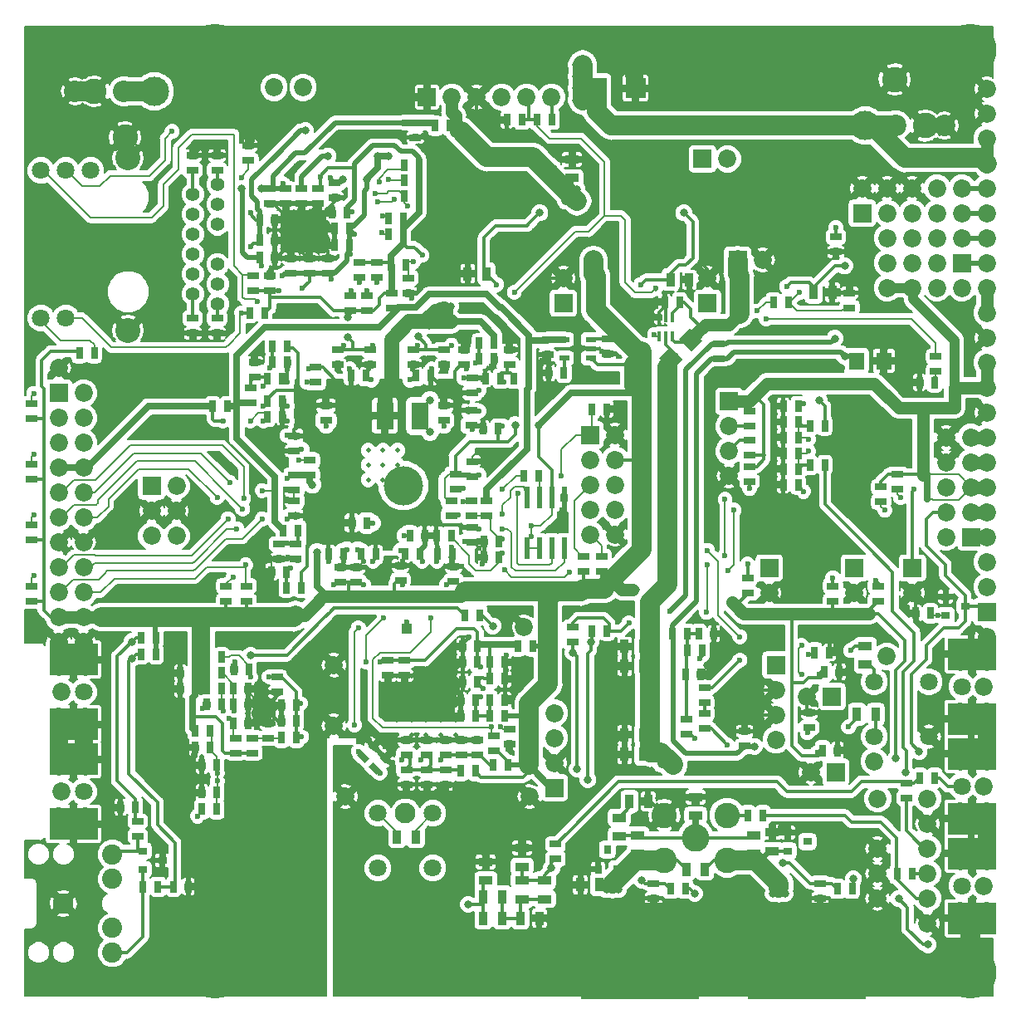
<source format=gbl>
G04 #@! TF.GenerationSoftware,KiCad,Pcbnew,5.0.2-bee76a0~70~ubuntu16.04.1*
G04 #@! TF.CreationDate,2019-08-15T12:52:48-07:00*
G04 #@! TF.ProjectId,hermeslite,6865726d-6573-46c6-9974-652e6b696361,2.0-build9*
G04 #@! TF.SameCoordinates,PX42c1d80PY2625a00*
G04 #@! TF.FileFunction,Copper,L4,Bot*
G04 #@! TF.FilePolarity,Positive*
%FSLAX46Y46*%
G04 Gerber Fmt 4.6, Leading zero omitted, Abs format (unit mm)*
G04 Created by KiCad (PCBNEW 5.0.2-bee76a0~70~ubuntu16.04.1) date Thu 15 Aug 2019 12:52:48 PM PDT*
%MOMM*%
%LPD*%
G01*
G04 APERTURE LIST*
G04 #@! TA.AperFunction,ComponentPad*
%ADD10C,1.850000*%
G04 #@! TD*
G04 #@! TA.AperFunction,SMDPad,CuDef*
%ADD11R,5.000000X3.300000*%
G04 #@! TD*
G04 #@! TA.AperFunction,ComponentPad*
%ADD12C,1.800000*%
G04 #@! TD*
G04 #@! TA.AperFunction,ComponentPad*
%ADD13C,0.500000*%
G04 #@! TD*
G04 #@! TA.AperFunction,ComponentPad*
%ADD14C,2.300000*%
G04 #@! TD*
G04 #@! TA.AperFunction,ComponentPad*
%ADD15O,0.700000X1.400000*%
G04 #@! TD*
G04 #@! TA.AperFunction,SMDPad,CuDef*
%ADD16R,12.000000X9.900000*%
G04 #@! TD*
G04 #@! TA.AperFunction,ComponentPad*
%ADD17C,4.000000*%
G04 #@! TD*
G04 #@! TA.AperFunction,SMDPad,CuDef*
%ADD18R,0.635000X1.143000*%
G04 #@! TD*
G04 #@! TA.AperFunction,ComponentPad*
%ADD19C,0.800000*%
G04 #@! TD*
G04 #@! TA.AperFunction,SMDPad,CuDef*
%ADD20C,1.600000*%
G04 #@! TD*
G04 #@! TA.AperFunction,Conductor*
%ADD21C,0.100000*%
G04 #@! TD*
G04 #@! TA.AperFunction,ComponentPad*
%ADD22C,1.700000*%
G04 #@! TD*
G04 #@! TA.AperFunction,ComponentPad*
%ADD23C,3.000000*%
G04 #@! TD*
G04 #@! TA.AperFunction,ComponentPad*
%ADD24C,2.500000*%
G04 #@! TD*
G04 #@! TA.AperFunction,SMDPad,CuDef*
%ADD25R,1.143000X0.635000*%
G04 #@! TD*
G04 #@! TA.AperFunction,ComponentPad*
%ADD26R,1.850000X1.850000*%
G04 #@! TD*
G04 #@! TA.AperFunction,SMDPad,CuDef*
%ADD27R,0.889000X1.397000*%
G04 #@! TD*
G04 #@! TA.AperFunction,SMDPad,CuDef*
%ADD28R,1.600000X1.800000*%
G04 #@! TD*
G04 #@! TA.AperFunction,SMDPad,CuDef*
%ADD29R,1.397000X0.889000*%
G04 #@! TD*
G04 #@! TA.AperFunction,SMDPad,CuDef*
%ADD30C,0.635000*%
G04 #@! TD*
G04 #@! TA.AperFunction,SMDPad,CuDef*
%ADD31R,1.050000X0.600000*%
G04 #@! TD*
G04 #@! TA.AperFunction,SMDPad,CuDef*
%ADD32R,1.778000X2.794000*%
G04 #@! TD*
G04 #@! TA.AperFunction,SMDPad,CuDef*
%ADD33R,0.600000X2.200000*%
G04 #@! TD*
G04 #@! TA.AperFunction,ComponentPad*
%ADD34C,1.400000*%
G04 #@! TD*
G04 #@! TA.AperFunction,ComponentPad*
%ADD35C,2.540000*%
G04 #@! TD*
G04 #@! TA.AperFunction,ComponentPad*
%ADD36C,2.000000*%
G04 #@! TD*
G04 #@! TA.AperFunction,SMDPad,CuDef*
%ADD37R,0.900000X0.800000*%
G04 #@! TD*
G04 #@! TA.AperFunction,SMDPad,CuDef*
%ADD38R,0.800000X0.900000*%
G04 #@! TD*
G04 #@! TA.AperFunction,SMDPad,CuDef*
%ADD39R,2.000000X2.100000*%
G04 #@! TD*
G04 #@! TA.AperFunction,SMDPad,CuDef*
%ADD40R,1.000000X1.000000*%
G04 #@! TD*
G04 #@! TA.AperFunction,SMDPad,CuDef*
%ADD41R,0.400000X1.000000*%
G04 #@! TD*
G04 #@! TA.AperFunction,ComponentPad*
%ADD42C,5.300000*%
G04 #@! TD*
G04 #@! TA.AperFunction,ComponentPad*
%ADD43C,2.100000*%
G04 #@! TD*
G04 #@! TA.AperFunction,ComponentPad*
%ADD44C,2.600000*%
G04 #@! TD*
G04 #@! TA.AperFunction,ComponentPad*
%ADD45C,2.800000*%
G04 #@! TD*
G04 #@! TA.AperFunction,ComponentPad*
%ADD46C,2.200000*%
G04 #@! TD*
G04 #@! TA.AperFunction,ComponentPad*
%ADD47C,2.050000*%
G04 #@! TD*
G04 #@! TA.AperFunction,ViaPad*
%ADD48C,0.600000*%
G04 #@! TD*
G04 #@! TA.AperFunction,ViaPad*
%ADD49C,0.800000*%
G04 #@! TD*
G04 #@! TA.AperFunction,ViaPad*
%ADD50C,0.600000*%
G04 #@! TD*
G04 #@! TA.AperFunction,ViaPad*
%ADD51C,0.600000*%
G04 #@! TD*
G04 #@! TA.AperFunction,ViaPad*
%ADD52C,0.600000*%
G04 #@! TD*
G04 #@! TA.AperFunction,Conductor*
%ADD53C,0.350000*%
G04 #@! TD*
G04 #@! TA.AperFunction,Conductor*
%ADD54C,0.700000*%
G04 #@! TD*
G04 #@! TA.AperFunction,Conductor*
%ADD55C,0.500000*%
G04 #@! TD*
G04 #@! TA.AperFunction,Conductor*
%ADD56C,0.200000*%
G04 #@! TD*
G04 #@! TA.AperFunction,Conductor*
%ADD57C,1.500000*%
G04 #@! TD*
G04 #@! TA.AperFunction,Conductor*
%ADD58C,0.300000*%
G04 #@! TD*
G04 #@! TA.AperFunction,Conductor*
%ADD59C,1.250000*%
G04 #@! TD*
G04 #@! TA.AperFunction,Conductor*
%ADD60C,2.000000*%
G04 #@! TD*
G04 #@! TA.AperFunction,Conductor*
%ADD61C,1.000000*%
G04 #@! TD*
G04 #@! TA.AperFunction,Conductor*
%ADD62C,0.180000*%
G04 #@! TD*
G04 APERTURE END LIST*
D10*
G04 #@! TO.P,CL1,2*
G04 #@! TO.N,GND*
X4040000Y-73520000D03*
X6580000Y-73520000D03*
D11*
X5540000Y-81900000D03*
X5540000Y-75300000D03*
D10*
G04 #@! TO.P,CL1,1*
G04 #@! TO.N,Net-(CL1-Pad1)*
X4325000Y-78600000D03*
G04 #@! TO.P,CL1,2*
G04 #@! TO.N,GND*
X4040000Y-81140000D03*
X4040000Y-76060000D03*
X6735000Y-76060000D03*
X6735000Y-81140000D03*
D12*
G04 #@! TO.P,CL1,1*
G04 #@! TO.N,Net-(CL1-Pad1)*
X6580000Y-78600000D03*
G04 #@! TD*
D10*
G04 #@! TO.P,CL2,2*
G04 #@! TO.N,GND*
X4040000Y-63360000D03*
X6580000Y-63360000D03*
D11*
X5540000Y-71740000D03*
X5540000Y-65140000D03*
D10*
G04 #@! TO.P,CL2,1*
G04 #@! TO.N,Net-(CL2-Pad1)*
X4325000Y-68440000D03*
G04 #@! TO.P,CL2,2*
G04 #@! TO.N,GND*
X4040000Y-70980000D03*
X4040000Y-65900000D03*
X6735000Y-65900000D03*
X6735000Y-70980000D03*
D12*
G04 #@! TO.P,CL2,1*
G04 #@! TO.N,Net-(CL2-Pad1)*
X6580000Y-68440000D03*
G04 #@! TD*
D13*
G04 #@! TO.P,U4,49*
G04 #@! TO.N,GND*
X27216525Y-20615000D03*
X27216525Y-23415000D03*
D14*
X30616525Y-22615000D03*
D13*
X30016525Y-20615000D03*
X31416525Y-20615000D03*
X28616525Y-19215000D03*
X30016525Y-19215000D03*
X28616525Y-22015000D03*
X28616525Y-23415000D03*
X31416525Y-19215000D03*
X27216525Y-19215000D03*
X28616525Y-20615000D03*
X27216525Y-22015000D03*
G04 #@! TD*
D15*
G04 #@! TO.P,Q3,2*
G04 #@! TO.N,GND*
X80300000Y-92600000D03*
D13*
X85000000Y-98000000D03*
X80300000Y-94500000D03*
X81000000Y-95000000D03*
X79600000Y-95000000D03*
X80300000Y-95500000D03*
X80300000Y-96500000D03*
X79600000Y-96000000D03*
X81000000Y-96000000D03*
X80300000Y-97500000D03*
X79600000Y-97000000D03*
X81000000Y-97000000D03*
X80300000Y-98500000D03*
D16*
X80300000Y-94850000D03*
D13*
X84000000Y-98000000D03*
X83000000Y-98000000D03*
X82000000Y-98000000D03*
X81000000Y-98000000D03*
X81000000Y-99000000D03*
X82000000Y-99000000D03*
X83000000Y-99000000D03*
X84000000Y-99000000D03*
X85000000Y-99000000D03*
X79600000Y-99000000D03*
X78600000Y-99000000D03*
X77600000Y-99000000D03*
X76600000Y-99000000D03*
X75600000Y-99000000D03*
X75600000Y-98000000D03*
X76600000Y-98000000D03*
X77600000Y-98000000D03*
X78600000Y-98000000D03*
X79600000Y-98000000D03*
G04 #@! TD*
D15*
G04 #@! TO.P,Q4,2*
G04 #@! TO.N,GND*
X63300000Y-92600000D03*
D13*
X68000000Y-98000000D03*
X63300000Y-94500000D03*
X64000000Y-95000000D03*
X62600000Y-95000000D03*
X63300000Y-95500000D03*
X63300000Y-96500000D03*
X62600000Y-96000000D03*
X64000000Y-96000000D03*
X63300000Y-97500000D03*
X62600000Y-97000000D03*
X64000000Y-97000000D03*
X63300000Y-98500000D03*
D16*
X63300000Y-94850000D03*
D13*
X67000000Y-98000000D03*
X66000000Y-98000000D03*
X65000000Y-98000000D03*
X64000000Y-98000000D03*
X64000000Y-99000000D03*
X65000000Y-99000000D03*
X66000000Y-99000000D03*
X67000000Y-99000000D03*
X68000000Y-99000000D03*
X62600000Y-99000000D03*
X61600000Y-99000000D03*
X60600000Y-99000000D03*
X59600000Y-99000000D03*
X58600000Y-99000000D03*
X58600000Y-98000000D03*
X59600000Y-98000000D03*
X60600000Y-98000000D03*
X61600000Y-98000000D03*
X62600000Y-98000000D03*
G04 #@! TD*
G04 #@! TO.P,U2,145*
G04 #@! TO.N,GND*
X35600000Y-46800000D03*
D17*
X39200000Y-47400000D03*
D13*
X37100000Y-43800000D03*
X35600000Y-43800000D03*
X38600000Y-45300000D03*
X35600000Y-45300000D03*
X37100000Y-45300000D03*
X37100000Y-46800000D03*
X38600000Y-43800000D03*
G04 #@! TD*
D10*
G04 #@! TO.P,RF2,2*
G04 #@! TO.N,GND*
X98700000Y-83120000D03*
D12*
G04 #@! TO.P,RF2,1*
G04 #@! TO.N,Net-(J14-Pad1)*
X96160000Y-88200000D03*
D10*
G04 #@! TO.P,RF2,2*
G04 #@! TO.N,GND*
X96005000Y-85660000D03*
X96005000Y-90740000D03*
X98700000Y-90740000D03*
X98700000Y-85660000D03*
G04 #@! TO.P,RF2,1*
G04 #@! TO.N,Net-(J14-Pad1)*
X98415000Y-88200000D03*
D11*
G04 #@! TO.P,RF2,2*
G04 #@! TO.N,GND*
X97200000Y-91500000D03*
X97200000Y-84900000D03*
G04 #@! TD*
D10*
G04 #@! TO.P,RF3,2*
G04 #@! TO.N,GND*
X98700000Y-72960000D03*
D12*
G04 #@! TO.P,RF3,1*
G04 #@! TO.N,Net-(J21-Pad2)*
X96160000Y-78040000D03*
D10*
G04 #@! TO.P,RF3,2*
G04 #@! TO.N,GND*
X96005000Y-75500000D03*
X96005000Y-80580000D03*
X98700000Y-80580000D03*
X98700000Y-75500000D03*
G04 #@! TO.P,RF3,1*
G04 #@! TO.N,Net-(J21-Pad2)*
X98415000Y-78040000D03*
D11*
G04 #@! TO.P,RF3,2*
G04 #@! TO.N,GND*
X97200000Y-81340000D03*
X97200000Y-74740000D03*
G04 #@! TD*
D10*
G04 #@! TO.P,RF1,2*
G04 #@! TO.N,GND*
X98700000Y-62800000D03*
D12*
G04 #@! TO.P,RF1,1*
G04 #@! TO.N,Net-(RF1-Pad1)*
X96160000Y-67880000D03*
D10*
G04 #@! TO.P,RF1,2*
G04 #@! TO.N,GND*
X96005000Y-65340000D03*
X96005000Y-70420000D03*
X98700000Y-70420000D03*
X98700000Y-65340000D03*
G04 #@! TO.P,RF1,1*
G04 #@! TO.N,Net-(RF1-Pad1)*
X98415000Y-67880000D03*
D11*
G04 #@! TO.P,RF1,2*
G04 #@! TO.N,GND*
X97200000Y-71180000D03*
X97200000Y-64580000D03*
G04 #@! TD*
D18*
G04 #@! TO.P,C91,1*
G04 #@! TO.N,Net-(C91-Pad1)*
X79462000Y-45700000D03*
G04 #@! TO.P,C91,2*
G04 #@! TO.N,GND*
X77938000Y-45700000D03*
G04 #@! TD*
D19*
G04 #@! TO.P,GT1,1*
G04 #@! TO.N,GND*
X20400000Y-35900000D03*
G04 #@! TD*
D20*
G04 #@! TO.P,R123,1*
G04 #@! TO.N,+VPA*
X68489949Y-32510051D03*
D21*
G04 #@! TD*
G04 #@! TO.N,+VPA*
G04 #@! TO.C,R123*
G36*
X68419238Y-31307969D02*
X69692031Y-32580762D01*
X68560660Y-33712133D01*
X67287867Y-32439340D01*
X68419238Y-31307969D01*
X68419238Y-31307969D01*
G37*
D20*
G04 #@! TO.P,R123,2*
G04 #@! TO.N,Net-(B100-Pad2)*
X66510051Y-34489949D03*
D21*
G04 #@! TD*
G04 #@! TO.N,Net-(B100-Pad2)*
G04 #@! TO.C,R123*
G36*
X66439340Y-33287867D02*
X67712133Y-34560660D01*
X66580762Y-35692031D01*
X65307969Y-34419238D01*
X66439340Y-33287867D01*
X66439340Y-33287867D01*
G37*
D22*
G04 #@! TO.P,U6,25*
G04 #@! TO.N,GND*
X24555000Y-70620715D03*
D13*
X26055000Y-71120715D03*
X26055000Y-69120715D03*
X26055000Y-70220715D03*
X24955000Y-69120715D03*
X24055000Y-69120715D03*
X25555000Y-69620715D03*
G04 #@! TD*
D23*
G04 #@! TO.P,U7,65*
G04 #@! TO.N,GND*
X43500000Y-67800000D03*
D13*
X44500000Y-72800000D03*
X44500000Y-71300000D03*
X43000000Y-72800000D03*
X43000000Y-71300000D03*
X38500000Y-72800000D03*
X40000000Y-72800000D03*
X40000000Y-66800000D03*
X38500000Y-66800000D03*
X38500000Y-68300000D03*
X40000000Y-68300000D03*
X40000000Y-71300000D03*
X38500000Y-71300000D03*
X38500000Y-69800000D03*
X40000000Y-69800000D03*
X44500000Y-69800000D03*
X43000000Y-69800000D03*
X41500000Y-66800000D03*
X41500000Y-68300000D03*
X41500000Y-72800000D03*
X41500000Y-71300000D03*
X41500000Y-69800000D03*
G04 #@! TD*
G04 #@! TO.P,U9,4*
G04 #@! TO.N,GND*
X71395000Y-70325000D03*
X74395000Y-70325000D03*
X71395000Y-68825000D03*
D22*
X74700000Y-68950000D03*
D13*
X72895000Y-70325000D03*
X72895000Y-68825000D03*
G04 #@! TD*
G04 #@! TO.P,U16,9*
G04 #@! TO.N,GND*
X52500000Y-23750000D03*
D24*
X49500000Y-23750000D03*
D13*
X51500000Y-23750000D03*
G04 #@! TD*
G04 #@! TO.P,U3,9*
G04 #@! TO.N,GND*
X67200000Y-23750000D03*
D24*
X64200000Y-23750000D03*
D13*
X66200000Y-23750000D03*
G04 #@! TD*
G04 #@! TO.P,U8,9*
G04 #@! TO.N,GND*
X81900000Y-23750000D03*
D24*
X78900000Y-23750000D03*
D13*
X80900000Y-23750000D03*
G04 #@! TD*
D25*
G04 #@! TO.P,R119,1*
G04 #@! TO.N,Net-(C80-Pad1)*
X74300000Y-56838000D03*
G04 #@! TO.P,R119,2*
G04 #@! TO.N,+3V3*
X74300000Y-58362000D03*
G04 #@! TD*
G04 #@! TO.P,R118,1*
G04 #@! TO.N,Net-(C79-Pad1)*
X83000000Y-57638000D03*
G04 #@! TO.P,R118,2*
G04 #@! TO.N,+3V3*
X83000000Y-59162000D03*
G04 #@! TD*
G04 #@! TO.P,R117,1*
G04 #@! TO.N,Net-(C47-Pad1)*
X87600000Y-57638000D03*
G04 #@! TO.P,R117,2*
G04 #@! TO.N,+3V3*
X87600000Y-59162000D03*
G04 #@! TD*
D26*
G04 #@! TO.P,CN10,1*
G04 #@! TO.N,Net-(CL10-Pad1)*
X76500000Y-55800000D03*
D10*
G04 #@! TO.P,CN10,2*
G04 #@! TO.N,GND*
X76500000Y-58340000D03*
G04 #@! TD*
D26*
G04 #@! TO.P,CN9,1*
G04 #@! TO.N,Net-(CN9-Pad1)*
X85200000Y-55800000D03*
D10*
G04 #@! TO.P,CN9,2*
G04 #@! TO.N,GND*
X85200000Y-58340000D03*
G04 #@! TD*
D26*
G04 #@! TO.P,CN8,1*
G04 #@! TO.N,/Input Output/CN8*
X91100000Y-55800000D03*
D10*
G04 #@! TO.P,CN8,2*
G04 #@! TO.N,GND*
X91100000Y-58340000D03*
G04 #@! TD*
D18*
G04 #@! TO.P,R115,1*
G04 #@! TO.N,GND*
X77938000Y-47300000D03*
G04 #@! TO.P,R115,2*
G04 #@! TO.N,Net-(C83-Pad1)*
X79462000Y-47300000D03*
G04 #@! TD*
G04 #@! TO.P,R112,1*
G04 #@! TO.N,GND*
X77938000Y-44100000D03*
G04 #@! TO.P,R112,2*
G04 #@! TO.N,Net-(C91-Pad1)*
X79462000Y-44100000D03*
G04 #@! TD*
G04 #@! TO.P,R109,1*
G04 #@! TO.N,GND*
X77938000Y-42500000D03*
G04 #@! TO.P,R109,2*
G04 #@! TO.N,Net-(C90-Pad1)*
X79462000Y-42500000D03*
G04 #@! TD*
G04 #@! TO.P,R108,1*
G04 #@! TO.N,Net-(C90-Pad1)*
X80638000Y-41300000D03*
G04 #@! TO.P,R108,2*
G04 #@! TO.N,Vipa*
X82162000Y-41300000D03*
G04 #@! TD*
G04 #@! TO.P,R104,1*
G04 #@! TO.N,GND*
X77938000Y-39300000D03*
G04 #@! TO.P,R104,2*
G04 #@! TO.N,Net-(C82-Pad1)*
X79462000Y-39300000D03*
G04 #@! TD*
G04 #@! TO.P,C90,1*
G04 #@! TO.N,Net-(C90-Pad1)*
X79462000Y-40900000D03*
G04 #@! TO.P,C90,2*
G04 #@! TO.N,GND*
X77938000Y-40900000D03*
G04 #@! TD*
D25*
G04 #@! TO.P,R107,1*
G04 #@! TO.N,Net-(DB17-Pad3)*
X74500000Y-42788000D03*
G04 #@! TO.P,R107,2*
G04 #@! TO.N,+3V3*
X74500000Y-44312000D03*
G04 #@! TD*
G04 #@! TO.P,R106,1*
G04 #@! TO.N,Net-(DB17-Pad2)*
X74500000Y-41362000D03*
G04 #@! TO.P,R106,2*
G04 #@! TO.N,+3V3*
X74500000Y-39838000D03*
G04 #@! TD*
D26*
G04 #@! TO.P,DB17,1*
G04 #@! TO.N,+3V3*
X72400000Y-38800000D03*
D10*
G04 #@! TO.P,DB17,2*
G04 #@! TO.N,Net-(DB17-Pad2)*
X72400000Y-41340000D03*
G04 #@! TO.P,DB17,3*
G04 #@! TO.N,Net-(DB17-Pad3)*
X72400000Y-43880000D03*
G04 #@! TO.P,DB17,4*
G04 #@! TO.N,GND*
X72400000Y-46420000D03*
G04 #@! TD*
D25*
G04 #@! TO.P,R53,1*
G04 #@! TO.N,SDA2*
X87900000Y-49062000D03*
G04 #@! TO.P,R53,2*
G04 #@! TO.N,+3V3*
X87900000Y-47538000D03*
G04 #@! TD*
G04 #@! TO.P,R48,1*
G04 #@! TO.N,SCL2*
X89600000Y-47762000D03*
G04 #@! TO.P,R48,2*
G04 #@! TO.N,+3V3*
X89600000Y-46238000D03*
G04 #@! TD*
G04 #@! TO.P,B111,1*
G04 #@! TO.N,GND*
X74000000Y-72438000D03*
G04 #@! TO.P,B111,2*
G04 #@! TO.N,+VOP*
X74000000Y-73962000D03*
G04 #@! TD*
D27*
G04 #@! TO.P,C147,1*
G04 #@! TO.N,Net-(B100-Pad2)*
X63652500Y-74800000D03*
G04 #@! TO.P,C147,2*
G04 #@! TO.N,GND*
X61747500Y-74800000D03*
G04 #@! TD*
G04 #@! TO.P,C146,1*
G04 #@! TO.N,Net-(B100-Pad2)*
X63652500Y-65800000D03*
G04 #@! TO.P,C146,2*
G04 #@! TO.N,GND*
X61747500Y-65800000D03*
G04 #@! TD*
G04 #@! TO.P,C145,1*
G04 #@! TO.N,Net-(B100-Pad2)*
X63652500Y-72800000D03*
G04 #@! TO.P,C145,2*
G04 #@! TO.N,GND*
X61747500Y-72800000D03*
G04 #@! TD*
G04 #@! TO.P,C144,1*
G04 #@! TO.N,Net-(B100-Pad2)*
X63652500Y-63800000D03*
G04 #@! TO.P,C144,2*
G04 #@! TO.N,GND*
X61747500Y-63800000D03*
G04 #@! TD*
D18*
G04 #@! TO.P,R68,1*
G04 #@! TO.N,/RF Frontend/Vop/2*
X68162000Y-62500000D03*
G04 #@! TO.P,R68,2*
G04 #@! TO.N,+VOP*
X66638000Y-62500000D03*
G04 #@! TD*
G04 #@! TO.P,R67,1*
G04 #@! TO.N,GND*
X70862000Y-62500000D03*
G04 #@! TO.P,R67,2*
G04 #@! TO.N,/RF Frontend/Vop/2*
X69338000Y-62500000D03*
G04 #@! TD*
G04 #@! TO.P,B80,1*
G04 #@! TO.N,GND*
X69462000Y-66600000D03*
G04 #@! TO.P,B80,2*
G04 #@! TO.N,/RF Frontend/Vop/2*
X67938000Y-66600000D03*
G04 #@! TD*
D28*
G04 #@! TO.P,C43,1*
G04 #@! TO.N,+VOP*
X85400000Y-34700000D03*
G04 #@! TO.P,C43,2*
G04 #@! TO.N,GND*
X88200000Y-34700000D03*
G04 #@! TD*
D26*
G04 #@! TO.P,DB27,1*
G04 #@! TO.N,VSUP*
X86000000Y-19620000D03*
D10*
G04 #@! TO.P,DB27,2*
G04 #@! TO.N,GND*
X86000000Y-17080000D03*
G04 #@! TD*
D26*
G04 #@! TO.P,DB14,1*
G04 #@! TO.N,+VPA*
X73300000Y-24400000D03*
D10*
G04 #@! TO.P,DB14,2*
G04 #@! TO.N,GND*
X75840000Y-24400000D03*
G04 #@! TD*
D27*
G04 #@! TO.P,C34,1*
G04 #@! TO.N,VSUP*
X81047500Y-27700000D03*
G04 #@! TO.P,C34,2*
G04 #@! TO.N,GND*
X82952500Y-27700000D03*
G04 #@! TD*
D26*
G04 #@! TO.P,DB11,1*
G04 #@! TO.N,Net-(DB11-Pad1)*
X55500000Y-28800000D03*
D10*
G04 #@! TO.P,DB11,2*
G04 #@! TO.N,GND*
X55500000Y-26260000D03*
G04 #@! TD*
D26*
G04 #@! TO.P,DB8,1*
G04 #@! TO.N,Net-(DB8-Pad1)*
X70200000Y-28800000D03*
D10*
G04 #@! TO.P,DB8,2*
G04 #@! TO.N,GND*
X70200000Y-26260000D03*
G04 #@! TD*
D27*
G04 #@! TO.P,R61,1*
G04 #@! TO.N,Net-(DB25-Pad1)*
X87352500Y-70700000D03*
G04 #@! TO.P,R61,2*
G04 #@! TO.N,Net-(R61-Pad2)*
X85447500Y-70700000D03*
G04 #@! TD*
D26*
G04 #@! TO.P,DB23,1*
G04 #@! TO.N,TXPAn*
X83300000Y-76600000D03*
D10*
G04 #@! TO.P,DB23,2*
G04 #@! TO.N,GND*
X80760000Y-76600000D03*
G04 #@! TD*
D26*
G04 #@! TO.P,DB20,1*
G04 #@! TO.N,TXPAp*
X82900000Y-68900000D03*
D10*
G04 #@! TO.P,DB20,2*
G04 #@! TO.N,GND*
X80360000Y-68900000D03*
G04 #@! TD*
D29*
G04 #@! TO.P,R54,1*
G04 #@! TO.N,Net-(DB21-Pad1)*
X86300000Y-65652500D03*
G04 #@! TO.P,R54,2*
G04 #@! TO.N,Net-(R54-Pad2)*
X86300000Y-63747500D03*
G04 #@! TD*
D25*
G04 #@! TO.P,B81,1*
G04 #@! TO.N,Net-(B81-Pad1)*
X54700000Y-83938000D03*
G04 #@! TO.P,B81,2*
G04 #@! TO.N,Net-(B81-Pad2)*
X54700000Y-85462000D03*
G04 #@! TD*
D29*
G04 #@! TO.P,L11,1*
G04 #@! TO.N,Net-(C53-Pad1)*
X53600000Y-89552500D03*
G04 #@! TO.P,L11,2*
G04 #@! TO.N,Net-(B81-Pad2)*
X53600000Y-87647500D03*
G04 #@! TD*
D27*
G04 #@! TO.P,L10,1*
G04 #@! TO.N,Net-(C53-Pad2)*
X47347500Y-91500000D03*
G04 #@! TO.P,L10,2*
G04 #@! TO.N,Net-(C53-Pad1)*
X49252500Y-91500000D03*
G04 #@! TD*
D29*
G04 #@! TO.P,C57,1*
G04 #@! TO.N,Net-(B81-Pad2)*
X51300000Y-86252500D03*
G04 #@! TO.P,C57,2*
G04 #@! TO.N,GND*
X51300000Y-84347500D03*
G04 #@! TD*
D27*
G04 #@! TO.P,C56,1*
G04 #@! TO.N,Net-(C53-Pad1)*
X51147500Y-91500000D03*
G04 #@! TO.P,C56,2*
G04 #@! TO.N,GND*
X53052500Y-91500000D03*
G04 #@! TD*
D29*
G04 #@! TO.P,C55,1*
G04 #@! TO.N,Net-(C53-Pad2)*
X47600000Y-87652500D03*
G04 #@! TO.P,C55,2*
G04 #@! TO.N,GND*
X47600000Y-85747500D03*
G04 #@! TD*
G04 #@! TO.P,C54,1*
G04 #@! TO.N,Net-(B81-Pad2)*
X51300000Y-87647500D03*
G04 #@! TO.P,C54,2*
G04 #@! TO.N,Net-(C53-Pad1)*
X51300000Y-89552500D03*
G04 #@! TD*
D27*
G04 #@! TO.P,C53,1*
G04 #@! TO.N,Net-(C53-Pad1)*
X49252500Y-89300000D03*
G04 #@! TO.P,C53,2*
G04 #@! TO.N,Net-(C53-Pad2)*
X47347500Y-89300000D03*
G04 #@! TD*
D26*
G04 #@! TO.P,DB3,1*
G04 #@! TO.N,+3V3*
X54600000Y-78200000D03*
D10*
G04 #@! TO.P,DB3,2*
G04 #@! TO.N,GND*
X54600000Y-75660000D03*
G04 #@! TO.P,DB3,3*
G04 #@! TO.N,Net-(C49-Pad2)*
X54600000Y-73120000D03*
G04 #@! TO.P,DB3,4*
G04 #@! TO.N,Net-(C49-Pad1)*
X54600000Y-70580000D03*
G04 #@! TD*
D18*
G04 #@! TO.P,B98,1*
G04 #@! TO.N,Net-(B98-Pad1)*
X75862000Y-81000000D03*
G04 #@! TO.P,B98,2*
G04 #@! TO.N,Net-(B55-Pad1)*
X74338000Y-81000000D03*
G04 #@! TD*
D29*
G04 #@! TO.P,R96,1*
G04 #@! TO.N,Net-(B105-Pad1)*
X63100000Y-84952500D03*
G04 #@! TO.P,R96,2*
G04 #@! TO.N,Net-(B100-Pad2)*
X63100000Y-83047500D03*
G04 #@! TD*
G04 #@! TO.P,R93,1*
G04 #@! TO.N,Net-(B100-Pad2)*
X74900000Y-83047500D03*
G04 #@! TO.P,R93,2*
G04 #@! TO.N,Net-(B97-Pad1)*
X74900000Y-84952500D03*
G04 #@! TD*
D27*
G04 #@! TO.P,C149,1*
G04 #@! TO.N,Net-(B105-Pad1)*
X59152500Y-88100000D03*
G04 #@! TO.P,C149,2*
G04 #@! TO.N,GND*
X57247500Y-88100000D03*
G04 #@! TD*
D29*
G04 #@! TO.P,C148,1*
G04 #@! TO.N,Net-(B97-Pad1)*
X76800000Y-84652500D03*
G04 #@! TO.P,C148,2*
G04 #@! TO.N,GND*
X76800000Y-82747500D03*
G04 #@! TD*
D25*
G04 #@! TO.P,B107,1*
G04 #@! TO.N,GND*
X64700000Y-89462000D03*
G04 #@! TO.P,B107,2*
G04 #@! TO.N,/PA/bias1*
X64700000Y-87938000D03*
G04 #@! TD*
G04 #@! TO.P,B104,1*
G04 #@! TO.N,GND*
X81700000Y-89462000D03*
G04 #@! TO.P,B104,2*
G04 #@! TO.N,/PA/bias0*
X81700000Y-87938000D03*
G04 #@! TD*
D26*
G04 #@! TO.P,DB2,1*
G04 #@! TO.N,Net-(B70-Pad2)*
X77200000Y-65700000D03*
D10*
G04 #@! TO.P,DB2,2*
G04 #@! TO.N,GND*
X77200000Y-68240000D03*
G04 #@! TO.P,DB2,3*
X77200000Y-70780000D03*
G04 #@! TO.P,DB2,4*
G04 #@! TO.N,Net-(B77-Pad2)*
X77200000Y-73320000D03*
G04 #@! TD*
D25*
G04 #@! TO.P,R65,1*
G04 #@! TO.N,Net-(B78-Pad1)*
X68100000Y-72762000D03*
G04 #@! TO.P,R65,2*
G04 #@! TO.N,/RF Frontend/Vop/2*
X68100000Y-71238000D03*
G04 #@! TD*
G04 #@! TO.P,R55,1*
G04 #@! TO.N,Net-(B75-Pad2)*
X69900000Y-69562000D03*
G04 #@! TO.P,R55,2*
G04 #@! TO.N,Net-(R55-Pad2)*
X69900000Y-68038000D03*
G04 #@! TD*
D18*
G04 #@! TO.P,R49,1*
G04 #@! TO.N,/RF Frontend/Vop/2*
X68138000Y-64200000D03*
G04 #@! TO.P,R49,2*
G04 #@! TO.N,Net-(B68-Pad1)*
X69662000Y-64200000D03*
G04 #@! TD*
D25*
G04 #@! TO.P,B75,1*
G04 #@! TO.N,Net-(B75-Pad1)*
X69900000Y-72162000D03*
G04 #@! TO.P,B75,2*
G04 #@! TO.N,Net-(B75-Pad2)*
X69900000Y-70638000D03*
G04 #@! TD*
D18*
G04 #@! TO.P,J22,1*
G04 #@! TO.N,RFFE_CLK*
X45438000Y-60600000D03*
G04 #@! TO.P,J22,2*
G04 #@! TO.N,Net-(C58-Pad1)*
X46962000Y-60600000D03*
G04 #@! TD*
D25*
G04 #@! TO.P,J9,1*
G04 #@! TO.N,GND*
X50000000Y-73762000D03*
G04 #@! TO.P,J9,2*
G04 #@! TO.N,Net-(J9-Pad2)*
X50000000Y-72238000D03*
G04 #@! TD*
D30*
G04 #@! TO.P,B74,1*
G04 #@! TO.N,Net-(B73-Pad2)*
X35061185Y-75038815D03*
D21*
G04 #@! TD*
G04 #@! TO.N,Net-(B73-Pad2)*
G04 #@! TO.C,B74*
G36*
X35240790Y-75667433D02*
X34432567Y-74859210D01*
X34881580Y-74410197D01*
X35689803Y-75218420D01*
X35240790Y-75667433D01*
X35240790Y-75667433D01*
G37*
D30*
G04 #@! TO.P,B74,2*
G04 #@! TO.N,GND*
X36138815Y-73961185D03*
D21*
G04 #@! TD*
G04 #@! TO.N,GND*
G04 #@! TO.C,B74*
G36*
X36318420Y-74589803D02*
X35510197Y-73781580D01*
X35959210Y-73332567D01*
X36767433Y-74140790D01*
X36318420Y-74589803D01*
X36318420Y-74589803D01*
G37*
D30*
G04 #@! TO.P,B72,1*
G04 #@! TO.N,Net-(B72-Pad1)*
X36261185Y-76238815D03*
D21*
G04 #@! TD*
G04 #@! TO.N,Net-(B72-Pad1)*
G04 #@! TO.C,B72*
G36*
X36440790Y-76867433D02*
X35632567Y-76059210D01*
X36081580Y-75610197D01*
X36889803Y-76418420D01*
X36440790Y-76867433D01*
X36440790Y-76867433D01*
G37*
D30*
G04 #@! TO.P,B72,2*
G04 #@! TO.N,GND*
X37338815Y-75161185D03*
D21*
G04 #@! TD*
G04 #@! TO.N,GND*
G04 #@! TO.C,B72*
G36*
X37518420Y-75789803D02*
X36710197Y-74981580D01*
X37159210Y-74532567D01*
X37967433Y-75340790D01*
X37518420Y-75789803D01*
X37518420Y-75789803D01*
G37*
D18*
G04 #@! TO.P,FB20,1*
G04 #@! TO.N,Net-(B90-Pad1)*
X50838000Y-63800000D03*
G04 #@! TO.P,FB20,2*
G04 #@! TO.N,+3V3*
X52362000Y-63800000D03*
G04 #@! TD*
G04 #@! TO.P,FB19,1*
G04 #@! TO.N,+3V3*
X49562000Y-70900000D03*
G04 #@! TO.P,FB19,2*
G04 #@! TO.N,Net-(B89-Pad1)*
X48038000Y-70900000D03*
G04 #@! TD*
G04 #@! TO.P,FB18,1*
G04 #@! TO.N,+3V3*
X49862000Y-75900000D03*
G04 #@! TO.P,FB18,2*
G04 #@! TO.N,Net-(B88-Pad1)*
X48338000Y-75900000D03*
G04 #@! TD*
G04 #@! TO.P,FB17,1*
G04 #@! TO.N,Net-(B86-Pad1)*
X45038000Y-76500000D03*
G04 #@! TO.P,FB17,2*
G04 #@! TO.N,+3V3*
X46562000Y-76500000D03*
G04 #@! TD*
G04 #@! TO.P,C70,1*
G04 #@! TO.N,Net-(B90-Pad1)*
X48038000Y-65400000D03*
G04 #@! TO.P,C70,2*
G04 #@! TO.N,GND*
X49562000Y-65400000D03*
G04 #@! TD*
G04 #@! TO.P,C69,1*
G04 #@! TO.N,Net-(B90-Pad1)*
X46762000Y-63800000D03*
G04 #@! TO.P,C69,2*
G04 #@! TO.N,GND*
X45238000Y-63800000D03*
G04 #@! TD*
D25*
G04 #@! TO.P,C67,1*
G04 #@! TO.N,Net-(B90-Pad1)*
X39300000Y-65238000D03*
G04 #@! TO.P,C67,2*
G04 #@! TO.N,GND*
X39300000Y-66762000D03*
G04 #@! TD*
D18*
G04 #@! TO.P,C66,1*
G04 #@! TO.N,Net-(B89-Pad1)*
X48038000Y-69300000D03*
G04 #@! TO.P,C66,2*
G04 #@! TO.N,GND*
X49562000Y-69300000D03*
G04 #@! TD*
G04 #@! TO.P,C65,1*
G04 #@! TO.N,Net-(B89-Pad1)*
X46562000Y-70900000D03*
G04 #@! TO.P,C65,2*
G04 #@! TO.N,GND*
X45038000Y-70900000D03*
G04 #@! TD*
D25*
G04 #@! TO.P,C64,1*
G04 #@! TO.N,Net-(B88-Pad1)*
X46700000Y-74862000D03*
G04 #@! TO.P,C64,2*
G04 #@! TO.N,GND*
X46700000Y-73338000D03*
G04 #@! TD*
G04 #@! TO.P,C63,1*
G04 #@! TO.N,Net-(B88-Pad1)*
X45100000Y-74862000D03*
G04 #@! TO.P,C63,2*
G04 #@! TO.N,GND*
X45100000Y-73338000D03*
G04 #@! TD*
G04 #@! TO.P,C62,1*
G04 #@! TO.N,Net-(B86-Pad1)*
X43500000Y-76338000D03*
G04 #@! TO.P,C62,2*
G04 #@! TO.N,GND*
X43500000Y-77862000D03*
G04 #@! TD*
G04 #@! TO.P,C61,1*
G04 #@! TO.N,Net-(B86-Pad1)*
X41600000Y-76338000D03*
G04 #@! TO.P,C61,2*
G04 #@! TO.N,GND*
X41600000Y-77862000D03*
G04 #@! TD*
G04 #@! TO.P,C60,1*
G04 #@! TO.N,Net-(B86-Pad1)*
X39500000Y-76338000D03*
G04 #@! TO.P,C60,2*
G04 #@! TO.N,GND*
X39500000Y-77862000D03*
G04 #@! TD*
D18*
G04 #@! TO.P,B92,1*
G04 #@! TO.N,Net-(B90-Pad1)*
X46762000Y-65400000D03*
G04 #@! TO.P,B92,2*
G04 #@! TO.N,GND*
X45238000Y-65400000D03*
G04 #@! TD*
G04 #@! TO.P,B91,1*
G04 #@! TO.N,Net-(B90-Pad1)*
X46762000Y-67400000D03*
G04 #@! TO.P,B91,2*
G04 #@! TO.N,GND*
X45238000Y-67400000D03*
G04 #@! TD*
D25*
G04 #@! TO.P,B90,1*
G04 #@! TO.N,Net-(B90-Pad1)*
X37600000Y-65238000D03*
G04 #@! TO.P,B90,2*
G04 #@! TO.N,GND*
X37600000Y-66762000D03*
G04 #@! TD*
D18*
G04 #@! TO.P,B89,1*
G04 #@! TO.N,Net-(B89-Pad1)*
X46562000Y-69300000D03*
G04 #@! TO.P,B89,2*
G04 #@! TO.N,GND*
X45038000Y-69300000D03*
G04 #@! TD*
D25*
G04 #@! TO.P,B88,1*
G04 #@! TO.N,Net-(B88-Pad1)*
X43500000Y-74862000D03*
G04 #@! TO.P,B88,2*
G04 #@! TO.N,GND*
X43500000Y-73338000D03*
G04 #@! TD*
G04 #@! TO.P,B87,1*
G04 #@! TO.N,Net-(B86-Pad1)*
X41600000Y-74862000D03*
G04 #@! TO.P,B87,2*
G04 #@! TO.N,GND*
X41600000Y-73338000D03*
G04 #@! TD*
G04 #@! TO.P,B86,1*
G04 #@! TO.N,Net-(B86-Pad1)*
X39500000Y-74862000D03*
G04 #@! TO.P,B86,2*
G04 #@! TO.N,GND*
X39500000Y-73338000D03*
G04 #@! TD*
D31*
G04 #@! TO.P,U17,1*
G04 #@! TO.N,+3V3*
X58300000Y-32500000D03*
G04 #@! TO.P,U17,2*
G04 #@! TO.N,GND*
X58300000Y-33450000D03*
G04 #@! TO.P,U17,3*
G04 #@! TO.N,+3V3*
X58300000Y-34400000D03*
G04 #@! TO.P,U17,4*
G04 #@! TO.N,Net-(B116-Pad1)*
X55600000Y-34400000D03*
G04 #@! TO.P,U17,5*
G04 #@! TO.N,+2V5*
X55600000Y-32500000D03*
G04 #@! TD*
D25*
G04 #@! TO.P,C26,1*
G04 #@! TO.N,+3V3*
X60000000Y-32438000D03*
G04 #@! TO.P,C26,2*
G04 #@! TO.N,GND*
X60000000Y-33962000D03*
G04 #@! TD*
G04 #@! TO.P,C25,1*
G04 #@! TO.N,+2V5*
X53900000Y-32538000D03*
G04 #@! TO.P,C25,2*
G04 #@! TO.N,GND*
X53900000Y-34062000D03*
G04 #@! TD*
D18*
G04 #@! TO.P,B116,1*
G04 #@! TO.N,Net-(B116-Pad1)*
X55562000Y-35900000D03*
G04 #@! TO.P,B116,2*
G04 #@! TO.N,GND*
X54038000Y-35900000D03*
G04 #@! TD*
D25*
G04 #@! TO.P,FB30,1*
G04 #@! TO.N,+2V5*
X38000000Y-29262000D03*
G04 #@! TO.P,FB30,2*
G04 #@! TO.N,Veth*
X38000000Y-27738000D03*
G04 #@! TD*
D18*
G04 #@! TO.P,FB28,1*
G04 #@! TO.N,+2V5*
X21262000Y-39300000D03*
G04 #@! TO.P,FB28,2*
G04 #@! TO.N,Vlvds*
X19738000Y-39300000D03*
G04 #@! TD*
D27*
G04 #@! TO.P,C24,1*
G04 #@! TO.N,VSUP*
X47652500Y-25800000D03*
G04 #@! TO.P,C24,2*
G04 #@! TO.N,GND*
X45747500Y-25800000D03*
G04 #@! TD*
G04 #@! TO.P,C18,1*
G04 #@! TO.N,VSUP*
X66447500Y-26400000D03*
G04 #@! TO.P,C18,2*
G04 #@! TO.N,GND*
X68352500Y-26400000D03*
G04 #@! TD*
D29*
G04 #@! TO.P,C15,1*
G04 #@! TO.N,+3V3*
X56400000Y-16052500D03*
G04 #@! TO.P,C15,2*
G04 #@! TO.N,GND*
X56400000Y-14147500D03*
G04 #@! TD*
D25*
G04 #@! TO.P,R44,1*
G04 #@! TO.N,+3V3*
X23200000Y-59162000D03*
G04 #@! TO.P,R44,2*
G04 #@! TO.N,SDA1*
X23200000Y-57638000D03*
G04 #@! TD*
G04 #@! TO.P,R43,1*
G04 #@! TO.N,+3V3*
X21100000Y-59162000D03*
G04 #@! TO.P,R43,2*
G04 #@! TO.N,SCL1*
X21100000Y-57638000D03*
G04 #@! TD*
G04 #@! TO.P,R10,1*
G04 #@! TO.N,+3V3*
X23800000Y-74662000D03*
G04 #@! TO.P,R10,2*
G04 #@! TO.N,Net-(B115-Pad1)*
X23800000Y-73138000D03*
G04 #@! TD*
D18*
G04 #@! TO.P,R36,1*
G04 #@! TO.N,Net-(B56-Pad1)*
X20162000Y-80400000D03*
G04 #@! TO.P,R36,2*
G04 #@! TO.N,Net-(J4-Pad1)*
X18638000Y-80400000D03*
G04 #@! TD*
G04 #@! TO.P,J3,1*
G04 #@! TO.N,Net-(B56-Pad1)*
X20162000Y-78700000D03*
G04 #@! TO.P,J3,2*
G04 #@! TO.N,GND*
X18638000Y-78700000D03*
G04 #@! TD*
G04 #@! TO.P,FB26,1*
G04 #@! TO.N,Net-(B114-Pad1)*
X20662000Y-66500000D03*
G04 #@! TO.P,FB26,2*
G04 #@! TO.N,+3V3*
X19138000Y-66500000D03*
G04 #@! TD*
G04 #@! TO.P,FB25,1*
G04 #@! TO.N,Net-(B59-Pad1)*
X20662000Y-64900000D03*
G04 #@! TO.P,FB25,2*
G04 #@! TO.N,+3V3*
X19138000Y-64900000D03*
G04 #@! TD*
G04 #@! TO.P,FB24,1*
G04 #@! TO.N,Net-(B60-Pad1)*
X20662000Y-68100000D03*
G04 #@! TO.P,FB24,2*
G04 #@! TO.N,+3V3*
X19138000Y-68100000D03*
G04 #@! TD*
D25*
G04 #@! TO.P,FB23,1*
G04 #@! TO.N,Net-(B61-Pad1)*
X22100000Y-73138000D03*
G04 #@! TO.P,FB23,2*
G04 #@! TO.N,+3V3*
X22100000Y-74662000D03*
G04 #@! TD*
D18*
G04 #@! TO.P,FB13,1*
G04 #@! TO.N,Net-(B113-Pad1)*
X28262000Y-73100000D03*
G04 #@! TO.P,FB13,2*
G04 #@! TO.N,Net-(B115-Pad1)*
X26738000Y-73100000D03*
G04 #@! TD*
G04 #@! TO.P,FB12,1*
G04 #@! TO.N,Net-(B56-Pad1)*
X19462000Y-72400000D03*
G04 #@! TO.P,FB12,2*
G04 #@! TO.N,+3V3*
X17938000Y-72400000D03*
G04 #@! TD*
G04 #@! TO.P,C41,1*
G04 #@! TO.N,Net-(B56-Pad1)*
X19462000Y-74100000D03*
G04 #@! TO.P,C41,2*
G04 #@! TO.N,GND*
X17938000Y-74100000D03*
G04 #@! TD*
G04 #@! TO.P,C12,1*
G04 #@! TO.N,Net-(B114-Pad1)*
X21838000Y-68100000D03*
G04 #@! TO.P,C12,2*
G04 #@! TO.N,GND*
X23362000Y-68100000D03*
G04 #@! TD*
D25*
G04 #@! TO.P,B115,1*
G04 #@! TO.N,Net-(B115-Pad1)*
X25400000Y-73162000D03*
G04 #@! TO.P,B115,2*
G04 #@! TO.N,GND*
X25400000Y-71638000D03*
G04 #@! TD*
D18*
G04 #@! TO.P,B114,1*
G04 #@! TO.N,Net-(B114-Pad1)*
X21838000Y-69700000D03*
G04 #@! TO.P,B114,2*
G04 #@! TO.N,GND*
X23362000Y-69700000D03*
G04 #@! TD*
D25*
G04 #@! TO.P,B113,1*
G04 #@! TO.N,Net-(B113-Pad1)*
X26300000Y-66938000D03*
G04 #@! TO.P,B113,2*
G04 #@! TO.N,GND*
X26300000Y-68462000D03*
G04 #@! TD*
D18*
G04 #@! TO.P,B56,1*
G04 #@! TO.N,Net-(B56-Pad1)*
X20162000Y-75900000D03*
G04 #@! TO.P,B56,2*
G04 #@! TO.N,GND*
X18638000Y-75900000D03*
G04 #@! TD*
G04 #@! TO.P,C45,1*
G04 #@! TO.N,+3V3*
X17962000Y-66500000D03*
G04 #@! TO.P,C45,2*
G04 #@! TO.N,GND*
X16438000Y-66500000D03*
G04 #@! TD*
G04 #@! TO.P,C44,1*
G04 #@! TO.N,Net-(B113-Pad1)*
X28262000Y-71400000D03*
G04 #@! TO.P,C44,2*
G04 #@! TO.N,GND*
X26738000Y-71400000D03*
G04 #@! TD*
G04 #@! TO.P,B64,1*
G04 #@! TO.N,+3V3*
X17962000Y-68100000D03*
G04 #@! TO.P,B64,2*
G04 #@! TO.N,GND*
X16438000Y-68100000D03*
G04 #@! TD*
G04 #@! TO.P,B62,1*
G04 #@! TO.N,Net-(B113-Pad1)*
X28262000Y-69800000D03*
G04 #@! TO.P,B62,2*
G04 #@! TO.N,GND*
X26738000Y-69800000D03*
G04 #@! TD*
G04 #@! TO.P,B61,1*
G04 #@! TO.N,Net-(B61-Pad1)*
X21838000Y-71600000D03*
G04 #@! TO.P,B61,2*
G04 #@! TO.N,GND*
X23362000Y-71600000D03*
G04 #@! TD*
G04 #@! TO.P,B60,1*
G04 #@! TO.N,Net-(B60-Pad1)*
X20662000Y-69700000D03*
G04 #@! TO.P,B60,2*
G04 #@! TO.N,GND*
X19138000Y-69700000D03*
G04 #@! TD*
G04 #@! TO.P,B59,1*
G04 #@! TO.N,Net-(B59-Pad1)*
X23462000Y-66100000D03*
G04 #@! TO.P,B59,2*
G04 #@! TO.N,GND*
X21938000Y-66100000D03*
G04 #@! TD*
G04 #@! TO.P,R78,1*
G04 #@! TO.N,Net-(C72-Pad1)*
X14162000Y-88300000D03*
G04 #@! TO.P,R78,2*
G04 #@! TO.N,Net-(CN4-Pad2)*
X12638000Y-88300000D03*
G04 #@! TD*
D25*
G04 #@! TO.P,R77,1*
G04 #@! TO.N,Net-(C71-Pad1)*
X12100000Y-81638000D03*
G04 #@! TO.P,R77,2*
G04 #@! TO.N,Net-(CN4-Pad3)*
X12100000Y-83162000D03*
G04 #@! TD*
D18*
G04 #@! TO.P,R76,1*
G04 #@! TO.N,Net-(C72-Pad1)*
X12438000Y-64600000D03*
G04 #@! TO.P,R76,2*
G04 #@! TO.N,+3V3*
X13962000Y-64600000D03*
G04 #@! TD*
G04 #@! TO.P,R75,1*
G04 #@! TO.N,Net-(C71-Pad1)*
X12438000Y-62900000D03*
G04 #@! TO.P,R75,2*
G04 #@! TO.N,+3V3*
X13962000Y-62900000D03*
G04 #@! TD*
G04 #@! TO.P,C72,1*
G04 #@! TO.N,Net-(C72-Pad1)*
X15738000Y-88300000D03*
G04 #@! TO.P,C72,2*
G04 #@! TO.N,GND*
X17262000Y-88300000D03*
G04 #@! TD*
G04 #@! TO.P,C71,1*
G04 #@! TO.N,Net-(C71-Pad1)*
X11862000Y-80200000D03*
G04 #@! TO.P,C71,2*
G04 #@! TO.N,GND*
X10338000Y-80200000D03*
G04 #@! TD*
D25*
G04 #@! TO.P,R74,1*
G04 #@! TO.N,Net-(D5-Pad2)*
X1300000Y-57638000D03*
G04 #@! TO.P,R74,2*
G04 #@! TO.N,+3V3*
X1300000Y-59162000D03*
G04 #@! TD*
G04 #@! TO.P,R73,1*
G04 #@! TO.N,Net-(D4-Pad2)*
X1300000Y-51438000D03*
G04 #@! TO.P,R73,2*
G04 #@! TO.N,+3V3*
X1300000Y-52962000D03*
G04 #@! TD*
G04 #@! TO.P,R72,1*
G04 #@! TO.N,Net-(D3-Pad2)*
X1300000Y-45238000D03*
G04 #@! TO.P,R72,2*
G04 #@! TO.N,+3V3*
X1300000Y-46762000D03*
G04 #@! TD*
G04 #@! TO.P,R71,1*
G04 #@! TO.N,Net-(D2-Pad2)*
X1300000Y-39038000D03*
G04 #@! TO.P,R71,2*
G04 #@! TO.N,+3V3*
X1300000Y-40562000D03*
G04 #@! TD*
D18*
G04 #@! TO.P,FB8,1*
G04 #@! TO.N,+2V5*
X51962000Y-36500000D03*
G04 #@! TO.P,FB8,2*
G04 #@! TO.N,Net-(B11-Pad1)*
X50438000Y-36500000D03*
G04 #@! TD*
G04 #@! TO.P,FB7,1*
G04 #@! TO.N,+2V5*
X26938000Y-52000000D03*
G04 #@! TO.P,FB7,2*
G04 #@! TO.N,Net-(B10-Pad1)*
X28462000Y-52000000D03*
G04 #@! TD*
D25*
G04 #@! TO.P,FB6,1*
G04 #@! TO.N,+2V5*
X47700000Y-48938000D03*
G04 #@! TO.P,FB6,2*
G04 #@! TO.N,Net-(B9-Pad1)*
X47700000Y-50462000D03*
G04 #@! TD*
G04 #@! TO.P,FB5,1*
G04 #@! TO.N,+2V5*
X23600000Y-38962000D03*
G04 #@! TO.P,FB5,2*
G04 #@! TO.N,Net-(B8-Pad1)*
X23600000Y-37438000D03*
G04 #@! TD*
D18*
G04 #@! TO.P,FB4,1*
G04 #@! TO.N,+1V2*
X48462000Y-32900000D03*
G04 #@! TO.P,FB4,2*
G04 #@! TO.N,Net-(B5-Pad1)*
X46938000Y-32900000D03*
G04 #@! TD*
G04 #@! TO.P,FB3,1*
G04 #@! TO.N,+1V2*
X28762000Y-57800000D03*
G04 #@! TO.P,FB3,2*
G04 #@! TO.N,Net-(B4-Pad1)*
X27238000Y-57800000D03*
G04 #@! TD*
G04 #@! TO.P,FB2,1*
G04 #@! TO.N,+1V2*
X42538000Y-52500000D03*
G04 #@! TO.P,FB2,2*
G04 #@! TO.N,Net-(B3-Pad1)*
X44062000Y-52500000D03*
G04 #@! TD*
G04 #@! TO.P,FB1,1*
G04 #@! TO.N,+1V2*
X27362000Y-33200000D03*
G04 #@! TO.P,FB1,2*
G04 #@! TO.N,Net-(B2-Pad1)*
X25838000Y-33200000D03*
G04 #@! TD*
G04 #@! TO.P,C9,1*
G04 #@! TO.N,GND*
X35462000Y-51200000D03*
G04 #@! TO.P,C9,2*
G04 #@! TO.N,+1V2*
X33938000Y-51200000D03*
G04 #@! TD*
D25*
G04 #@! TO.P,C8,1*
G04 #@! TO.N,GND*
X31300000Y-40762000D03*
G04 #@! TO.P,C8,2*
G04 #@! TO.N,+1V2*
X31300000Y-39238000D03*
G04 #@! TD*
G04 #@! TO.P,C7,1*
G04 #@! TO.N,GND*
X43300000Y-40762000D03*
G04 #@! TO.P,C7,2*
G04 #@! TO.N,+1V2*
X43300000Y-39238000D03*
G04 #@! TD*
D18*
G04 #@! TO.P,C6,1*
G04 #@! TO.N,GND*
X39838000Y-52500000D03*
G04 #@! TO.P,C6,2*
G04 #@! TO.N,+1V2*
X41362000Y-52500000D03*
G04 #@! TD*
D32*
G04 #@! TO.P,C5,1*
G04 #@! TO.N,GND*
X40878000Y-40300000D03*
G04 #@! TO.P,C5,2*
G04 #@! TO.N,+1V2*
X37322000Y-40300000D03*
G04 #@! TD*
D25*
G04 #@! TO.P,C4,1*
G04 #@! TO.N,Net-(B11-Pad1)*
X50000000Y-35062000D03*
G04 #@! TO.P,C4,2*
G04 #@! TO.N,GND*
X50000000Y-33538000D03*
G04 #@! TD*
G04 #@! TO.P,C3,1*
G04 #@! TO.N,Net-(B10-Pad1)*
X26500000Y-53338000D03*
G04 #@! TO.P,C3,2*
G04 #@! TO.N,GND*
X26500000Y-54862000D03*
G04 #@! TD*
G04 #@! TO.P,C2,1*
G04 #@! TO.N,Net-(B9-Pad1)*
X46100000Y-50462000D03*
G04 #@! TO.P,C2,2*
G04 #@! TO.N,GND*
X46100000Y-48938000D03*
G04 #@! TD*
G04 #@! TO.P,C1,1*
G04 #@! TO.N,Net-(B8-Pad1)*
X24000000Y-36362000D03*
G04 #@! TO.P,C1,2*
G04 #@! TO.N,GND*
X24000000Y-34838000D03*
G04 #@! TD*
D33*
G04 #@! TO.P,U1,8*
G04 #@! TO.N,+3V3*
X51795000Y-53800000D03*
G04 #@! TO.P,U1,1*
G04 #@! TO.N,Net-(U1-Pad1)*
X51795000Y-48600000D03*
G04 #@! TO.P,U1,7*
G04 #@! TO.N,+3V3*
X53065000Y-53800000D03*
G04 #@! TO.P,U1,2*
G04 #@! TO.N,Net-(R1-Pad1)*
X53065000Y-48600000D03*
G04 #@! TO.P,U1,6*
G04 #@! TO.N,Net-(U1-Pad6)*
X54335000Y-53800000D03*
G04 #@! TO.P,U1,3*
G04 #@! TO.N,+3V3*
X54335000Y-48600000D03*
G04 #@! TO.P,U1,5*
G04 #@! TO.N,Net-(U1-Pad5)*
X55605000Y-53800000D03*
G04 #@! TO.P,U1,4*
G04 #@! TO.N,GND*
X55605000Y-48600000D03*
G04 #@! TD*
D25*
G04 #@! TO.P,R7,1*
G04 #@! TO.N,Net-(R7-Pad1)*
X44100000Y-50462000D03*
G04 #@! TO.P,R7,2*
G04 #@! TO.N,+3V3*
X44100000Y-48938000D03*
G04 #@! TD*
G04 #@! TO.P,R6,1*
G04 #@! TO.N,Net-(R6-Pad1)*
X44500000Y-47762000D03*
G04 #@! TO.P,R6,2*
G04 #@! TO.N,+3V3*
X44500000Y-46238000D03*
G04 #@! TD*
G04 #@! TO.P,R5,1*
G04 #@! TO.N,Net-(R5-Pad1)*
X29600000Y-44838000D03*
G04 #@! TO.P,R5,2*
G04 #@! TO.N,+3V3*
X29600000Y-46362000D03*
G04 #@! TD*
D18*
G04 #@! TO.P,R4,1*
G04 #@! TO.N,Net-(CN1-Pad1)*
X58438000Y-39600000D03*
G04 #@! TO.P,R4,2*
G04 #@! TO.N,GND*
X59962000Y-39600000D03*
G04 #@! TD*
D25*
G04 #@! TO.P,R3,1*
G04 #@! TO.N,Net-(CN1-Pad9)*
X59400000Y-54638000D03*
G04 #@! TO.P,R3,2*
G04 #@! TO.N,+3V3*
X59400000Y-56162000D03*
G04 #@! TD*
G04 #@! TO.P,R2,1*
G04 #@! TO.N,Net-(CN1-Pad5)*
X57600000Y-54638000D03*
G04 #@! TO.P,R2,2*
G04 #@! TO.N,+3V3*
X57600000Y-56162000D03*
G04 #@! TD*
D18*
G04 #@! TO.P,R1,1*
G04 #@! TO.N,Net-(R1-Pad1)*
X52962000Y-46400000D03*
G04 #@! TO.P,R1,2*
G04 #@! TO.N,Net-(R1-Pad2)*
X51438000Y-46400000D03*
G04 #@! TD*
D26*
G04 #@! TO.P,CN1,1*
G04 #@! TO.N,Net-(CN1-Pad1)*
X58230000Y-42220000D03*
D10*
G04 #@! TO.P,CN1,2*
G04 #@! TO.N,GND*
X60770000Y-42220000D03*
G04 #@! TO.P,CN1,3*
G04 #@! TO.N,Net-(CN1-Pad3)*
X58230000Y-44760000D03*
G04 #@! TO.P,CN1,4*
G04 #@! TO.N,+3V3*
X60770000Y-44760000D03*
G04 #@! TO.P,CN1,5*
G04 #@! TO.N,Net-(CN1-Pad5)*
X58230000Y-47300000D03*
G04 #@! TO.P,CN1,6*
G04 #@! TO.N,Net-(CN1-Pad6)*
X60770000Y-47300000D03*
G04 #@! TO.P,CN1,7*
G04 #@! TO.N,Net-(CN1-Pad7)*
X58230000Y-49840000D03*
G04 #@! TO.P,CN1,8*
G04 #@! TO.N,Net-(CN1-Pad8)*
X60770000Y-49840000D03*
G04 #@! TO.P,CN1,9*
G04 #@! TO.N,Net-(CN1-Pad9)*
X58230000Y-52380000D03*
G04 #@! TO.P,CN1,10*
G04 #@! TO.N,GND*
X60770000Y-52380000D03*
G04 #@! TD*
D25*
G04 #@! TO.P,B35,1*
G04 #@! TO.N,+3V3*
X46200000Y-46462000D03*
G04 #@! TO.P,B35,2*
G04 #@! TO.N,GND*
X46200000Y-44938000D03*
G04 #@! TD*
D18*
G04 #@! TO.P,B34,1*
G04 #@! TO.N,+3V3*
X48862000Y-41600000D03*
G04 #@! TO.P,B34,2*
G04 #@! TO.N,GND*
X47338000Y-41600000D03*
G04 #@! TD*
D25*
G04 #@! TO.P,B33,1*
G04 #@! TO.N,Veth*
X40200000Y-33538000D03*
G04 #@! TO.P,B33,2*
G04 #@! TO.N,GND*
X40200000Y-35062000D03*
G04 #@! TD*
G04 #@! TO.P,B32,1*
G04 #@! TO.N,Veth*
X43300000Y-33538000D03*
G04 #@! TO.P,B32,2*
G04 #@! TO.N,GND*
X43300000Y-35062000D03*
G04 #@! TD*
G04 #@! TO.P,B31,1*
G04 #@! TO.N,Veth*
X32500000Y-33538000D03*
G04 #@! TO.P,B31,2*
G04 #@! TO.N,GND*
X32500000Y-35062000D03*
G04 #@! TD*
G04 #@! TO.P,B30,1*
G04 #@! TO.N,Veth*
X35800000Y-33538000D03*
G04 #@! TO.P,B30,2*
G04 #@! TO.N,GND*
X35800000Y-35062000D03*
G04 #@! TD*
D18*
G04 #@! TO.P,B29,1*
G04 #@! TO.N,Vlvds*
X25338000Y-40400000D03*
G04 #@! TO.P,B29,2*
G04 #@! TO.N,GND*
X26862000Y-40400000D03*
G04 #@! TD*
D25*
G04 #@! TO.P,B28,1*
G04 #@! TO.N,+3V3*
X28000000Y-46338000D03*
G04 #@! TO.P,B28,2*
G04 #@! TO.N,GND*
X28000000Y-47862000D03*
G04 #@! TD*
G04 #@! TO.P,B13,1*
G04 #@! TO.N,+3V3*
X34400000Y-57262000D03*
G04 #@! TO.P,B13,2*
G04 #@! TO.N,GND*
X34400000Y-55738000D03*
G04 #@! TD*
G04 #@! TO.P,B12,1*
G04 #@! TO.N,+3V3*
X32800000Y-57262000D03*
G04 #@! TO.P,B12,2*
G04 #@! TO.N,GND*
X32800000Y-55738000D03*
G04 #@! TD*
D18*
G04 #@! TO.P,B11,1*
G04 #@! TO.N,Net-(B11-Pad1)*
X49062000Y-36500000D03*
G04 #@! TO.P,B11,2*
G04 #@! TO.N,GND*
X47538000Y-36500000D03*
G04 #@! TD*
D25*
G04 #@! TO.P,B10,1*
G04 #@! TO.N,Net-(B10-Pad1)*
X28200000Y-53338000D03*
G04 #@! TO.P,B10,2*
G04 #@! TO.N,GND*
X28200000Y-54862000D03*
G04 #@! TD*
D18*
G04 #@! TO.P,B9,1*
G04 #@! TO.N,Net-(B9-Pad1)*
X48962000Y-53100000D03*
G04 #@! TO.P,B9,2*
G04 #@! TO.N,GND*
X47438000Y-53100000D03*
G04 #@! TD*
G04 #@! TO.P,B8,1*
G04 #@! TO.N,Net-(B8-Pad1)*
X25338000Y-36500000D03*
G04 #@! TO.P,B8,2*
G04 #@! TO.N,GND*
X26862000Y-36500000D03*
G04 #@! TD*
D25*
G04 #@! TO.P,B7,1*
G04 #@! TO.N,+3V3*
X44300000Y-57162000D03*
G04 #@! TO.P,B7,2*
G04 #@! TO.N,GND*
X44300000Y-55638000D03*
G04 #@! TD*
G04 #@! TO.P,B6,1*
G04 #@! TO.N,+3V3*
X38900000Y-57062000D03*
G04 #@! TO.P,B6,2*
G04 #@! TO.N,GND*
X38900000Y-55538000D03*
G04 #@! TD*
D18*
G04 #@! TO.P,B5,1*
G04 #@! TO.N,Net-(B5-Pad1)*
X46938000Y-34500000D03*
G04 #@! TO.P,B5,2*
G04 #@! TO.N,GND*
X48462000Y-34500000D03*
G04 #@! TD*
G04 #@! TO.P,B4,1*
G04 #@! TO.N,Net-(B4-Pad1)*
X27262000Y-56200000D03*
G04 #@! TO.P,B4,2*
G04 #@! TO.N,GND*
X25738000Y-56200000D03*
G04 #@! TD*
G04 #@! TO.P,B3,1*
G04 #@! TO.N,Net-(B3-Pad1)*
X48962000Y-54700000D03*
G04 #@! TO.P,B3,2*
G04 #@! TO.N,GND*
X47438000Y-54700000D03*
G04 #@! TD*
G04 #@! TO.P,B2,1*
G04 #@! TO.N,Net-(B2-Pad1)*
X25838000Y-34800000D03*
G04 #@! TO.P,B2,2*
G04 #@! TO.N,GND*
X27362000Y-34800000D03*
G04 #@! TD*
G04 #@! TO.P,B27,1*
G04 #@! TO.N,+1V2*
X42638000Y-54400000D03*
G04 #@! TO.P,B27,2*
G04 #@! TO.N,GND*
X44162000Y-54400000D03*
G04 #@! TD*
G04 #@! TO.P,B26,1*
G04 #@! TO.N,+1V2*
X40862000Y-54400000D03*
G04 #@! TO.P,B26,2*
G04 #@! TO.N,GND*
X39338000Y-54400000D03*
G04 #@! TD*
G04 #@! TO.P,B25,1*
G04 #@! TO.N,+1V2*
X36362000Y-54400000D03*
G04 #@! TO.P,B25,2*
G04 #@! TO.N,GND*
X34838000Y-54400000D03*
G04 #@! TD*
G04 #@! TO.P,B24,1*
G04 #@! TO.N,+1V2*
X31538000Y-54400000D03*
G04 #@! TO.P,B24,2*
G04 #@! TO.N,GND*
X33062000Y-54400000D03*
G04 #@! TD*
D25*
G04 #@! TO.P,B23,1*
G04 #@! TO.N,+1V2*
X28000000Y-50462000D03*
G04 #@! TO.P,B23,2*
G04 #@! TO.N,GND*
X28000000Y-48938000D03*
G04 #@! TD*
D18*
G04 #@! TO.P,B22,1*
G04 #@! TO.N,+1V2*
X25338000Y-38800000D03*
G04 #@! TO.P,B22,2*
G04 #@! TO.N,GND*
X26862000Y-38800000D03*
G04 #@! TD*
D25*
G04 #@! TO.P,B21,1*
G04 #@! TO.N,+1V2*
X28000000Y-42338000D03*
G04 #@! TO.P,B21,2*
G04 #@! TO.N,GND*
X28000000Y-43862000D03*
G04 #@! TD*
G04 #@! TO.P,B20,1*
G04 #@! TO.N,+1V2*
X30200000Y-35338000D03*
G04 #@! TO.P,B20,2*
G04 #@! TO.N,GND*
X30200000Y-36862000D03*
G04 #@! TD*
D18*
G04 #@! TO.P,B19,1*
G04 #@! TO.N,+1V2*
X41962000Y-36200000D03*
G04 #@! TO.P,B19,2*
G04 #@! TO.N,GND*
X40438000Y-36200000D03*
G04 #@! TD*
G04 #@! TO.P,B18,1*
G04 #@! TO.N,+1V2*
X33838000Y-36200000D03*
G04 #@! TO.P,B18,2*
G04 #@! TO.N,GND*
X35362000Y-36200000D03*
G04 #@! TD*
D25*
G04 #@! TO.P,B17,1*
G04 #@! TO.N,+1V2*
X45400000Y-35062000D03*
G04 #@! TO.P,B17,2*
G04 #@! TO.N,GND*
X45400000Y-33538000D03*
G04 #@! TD*
G04 #@! TO.P,B16,1*
G04 #@! TO.N,+1V2*
X46200000Y-37962000D03*
G04 #@! TO.P,B16,2*
G04 #@! TO.N,GND*
X46200000Y-36438000D03*
G04 #@! TD*
G04 #@! TO.P,B15,1*
G04 #@! TO.N,+1V2*
X46100000Y-39738000D03*
G04 #@! TO.P,B15,2*
G04 #@! TO.N,GND*
X46100000Y-41262000D03*
G04 #@! TD*
G04 #@! TO.P,B14,1*
G04 #@! TO.N,+1V2*
X46200000Y-51638000D03*
G04 #@! TO.P,B14,2*
G04 #@! TO.N,GND*
X46200000Y-53162000D03*
G04 #@! TD*
D18*
G04 #@! TO.P,R29,1*
G04 #@! TO.N,Net-(C35-Pad1)*
X39462000Y-24900000D03*
G04 #@! TO.P,R29,2*
G04 #@! TO.N,Veth*
X37938000Y-24900000D03*
G04 #@! TD*
G04 #@! TO.P,R28,1*
G04 #@! TO.N,Net-(R28-Pad1)*
X37638000Y-20200000D03*
G04 #@! TO.P,R28,2*
G04 #@! TO.N,Veth*
X39162000Y-20200000D03*
G04 #@! TD*
G04 #@! TO.P,R27,1*
G04 #@! TO.N,Net-(R27-Pad1)*
X39238000Y-16300000D03*
G04 #@! TO.P,R27,2*
G04 #@! TO.N,Veth*
X40762000Y-16300000D03*
G04 #@! TD*
G04 #@! TO.P,R26,1*
G04 #@! TO.N,Veth*
X40762000Y-17900000D03*
G04 #@! TO.P,R26,2*
G04 #@! TO.N,Net-(R26-Pad2)*
X39238000Y-17900000D03*
G04 #@! TD*
G04 #@! TO.P,R25,1*
G04 #@! TO.N,Veth*
X39162000Y-21800000D03*
G04 #@! TO.P,R25,2*
G04 #@! TO.N,Net-(R25-Pad2)*
X37638000Y-21800000D03*
G04 #@! TD*
D25*
G04 #@! TO.P,R24,1*
G04 #@! TO.N,Veth*
X36500000Y-24638000D03*
G04 #@! TO.P,R24,2*
G04 #@! TO.N,/Ethernet/RXD0*
X36500000Y-26162000D03*
G04 #@! TD*
G04 #@! TO.P,R23,1*
G04 #@! TO.N,Veth*
X35500000Y-29562000D03*
G04 #@! TO.P,R23,2*
G04 #@! TO.N,/Ethernet/RXD1*
X35500000Y-28038000D03*
G04 #@! TD*
G04 #@! TO.P,R22,1*
G04 #@! TO.N,Veth*
X34700000Y-24638000D03*
G04 #@! TO.P,R22,2*
G04 #@! TO.N,/Ethernet/RXD2*
X34700000Y-26162000D03*
G04 #@! TD*
G04 #@! TO.P,R21,1*
G04 #@! TO.N,Veth*
X33800000Y-29562000D03*
G04 #@! TO.P,R21,2*
G04 #@! TO.N,/Ethernet/RXD3*
X33800000Y-28038000D03*
G04 #@! TD*
D18*
G04 #@! TO.P,R20,1*
G04 #@! TO.N,Veth*
X40762000Y-14700000D03*
G04 #@! TO.P,R20,2*
G04 #@! TO.N,Net-(R20-Pad2)*
X39238000Y-14700000D03*
G04 #@! TD*
D25*
G04 #@! TO.P,C35,1*
G04 #@! TO.N,Net-(C35-Pad1)*
X39700000Y-26238000D03*
G04 #@! TO.P,C35,2*
G04 #@! TO.N,GND*
X39700000Y-27762000D03*
G04 #@! TD*
G04 #@! TO.P,R34,1*
G04 #@! TO.N,Net-(R34-Pad1)*
X23400000Y-14262000D03*
G04 #@! TO.P,R34,2*
G04 #@! TO.N,GND*
X23400000Y-12738000D03*
G04 #@! TD*
G04 #@! TO.P,B39,1*
G04 #@! TO.N,Net-(B39-Pad1)*
X20200000Y-30338000D03*
G04 #@! TO.P,B39,2*
G04 #@! TO.N,GND*
X20200000Y-31862000D03*
G04 #@! TD*
G04 #@! TO.P,B38,1*
G04 #@! TO.N,Net-(B38-Pad1)*
X17700000Y-30338000D03*
G04 #@! TO.P,B38,2*
G04 #@! TO.N,GND*
X17700000Y-31862000D03*
G04 #@! TD*
G04 #@! TO.P,B37,1*
G04 #@! TO.N,Net-(B37-Pad1)*
X17700000Y-15262000D03*
G04 #@! TO.P,B37,2*
G04 #@! TO.N,GND*
X17700000Y-13738000D03*
G04 #@! TD*
G04 #@! TO.P,B36,1*
G04 #@! TO.N,Net-(B36-Pad1)*
X20200000Y-15262000D03*
G04 #@! TO.P,B36,2*
G04 #@! TO.N,GND*
X20200000Y-13738000D03*
G04 #@! TD*
D18*
G04 #@! TO.P,FB10,1*
G04 #@! TO.N,Net-(B42-Pad1)*
X42438000Y-10700000D03*
G04 #@! TO.P,FB10,2*
G04 #@! TO.N,+3V3*
X43962000Y-10700000D03*
G04 #@! TD*
D25*
G04 #@! TO.P,C39,1*
G04 #@! TO.N,Net-(B42-Pad1)*
X40400000Y-10388000D03*
G04 #@! TO.P,C39,2*
G04 #@! TO.N,GND*
X40400000Y-11912000D03*
G04 #@! TD*
D18*
G04 #@! TO.P,B41,1*
G04 #@! TO.N,Net-(B40-Pad1)*
X24538000Y-22400000D03*
G04 #@! TO.P,B41,2*
G04 #@! TO.N,GND*
X26062000Y-22400000D03*
G04 #@! TD*
G04 #@! TO.P,B40,1*
G04 #@! TO.N,Net-(B40-Pad1)*
X24538000Y-20300000D03*
G04 #@! TO.P,B40,2*
G04 #@! TO.N,GND*
X26062000Y-20300000D03*
G04 #@! TD*
D25*
G04 #@! TO.P,B54,1*
G04 #@! TO.N,Net-(B54-Pad1)*
X28800000Y-17138000D03*
G04 #@! TO.P,B54,2*
G04 #@! TO.N,GND*
X28800000Y-18662000D03*
G04 #@! TD*
G04 #@! TO.P,B53,1*
G04 #@! TO.N,Veth*
X30500000Y-17138000D03*
G04 #@! TO.P,B53,2*
G04 #@! TO.N,GND*
X30500000Y-18662000D03*
G04 #@! TD*
D18*
G04 #@! TO.P,B52,1*
G04 #@! TO.N,Veth*
X33462000Y-19600000D03*
G04 #@! TO.P,B52,2*
G04 #@! TO.N,GND*
X31938000Y-19600000D03*
G04 #@! TD*
D25*
G04 #@! TO.P,B51,1*
G04 #@! TO.N,Veth*
X25600000Y-27562000D03*
G04 #@! TO.P,B51,2*
G04 #@! TO.N,GND*
X25600000Y-26038000D03*
G04 #@! TD*
G04 #@! TO.P,B50,1*
G04 #@! TO.N,+1V2*
X32200000Y-16538000D03*
G04 #@! TO.P,B50,2*
G04 #@! TO.N,GND*
X32200000Y-18062000D03*
G04 #@! TD*
D18*
G04 #@! TO.P,B49,1*
G04 #@! TO.N,+1V2*
X33662000Y-21200000D03*
G04 #@! TO.P,B49,2*
G04 #@! TO.N,GND*
X32138000Y-21200000D03*
G04 #@! TD*
G04 #@! TO.P,B48,1*
G04 #@! TO.N,+1V2*
X33662000Y-22900000D03*
G04 #@! TO.P,B48,2*
G04 #@! TO.N,GND*
X32138000Y-22900000D03*
G04 #@! TD*
D25*
G04 #@! TO.P,B47,1*
G04 #@! TO.N,+1V2*
X31500000Y-25762000D03*
G04 #@! TO.P,B47,2*
G04 #@! TO.N,GND*
X31500000Y-24238000D03*
G04 #@! TD*
G04 #@! TO.P,B46,1*
G04 #@! TO.N,+1V2*
X29600000Y-25762000D03*
G04 #@! TO.P,B46,2*
G04 #@! TO.N,GND*
X29600000Y-24238000D03*
G04 #@! TD*
G04 #@! TO.P,B45,1*
G04 #@! TO.N,+1V2*
X27700000Y-25762000D03*
G04 #@! TO.P,B45,2*
G04 #@! TO.N,GND*
X27700000Y-24238000D03*
G04 #@! TD*
G04 #@! TO.P,B44,1*
G04 #@! TO.N,Net-(B42-Pad1)*
X27200000Y-17138000D03*
G04 #@! TO.P,B44,2*
G04 #@! TO.N,GND*
X27200000Y-18662000D03*
G04 #@! TD*
D18*
G04 #@! TO.P,B43,1*
G04 #@! TO.N,Net-(B42-Pad1)*
X24538000Y-24100000D03*
G04 #@! TO.P,B43,2*
G04 #@! TO.N,GND*
X26062000Y-24100000D03*
G04 #@! TD*
D25*
G04 #@! TO.P,B42,1*
G04 #@! TO.N,Net-(B42-Pad1)*
X25600000Y-17138000D03*
G04 #@! TO.P,B42,2*
G04 #@! TO.N,GND*
X25600000Y-18662000D03*
G04 #@! TD*
D34*
G04 #@! TO.P,CN3,1*
G04 #@! TO.N,Net-(B38-Pad1)*
X17700000Y-27880000D03*
G04 #@! TO.P,CN3,2*
G04 #@! TO.N,Net-(CN3-Pad2)*
X17700000Y-25850000D03*
G04 #@! TO.P,CN3,3*
G04 #@! TO.N,Net-(CN3-Pad3)*
X17700000Y-23820000D03*
G04 #@! TO.P,CN3,4*
G04 #@! TO.N,Net-(CN3-Pad4)*
X17700000Y-21780000D03*
G04 #@! TO.P,CN3,5*
G04 #@! TO.N,Net-(CN3-Pad5)*
X17700000Y-19750000D03*
G04 #@! TO.P,CN3,6*
G04 #@! TO.N,Net-(B37-Pad1)*
X17700000Y-17720000D03*
G04 #@! TO.P,CN3,7*
G04 #@! TO.N,Net-(B39-Pad1)*
X20240000Y-28900000D03*
G04 #@! TO.P,CN3,8*
G04 #@! TO.N,Net-(CN3-Pad8)*
X20240000Y-26870000D03*
G04 #@! TO.P,CN3,9*
G04 #@! TO.N,Net-(CN3-Pad9)*
X20240000Y-24840000D03*
G04 #@! TO.P,CN3,10*
G04 #@! TO.N,Net-(CN3-Pad10)*
X20240000Y-20760000D03*
G04 #@! TO.P,CN3,11*
G04 #@! TO.N,Net-(CN3-Pad11)*
X20240000Y-18730000D03*
G04 #@! TO.P,CN3,12*
G04 #@! TO.N,Net-(B36-Pad1)*
X20240000Y-16700000D03*
D12*
G04 #@! TO.P,CN3,13*
G04 #@! TO.N,Net-(CN3-Pad13)*
X4750000Y-30320000D03*
G04 #@! TO.P,CN3,14*
G04 #@! TO.N,Net-(CN3-Pad14)*
X2210000Y-30320000D03*
G04 #@! TO.P,CN3,15*
G04 #@! TO.N,Net-(CN3-Pad15)*
X7290000Y-15280000D03*
G04 #@! TO.P,CN3,16*
G04 #@! TO.N,Net-(CN3-Pad16)*
X4750000Y-15280000D03*
G04 #@! TO.P,CN3,17*
G04 #@! TO.N,Net-(CN3-Pad17)*
X2210000Y-15280000D03*
D35*
G04 #@! TO.P,CN3,18*
G04 #@! TO.N,GND*
X11100000Y-31590000D03*
X11100000Y-14010000D03*
G04 #@! TD*
D18*
G04 #@! TO.P,C68,1*
G04 #@! TO.N,Net-(B90-Pad1)*
X48038000Y-67100000D03*
G04 #@! TO.P,C68,2*
G04 #@! TO.N,GND*
X49562000Y-67100000D03*
G04 #@! TD*
D27*
G04 #@! TO.P,C84,1*
G04 #@! TO.N,Net-(B97-Pad1)*
X69952500Y-86500000D03*
G04 #@! TO.P,C84,2*
G04 #@! TO.N,Net-(B105-Pad1)*
X68047500Y-86500000D03*
G04 #@! TD*
D29*
G04 #@! TO.P,C85,1*
G04 #@! TO.N,Net-(C85-Pad1)*
X61200000Y-81247500D03*
G04 #@! TO.P,C85,2*
G04 #@! TO.N,Net-(B100-Pad2)*
X61200000Y-83152500D03*
G04 #@! TD*
D27*
G04 #@! TO.P,R60,1*
G04 #@! TO.N,GND*
X64152500Y-79600000D03*
G04 #@! TO.P,R60,2*
G04 #@! TO.N,Net-(C85-Pad1)*
X62247500Y-79600000D03*
G04 #@! TD*
D19*
G04 #@! TO.P,GT2,1*
G04 #@! TO.N,GND*
X24500000Y-87100000D03*
G04 #@! TD*
G04 #@! TO.P,GT3,1*
G04 #@! TO.N,GND*
X15100000Y-58300000D03*
G04 #@! TD*
G04 #@! TO.P,GT4,1*
G04 #@! TO.N,GND*
X85800000Y-43900000D03*
G04 #@! TD*
D13*
G04 #@! TO.P,U12,7*
G04 #@! TO.N,GND*
X90200000Y-32900000D03*
X91400000Y-32900000D03*
D36*
X90800000Y-35100000D03*
G04 #@! TD*
D37*
G04 #@! TO.P,Q2,1*
G04 #@! TO.N,Net-(Q2-Pad1)*
X94500000Y-60650000D03*
G04 #@! TO.P,Q2,3*
G04 #@! TO.N,INTTR*
X96500000Y-59700000D03*
G04 #@! TO.P,Q2,2*
G04 #@! TO.N,GND*
X94500000Y-58750000D03*
G04 #@! TD*
D38*
G04 #@! TO.P,D7,1*
G04 #@! TO.N,Net-(B105-Pad1)*
X60950000Y-86500000D03*
G04 #@! TO.P,D7,3*
G04 #@! TO.N,N/C*
X60000000Y-84500000D03*
G04 #@! TO.P,D7,2*
G04 #@! TO.N,GND*
X59050000Y-86500000D03*
G04 #@! TD*
D37*
G04 #@! TO.P,D6,1*
G04 #@! TO.N,Net-(B97-Pad1)*
X78400000Y-84650000D03*
G04 #@! TO.P,D6,3*
G04 #@! TO.N,N/C*
X80400000Y-83700000D03*
G04 #@! TO.P,D6,2*
G04 #@! TO.N,GND*
X78400000Y-82750000D03*
G04 #@! TD*
D10*
G04 #@! TO.P,DB21,1*
G04 #@! TO.N,Net-(DB21-Pad1)*
X88500000Y-64800000D03*
G04 #@! TD*
G04 #@! TO.P,DB25,1*
G04 #@! TO.N,Net-(DB25-Pad1)*
X87200000Y-75500000D03*
G04 #@! TD*
D18*
G04 #@! TO.P,B119,1*
G04 #@! TO.N,+3V3*
X82138000Y-66400000D03*
G04 #@! TO.P,B119,2*
G04 #@! TO.N,GND*
X83662000Y-66400000D03*
G04 #@! TD*
G04 #@! TO.P,B120,1*
G04 #@! TO.N,+3V3*
X81938000Y-74400000D03*
G04 #@! TO.P,B120,2*
G04 #@! TO.N,GND*
X83462000Y-74400000D03*
G04 #@! TD*
G04 #@! TO.P,B122,1*
G04 #@! TO.N,+VPA*
X67362000Y-28700000D03*
G04 #@! TO.P,B122,2*
G04 #@! TO.N,GND*
X65838000Y-28700000D03*
G04 #@! TD*
D27*
G04 #@! TO.P,C87,1*
G04 #@! TO.N,Net-(B83-Pad1)*
X40452500Y-83200000D03*
G04 #@! TO.P,C87,2*
G04 #@! TO.N,Net-(B84-Pad1)*
X38547500Y-83200000D03*
G04 #@! TD*
D37*
G04 #@! TO.P,D8,1*
G04 #@! TO.N,Net-(CN4-Pad2)*
X12600000Y-86550000D03*
G04 #@! TO.P,D8,3*
G04 #@! TO.N,GND*
X14600000Y-85600000D03*
G04 #@! TO.P,D8,2*
G04 #@! TO.N,Net-(CN4-Pad3)*
X12600000Y-84650000D03*
G04 #@! TD*
D39*
G04 #@! TO.P,D12,1*
G04 #@! TO.N,VEXT*
X58920000Y-6900000D03*
G04 #@! TO.P,D12,2*
G04 #@! TO.N,GND*
X62880000Y-6900000D03*
G04 #@! TD*
D18*
G04 #@! TO.P,FB16,1*
G04 #@! TO.N,Net-(FB16-Pad1)*
X76938000Y-28700000D03*
G04 #@! TO.P,FB16,2*
G04 #@! TO.N,Net-(FB16-Pad2)*
X78462000Y-28700000D03*
G04 #@! TD*
G04 #@! TO.P,R126,1*
G04 #@! TO.N,GND*
X91438000Y-60400000D03*
G04 #@! TO.P,R126,2*
G04 #@! TO.N,Net-(Q2-Pad1)*
X92962000Y-60400000D03*
G04 #@! TD*
D40*
G04 #@! TO.P,TP9,1*
G04 #@! TO.N,Net-(TP9-Pad1)*
X39500000Y-62000000D03*
G04 #@! TD*
D41*
G04 #@! TO.P,U14,1*
G04 #@! TO.N,GND*
X65300000Y-30200000D03*
G04 #@! TO.P,U14,2*
X65950000Y-30200000D03*
G04 #@! TO.P,U14,3*
G04 #@! TO.N,+VPA*
X66600000Y-30200000D03*
G04 #@! TO.P,U14,4*
X66600000Y-32150000D03*
G04 #@! TO.P,U14,5*
G04 #@! TO.N,Net-(B100-Pad2)*
X65950000Y-32150000D03*
G04 #@! TO.P,U14,6*
G04 #@! TO.N,Vipa*
X65300000Y-32150000D03*
G04 #@! TD*
D10*
G04 #@! TO.P,K2,12*
G04 #@! TO.N,INTTR*
X92640000Y-79320000D03*
G04 #@! TO.P,K2,10*
G04 #@! TO.N,PATRRX*
X92640000Y-84400000D03*
G04 #@! TO.P,K2,9*
G04 #@! TO.N,Net-(J14-Pad1)*
X92640000Y-86940000D03*
G04 #@! TO.P,K2,8*
G04 #@! TO.N,Net-(B98-Pad1)*
X92640000Y-89480000D03*
G04 #@! TO.P,K2,5*
G04 #@! TO.N,GND*
X87560000Y-89480000D03*
G04 #@! TO.P,K2,4*
X87560000Y-86940000D03*
G04 #@! TO.P,K2,3*
X87560000Y-84400000D03*
G04 #@! TO.P,K2,1*
G04 #@! TO.N,+3V3*
X87560000Y-79320000D03*
G04 #@! TO.P,K2,11*
G04 #@! TO.N,GND*
X92640000Y-81860000D03*
G04 #@! TO.P,K2,7*
X92640000Y-92020000D03*
G04 #@! TD*
D25*
G04 #@! TO.P,FB21,1*
G04 #@! TO.N,Net-(FB21-Pad1)*
X93500000Y-34238000D03*
G04 #@! TO.P,FB21,2*
G04 #@! TO.N,Net-(FB21-Pad2)*
X93500000Y-35762000D03*
G04 #@! TD*
D26*
G04 #@! TO.P,J6,1*
G04 #@! TO.N,VSUP*
X69700000Y-14100000D03*
D10*
G04 #@! TO.P,J6,2*
G04 #@! TO.N,+VPA*
X72240000Y-14100000D03*
G04 #@! TD*
D18*
G04 #@! TO.P,R130,1*
G04 #@! TO.N,GND*
X91838000Y-36900000D03*
G04 #@! TO.P,R130,2*
G04 #@! TO.N,Net-(FB21-Pad2)*
X93362000Y-36900000D03*
G04 #@! TD*
G04 #@! TO.P,R131,1*
G04 #@! TO.N,Veth*
X25062000Y-29800000D03*
G04 #@! TO.P,R131,2*
G04 #@! TO.N,Net-(CN3-Pad13)*
X23538000Y-29800000D03*
G04 #@! TD*
D25*
G04 #@! TO.P,R132,1*
G04 #@! TO.N,Veth*
X23900000Y-27562000D03*
G04 #@! TO.P,R132,2*
G04 #@! TO.N,Net-(CN3-Pad17)*
X23900000Y-26038000D03*
G04 #@! TD*
D18*
G04 #@! TO.P,R133,1*
G04 #@! TO.N,Net-(CN3-Pad14)*
X7662000Y-33900000D03*
G04 #@! TO.P,R133,2*
G04 #@! TO.N,+3V3*
X6138000Y-33900000D03*
G04 #@! TD*
D25*
G04 #@! TO.P,R135,1*
G04 #@! TO.N,Net-(R135-Pad1)*
X48400000Y-72938000D03*
G04 #@! TO.P,R135,2*
G04 #@! TO.N,+3V3*
X48400000Y-74462000D03*
G04 #@! TD*
D42*
G04 #@! TO.P,MH1,1*
G04 #@! TO.N,GND*
X20000000Y-3000000D03*
G04 #@! TD*
G04 #@! TO.P,MH2,1*
G04 #@! TO.N,GND*
X20000000Y-97000000D03*
G04 #@! TD*
G04 #@! TO.P,MH3,1*
G04 #@! TO.N,GND*
X97000000Y-97000000D03*
G04 #@! TD*
G04 #@! TO.P,MH4,1*
G04 #@! TO.N,GND*
X97000000Y-3000000D03*
G04 #@! TD*
G04 #@! TO.P,MH5,1*
G04 #@! TO.N,GND*
X71800000Y-93300000D03*
G04 #@! TD*
D10*
G04 #@! TO.P,MH6,1*
G04 #@! TO.N,GND*
X4040000Y-35420000D03*
G04 #@! TD*
D25*
G04 #@! TO.P,J20,1*
G04 #@! TO.N,+VBIAS*
X71400000Y-32938000D03*
G04 #@! TO.P,J20,2*
G04 #@! TO.N,+VOP*
X71400000Y-34462000D03*
G04 #@! TD*
G04 #@! TO.P,R70,1*
G04 #@! TO.N,/PA/bias1*
X56500000Y-63362000D03*
G04 #@! TO.P,R70,2*
G04 #@! TO.N,+VBIAS*
X56500000Y-61838000D03*
G04 #@! TD*
D18*
G04 #@! TO.P,R127,1*
G04 #@! TO.N,/PA/bias0*
X58438000Y-62200000D03*
G04 #@! TO.P,R127,2*
G04 #@! TO.N,+VBIAS*
X59962000Y-62200000D03*
G04 #@! TD*
G04 #@! TO.P,J32,1*
G04 #@! TO.N,Net-(B106-Pad1)*
X67962000Y-88500000D03*
G04 #@! TO.P,J32,2*
G04 #@! TO.N,/PA/bias1*
X66438000Y-88500000D03*
G04 #@! TD*
G04 #@! TO.P,J31,1*
G04 #@! TO.N,Net-(B99-Pad1)*
X84962000Y-88500000D03*
G04 #@! TO.P,J31,2*
G04 #@! TO.N,/PA/bias0*
X83438000Y-88500000D03*
G04 #@! TD*
D12*
G04 #@! TO.P,T2,1*
G04 #@! TO.N,Net-(B83-Pad1)*
X42194000Y-80806000D03*
D43*
G04 #@! TO.P,T2,2*
G04 #@! TO.N,Net-(T2-Pad2)*
X39400000Y-80806000D03*
D12*
G04 #@! TO.P,T2,3*
G04 #@! TO.N,Net-(B84-Pad1)*
X36606000Y-80806000D03*
G04 #@! TO.P,T2,4*
G04 #@! TO.N,Net-(D1-Pad1)*
X36606000Y-86394000D03*
G04 #@! TO.P,T2,5*
G04 #@! TO.N,Net-(D1-Pad2)*
X42194000Y-86394000D03*
G04 #@! TD*
D44*
G04 #@! TO.P,T3,5*
G04 #@! TO.N,Net-(B55-Pad1)*
X72200000Y-81000000D03*
G04 #@! TO.P,T3,4*
G04 #@! TO.N,GND*
X65800000Y-81000000D03*
G04 #@! TO.P,T3,3*
G04 #@! TO.N,Net-(B105-Pad1)*
X65800000Y-85600000D03*
G04 #@! TO.P,T3,1*
G04 #@! TO.N,Net-(B97-Pad1)*
X72200000Y-85600000D03*
D45*
G04 #@! TO.P,T3,2*
G04 #@! TO.N,Net-(B100-Pad2)*
X69000000Y-83300000D03*
G04 #@! TD*
D12*
G04 #@! TO.P,T1,1*
G04 #@! TO.N,Net-(DB21-Pad1)*
X87206000Y-67406000D03*
G04 #@! TO.P,T1,2*
G04 #@! TO.N,Net-(DB25-Pad1)*
X87206000Y-72994000D03*
G04 #@! TO.P,T1,3*
G04 #@! TO.N,GND*
X92794000Y-72994000D03*
G04 #@! TO.P,T1,4*
G04 #@! TO.N,Net-(RF1-Pad1)*
X92794000Y-67406000D03*
G04 #@! TD*
D25*
G04 #@! TO.P,FB22,1*
G04 #@! TO.N,+3V3*
X74500000Y-45438000D03*
G04 #@! TO.P,FB22,2*
G04 #@! TO.N,Net-(B94-Pad1)*
X74500000Y-46962000D03*
G04 #@! TD*
D18*
G04 #@! TO.P,R95,1*
G04 #@! TO.N,Net-(B70-Pad1)*
X81138000Y-64400000D03*
G04 #@! TO.P,R95,2*
G04 #@! TO.N,GND*
X82662000Y-64400000D03*
G04 #@! TD*
D25*
G04 #@! TO.P,R101,1*
G04 #@! TO.N,GND*
X80600000Y-70538000D03*
G04 #@! TO.P,R101,2*
G04 #@! TO.N,Net-(B77-Pad1)*
X80600000Y-72062000D03*
G04 #@! TD*
D29*
G04 #@! TO.P,C92,1*
G04 #@! TO.N,Net-(B100-Pad2)*
X69000000Y-81052500D03*
G04 #@! TO.P,C92,2*
G04 #@! TO.N,GND*
X69000000Y-79147500D03*
G04 #@! TD*
D18*
G04 #@! TO.P,J24,1*
G04 #@! TO.N,VSUP*
X54362000Y-10100000D03*
G04 #@! TO.P,J24,2*
G04 #@! TO.N,/Power and FPGA/enpwr*
X52838000Y-10100000D03*
G04 #@! TD*
D26*
G04 #@! TO.P,DB7,1*
G04 #@! TO.N,INTTR*
X98700000Y-60260000D03*
D10*
G04 #@! TO.P,DB7,2*
G04 #@! TO.N,/Input Output/CN8*
X98700000Y-57720000D03*
G04 #@! TO.P,DB7,3*
G04 #@! TO.N,EXTTR*
X98700000Y-55180000D03*
G04 #@! TO.P,DB7,4*
G04 #@! TO.N,SDA2*
X98700000Y-52640000D03*
G04 #@! TO.P,DB7,5*
G04 #@! TO.N,SCL2*
X98700000Y-50100000D03*
G04 #@! TO.P,DB7,6*
G04 #@! TO.N,+3V3*
X98700000Y-47560000D03*
G04 #@! TO.P,DB7,7*
G04 #@! TO.N,/Input Output/AIN1*
X98700000Y-45020000D03*
G04 #@! TO.P,DB7,8*
G04 #@! TO.N,/Input Output/AIN2*
X98700000Y-42480000D03*
G04 #@! TO.P,DB7,9*
G04 #@! TO.N,GND*
X98700000Y-39940000D03*
G04 #@! TO.P,DB7,10*
G04 #@! TO.N,+3V3*
X98700000Y-37400000D03*
G04 #@! TO.P,DB7,11*
X98700000Y-34860000D03*
G04 #@! TO.P,DB7,12*
G04 #@! TO.N,GND*
X98700000Y-32320000D03*
G04 #@! TO.P,DB7,13*
G04 #@! TO.N,VSUP*
X98700000Y-29780000D03*
G04 #@! TO.P,DB7,14*
X98700000Y-27240000D03*
G04 #@! TO.P,DB7,15*
G04 #@! TO.N,/Input Output/SPR1*
X98700000Y-24700000D03*
G04 #@! TO.P,DB7,16*
G04 #@! TO.N,/Input Output/SPR2*
X98700000Y-22160000D03*
G04 #@! TO.P,DB7,17*
G04 #@! TO.N,/Input Output/SPR3*
X98700000Y-19620000D03*
G04 #@! TO.P,DB7,18*
G04 #@! TO.N,/Input Output/SPR4*
X98700000Y-17080000D03*
G04 #@! TO.P,DB7,19*
G04 #@! TO.N,VEXT*
X98700000Y-14540000D03*
G04 #@! TO.P,DB7,20*
X98700000Y-12000000D03*
G04 #@! TO.P,DB7,21*
G04 #@! TO.N,GND*
X98700000Y-9460000D03*
G04 #@! TO.P,DB7,22*
X98700000Y-6920000D03*
G04 #@! TD*
G04 #@! TO.P,DB15,5*
G04 #@! TO.N,+3V3*
X88540000Y-27240000D03*
X91080000Y-27240000D03*
G04 #@! TO.P,DB15,~*
G04 #@! TO.N,N/C*
X93620000Y-27240000D03*
X88540000Y-24700000D03*
X91080000Y-24700000D03*
X93620000Y-24700000D03*
X88540000Y-22160000D03*
X91080000Y-22160000D03*
X93620000Y-22160000D03*
X88540000Y-19620000D03*
X91080000Y-19620000D03*
X93620000Y-19620000D03*
X96160000Y-27240000D03*
G04 #@! TO.P,DB15,6*
G04 #@! TO.N,GND*
X88540000Y-17080000D03*
X91080000Y-17080000D03*
G04 #@! TO.P,DB15,~*
G04 #@! TO.N,N/C*
X93620000Y-17080000D03*
D26*
G04 #@! TO.P,DB15,1*
G04 #@! TO.N,/Input Output/SPR1*
X96160000Y-24700000D03*
D10*
G04 #@! TO.P,DB15,2*
G04 #@! TO.N,/Input Output/SPR2*
X96160000Y-22160000D03*
G04 #@! TO.P,DB15,3*
G04 #@! TO.N,/Input Output/SPR3*
X96160000Y-19620000D03*
G04 #@! TO.P,DB15,4*
G04 #@! TO.N,/Input Output/SPR4*
X96160000Y-17080000D03*
G04 #@! TD*
D18*
G04 #@! TO.P,R8,1*
G04 #@! TO.N,/Power and FPGA/enpwr*
X51262000Y-10100000D03*
G04 #@! TO.P,R8,2*
G04 #@! TO.N,GND*
X49738000Y-10100000D03*
G04 #@! TD*
D25*
G04 #@! TO.P,R9,1*
G04 #@! TO.N,Net-(FB16-Pad2)*
X84700000Y-29262000D03*
G04 #@! TO.P,R9,2*
G04 #@! TO.N,GND*
X84700000Y-27738000D03*
G04 #@! TD*
D10*
G04 #@! TO.P,GT5,1*
G04 #@! TO.N,GND*
X51500000Y-61800000D03*
G04 #@! TD*
G04 #@! TO.P,GT6,1*
G04 #@! TO.N,GND*
X52080000Y-79100000D03*
G04 #@! TD*
G04 #@! TO.P,GT7,1*
G04 #@! TO.N,GND*
X32100000Y-71900000D03*
G04 #@! TD*
G04 #@! TO.P,GT8,1*
G04 #@! TO.N,GND*
X32100000Y-65700000D03*
G04 #@! TD*
G04 #@! TO.P,GT9,1*
G04 #@! TO.N,GND*
X33300000Y-79100000D03*
G04 #@! TD*
D25*
G04 #@! TO.P,J1,1*
G04 #@! TO.N,Net-(B81-Pad1)*
X90500000Y-77738000D03*
G04 #@! TO.P,J1,2*
G04 #@! TO.N,PATRRX*
X90500000Y-79262000D03*
G04 #@! TD*
D18*
G04 #@! TO.P,J14,1*
G04 #@! TO.N,Net-(J14-Pad1)*
X91062000Y-87000000D03*
G04 #@! TO.P,J14,2*
G04 #@! TO.N,Net-(B98-Pad1)*
X89538000Y-87000000D03*
G04 #@! TD*
D25*
G04 #@! TO.P,J15,1*
G04 #@! TO.N,GND*
X83300000Y-23562000D03*
G04 #@! TO.P,J15,2*
G04 #@! TO.N,Net-(J15-Pad2)*
X83300000Y-22038000D03*
G04 #@! TD*
D18*
G04 #@! TO.P,J21,1*
G04 #@! TO.N,Net-(B81-Pad1)*
X91838000Y-77200000D03*
G04 #@! TO.P,J21,2*
G04 #@! TO.N,Net-(J21-Pad2)*
X93362000Y-77200000D03*
G04 #@! TD*
G04 #@! TO.P,J26,1*
G04 #@! TO.N,Net-(C91-Pad1)*
X80638000Y-45300000D03*
G04 #@! TO.P,J26,2*
G04 #@! TO.N,Vtemp*
X82162000Y-45300000D03*
G04 #@! TD*
D19*
G04 #@! TO.P,GT10,1*
G04 #@! TO.N,GND*
X20300000Y-44500000D03*
G04 #@! TD*
G04 #@! TO.P,GT11,1*
G04 #@! TO.N,GND*
X83900000Y-47700000D03*
G04 #@! TD*
G04 #@! TO.P,GT12,1*
G04 #@! TO.N,GND*
X89200000Y-81000000D03*
G04 #@! TD*
G04 #@! TO.P,GT13,1*
G04 #@! TO.N,GND*
X20600000Y-62800000D03*
G04 #@! TD*
G04 #@! TO.P,GT14,1*
G04 #@! TO.N,GND*
X96500000Y-56500000D03*
G04 #@! TD*
D23*
G04 #@! TO.P,CN2,1*
G04 #@! TO.N,VEXT*
X13800000Y-7200000D03*
D44*
G04 #@! TO.P,CN2,2*
G04 #@! TO.N,GND*
X7650000Y-7200000D03*
X10800000Y-11900000D03*
D46*
G04 #@! TO.P,CN2,1*
G04 #@! TO.N,VEXT*
X10700000Y-7200000D03*
G04 #@! TO.P,CN2,2*
G04 #@! TO.N,GND*
X5700000Y-7200000D03*
G04 #@! TD*
D23*
G04 #@! TO.P,CN7,1*
G04 #@! TO.N,VEXT*
X86300000Y-10700000D03*
D44*
G04 #@! TO.P,CN7,2*
G04 #@! TO.N,GND*
X92450000Y-10700000D03*
X89300000Y-6000000D03*
D46*
G04 #@! TO.P,CN7,1*
G04 #@! TO.N,VEXT*
X89400000Y-10700000D03*
G04 #@! TO.P,CN7,2*
G04 #@! TO.N,GND*
X94400000Y-10700000D03*
G04 #@! TD*
D26*
G04 #@! TO.P,DB12,1*
G04 #@! TO.N,Net-(DB12-Pad1)*
X13500000Y-47460000D03*
D10*
G04 #@! TO.P,DB12,2*
G04 #@! TO.N,Net-(DB12-Pad2)*
X16040000Y-47460000D03*
G04 #@! TO.P,DB12,3*
G04 #@! TO.N,GND*
X13500000Y-50000000D03*
G04 #@! TO.P,DB12,4*
X16040000Y-50000000D03*
G04 #@! TO.P,DB12,5*
G04 #@! TO.N,Net-(DB12-Pad5)*
X13500000Y-52540000D03*
G04 #@! TO.P,DB12,6*
G04 #@! TO.N,Net-(DB12-Pad6)*
X16040000Y-52540000D03*
G04 #@! TD*
D26*
G04 #@! TO.P,DB1,1*
G04 #@! TO.N,Net-(DB1-Pad1)*
X4040000Y-37960000D03*
D10*
G04 #@! TO.P,DB1,2*
G04 #@! TO.N,Net-(DB1-Pad2)*
X6580000Y-37960000D03*
G04 #@! TO.P,DB1,3*
G04 #@! TO.N,Net-(DB1-Pad3)*
X4040000Y-40500000D03*
G04 #@! TO.P,DB1,4*
G04 #@! TO.N,Net-(DB1-Pad4)*
X6580000Y-40500000D03*
G04 #@! TO.P,DB1,5*
G04 #@! TO.N,Net-(DB1-Pad5)*
X4040000Y-43040000D03*
G04 #@! TO.P,DB1,6*
G04 #@! TO.N,Net-(DB1-Pad6)*
X6580000Y-43040000D03*
G04 #@! TO.P,DB1,7*
G04 #@! TO.N,Vlvds*
X4040000Y-45580000D03*
G04 #@! TO.P,DB1,8*
X6580000Y-45580000D03*
G04 #@! TO.P,DB1,9*
G04 #@! TO.N,Net-(D2-Pad1)*
X4040000Y-48120000D03*
G04 #@! TO.P,DB1,10*
G04 #@! TO.N,Net-(C71-Pad1)*
X6580000Y-48120000D03*
G04 #@! TO.P,DB1,11*
G04 #@! TO.N,Net-(D3-Pad1)*
X4040000Y-50660000D03*
G04 #@! TO.P,DB1,12*
G04 #@! TO.N,Net-(C72-Pad1)*
X6580000Y-50660000D03*
G04 #@! TO.P,DB1,13*
G04 #@! TO.N,GND*
X4040000Y-53200000D03*
G04 #@! TO.P,DB1,14*
X6580000Y-53200000D03*
G04 #@! TO.P,DB1,15*
G04 #@! TO.N,Net-(D4-Pad1)*
X4040000Y-55740000D03*
G04 #@! TO.P,DB1,16*
G04 #@! TO.N,SCL1*
X6580000Y-55740000D03*
G04 #@! TO.P,DB1,17*
G04 #@! TO.N,Net-(D5-Pad1)*
X4040000Y-58280000D03*
G04 #@! TO.P,DB1,18*
G04 #@! TO.N,SDA1*
X6580000Y-58280000D03*
G04 #@! TO.P,DB1,19*
G04 #@! TO.N,+3V3*
X4040000Y-60820000D03*
G04 #@! TO.P,DB1,20*
X6580000Y-60820000D03*
G04 #@! TD*
D26*
G04 #@! TO.P,DB9,1*
G04 #@! TO.N,GND*
X41600000Y-7800000D03*
D10*
G04 #@! TO.P,DB9,2*
G04 #@! TO.N,+3V3*
X44140000Y-7800000D03*
G04 #@! TO.P,DB9,3*
G04 #@! TO.N,GND*
X46680000Y-7800000D03*
G04 #@! TO.P,DB9,4*
G04 #@! TO.N,+1V2*
X49220000Y-7800000D03*
G04 #@! TO.P,DB9,5*
G04 #@! TO.N,/Power and FPGA/enpwr*
X51760000Y-7800000D03*
G04 #@! TO.P,DB9,6*
G04 #@! TO.N,VSUP*
X54300000Y-7800000D03*
G04 #@! TD*
D26*
G04 #@! TO.P,DB13,1*
G04 #@! TO.N,SDA2*
X97100000Y-52640000D03*
D10*
G04 #@! TO.P,DB13,2*
G04 #@! TO.N,EXTTR*
X94560000Y-52640000D03*
G04 #@! TO.P,DB13,3*
G04 #@! TO.N,SCL2*
X97100000Y-50100000D03*
G04 #@! TO.P,DB13,4*
G04 #@! TO.N,INTTR*
X94560000Y-50100000D03*
G04 #@! TO.P,DB13,5*
G04 #@! TO.N,+3V3*
X97100000Y-47560000D03*
G04 #@! TO.P,DB13,6*
G04 #@! TO.N,/Input Output/CN8*
X94560000Y-47560000D03*
G04 #@! TO.P,DB13,7*
G04 #@! TO.N,/Input Output/AIN1*
X97100000Y-45020000D03*
G04 #@! TO.P,DB13,8*
G04 #@! TO.N,GND*
X94560000Y-45020000D03*
G04 #@! TO.P,DB13,9*
G04 #@! TO.N,/Input Output/AIN2*
X97100000Y-42480000D03*
G04 #@! TO.P,DB13,10*
G04 #@! TO.N,GND*
X94560000Y-42480000D03*
G04 #@! TD*
D47*
G04 #@! TO.P,CN4,5*
G04 #@! TO.N,Net-(CN4-Pad5)*
X9500000Y-87500000D03*
G04 #@! TO.P,CN4,3*
G04 #@! TO.N,Net-(CN4-Pad3)*
X9500000Y-85000000D03*
G04 #@! TO.P,CN4,4*
G04 #@! TO.N,Net-(CN4-Pad4)*
X9500000Y-92500000D03*
G04 #@! TO.P,CN4,2*
G04 #@! TO.N,Net-(CN4-Pad2)*
X9500000Y-95000000D03*
D43*
G04 #@! TO.P,CN4,1*
G04 #@! TO.N,GND*
X4500000Y-90000000D03*
G04 #@! TD*
D10*
G04 #@! TO.P,MH7,1*
G04 #@! TO.N,VEXT*
X28950000Y-6800000D03*
G04 #@! TD*
G04 #@! TO.P,MH8,1*
G04 #@! TO.N,VEXT*
X26000000Y-6800000D03*
G04 #@! TD*
D48*
G04 #@! TO.N,+1V2*
X31700000Y-16000000D03*
D49*
X35500000Y-16200000D03*
X33000000Y-16200000D03*
D48*
X34200000Y-21800000D03*
X33800000Y-23800000D03*
X31800000Y-26300000D03*
D50*
X28900000Y-27300000D03*
D48*
X26800000Y-26000000D03*
D49*
X41800000Y-31100000D03*
X42600000Y-30300000D03*
X41500000Y-30100000D03*
X44000000Y-29100000D03*
X42800000Y-29100000D03*
X37700000Y-13800000D03*
X36600000Y-13800000D03*
D48*
X45600000Y-35500000D03*
X27300000Y-50800000D03*
X24900000Y-39300000D03*
X46900000Y-51800000D03*
X42600000Y-55100000D03*
X41100000Y-55100000D03*
X46900000Y-39800000D03*
X46900000Y-37700000D03*
X27300000Y-42300000D03*
X42100000Y-35500000D03*
X33700000Y-35500000D03*
X29500000Y-35500000D03*
X31600000Y-55100000D03*
X36100000Y-55100000D03*
D50*
G04 #@! TO.N,Net-(CN3-Pad13)*
X22700000Y-29800000D03*
G04 #@! TO.N,Net-(CN3-Pad16)*
X15600000Y-11300000D03*
G04 #@! TO.N,Net-(CN3-Pad17)*
X24300000Y-28600000D03*
G04 #@! TO.N,+2V5*
X24800000Y-47900000D03*
D49*
G04 #@! TO.N,+3V3*
X92200000Y-46300000D03*
X89700000Y-89500000D03*
X92700000Y-94200000D03*
X62900000Y-58000000D03*
X61800000Y-58000000D03*
X72700000Y-59300000D03*
X73500000Y-60100000D03*
D51*
X81600000Y-66600000D03*
X81400000Y-74600000D03*
D49*
X63500000Y-34800000D03*
X58800000Y-26000000D03*
X58800000Y-27200000D03*
X58800000Y-28400000D03*
X56900000Y-18400000D03*
X56900000Y-17200000D03*
X55700000Y-17200000D03*
X55700000Y-18400000D03*
X30400000Y-54200000D03*
X29900000Y-47300000D03*
X50600000Y-41200000D03*
X53000000Y-41200000D03*
D52*
X52200000Y-51500000D03*
X52200000Y-52600000D03*
D48*
X46900000Y-46300000D03*
X49300000Y-41300000D03*
X27300000Y-46700000D03*
X32100000Y-57500000D03*
X35100000Y-57500000D03*
X39100000Y-57500000D03*
X43600000Y-57500000D03*
D49*
X63500000Y-33500000D03*
X89400000Y-75200000D03*
D50*
G04 #@! TO.N,GND*
X23400000Y-31200000D03*
D49*
X27900000Y-29200000D03*
X57900000Y-14400000D03*
X44100000Y-84100000D03*
X34700000Y-84000000D03*
X77800000Y-82100000D03*
X92300000Y-61800000D03*
X56600000Y-85600000D03*
X52900000Y-82400000D03*
D50*
X49200000Y-59900000D03*
D49*
X80000000Y-58400000D03*
X80000000Y-53200000D03*
X2500000Y-1000000D03*
X5000000Y-1000000D03*
X7500000Y-1000000D03*
X10000000Y-1000000D03*
X12500000Y-1000000D03*
X15000000Y-1000000D03*
X17500000Y-1000000D03*
X37500000Y-1000000D03*
X40000000Y-1000000D03*
X42500000Y-1000000D03*
X45000000Y-1000000D03*
X47500000Y-1000000D03*
X50000000Y-1000000D03*
X52500000Y-1000000D03*
X55000000Y-1000000D03*
X57500000Y-1000000D03*
X60000000Y-1000000D03*
X62500000Y-1000000D03*
X65000000Y-1000000D03*
X67500000Y-1000000D03*
X70000000Y-1000000D03*
X72500000Y-1000000D03*
X75000000Y-1000000D03*
X77500000Y-1000000D03*
X80000000Y-1000000D03*
X22500000Y-1000000D03*
X25000000Y-1000000D03*
X27500000Y-1000000D03*
X30000000Y-1000000D03*
X32500000Y-1000000D03*
X35000000Y-1000000D03*
X92500000Y-1000000D03*
X90000000Y-1000000D03*
X87500000Y-1000000D03*
X85000000Y-1000000D03*
X82500000Y-1000000D03*
D50*
X30400000Y-81500000D03*
D49*
X27800000Y-81700000D03*
D50*
X17100000Y-87000000D03*
X10300000Y-81500000D03*
D49*
X14400000Y-84200000D03*
X5000000Y-99000000D03*
X17500000Y-99000000D03*
X15000000Y-99000000D03*
X12500000Y-99000000D03*
X10000000Y-99000000D03*
X7500000Y-99000000D03*
X2500000Y-99000000D03*
X56800000Y-94200000D03*
X63300000Y-5000000D03*
X62100000Y-5000000D03*
X70700000Y-7600000D03*
X45700000Y-24600000D03*
X45700000Y-23300000D03*
X60700000Y-23700000D03*
X97000000Y-33700000D03*
D50*
X87500000Y-53100000D03*
D49*
X76950000Y-45850000D03*
X77050000Y-43650000D03*
D48*
X83300000Y-63800000D03*
D52*
X82600000Y-61900000D03*
D49*
X81700000Y-31400000D03*
D50*
X19000000Y-13800000D03*
X18600000Y-12800000D03*
X58200000Y-86500000D03*
X57300000Y-89300000D03*
X35250000Y-71050000D03*
D49*
X73500000Y-34900000D03*
D52*
X78000000Y-31500000D03*
D48*
X65200000Y-28800000D03*
X61100000Y-63900000D03*
D52*
X61900000Y-60200000D03*
D50*
X58600000Y-59900000D03*
X83300000Y-26400000D03*
D52*
X25100000Y-81800000D03*
D49*
X32500000Y-99000000D03*
X35000000Y-99000000D03*
X37500000Y-99000000D03*
X40000000Y-99000000D03*
X42500000Y-99000000D03*
X45000000Y-99000000D03*
X47500000Y-99000000D03*
X50000000Y-99000000D03*
X52500000Y-99000000D03*
D52*
X69700000Y-24800000D03*
X33500000Y-12300000D03*
X31500000Y-12600000D03*
D48*
X25700000Y-25500000D03*
D49*
X85600000Y-93200000D03*
X58000000Y-93200000D03*
X86800000Y-94200000D03*
X87500000Y-99000000D03*
X90000000Y-99000000D03*
X92500000Y-99000000D03*
X74300000Y-99000000D03*
X71800000Y-99000000D03*
X69300000Y-99000000D03*
X22500000Y-99000000D03*
X25000000Y-99000000D03*
X27500000Y-99000000D03*
X30000000Y-99000000D03*
X57300000Y-99000000D03*
D52*
X28300000Y-14800000D03*
D48*
X23800000Y-12200000D03*
D52*
X25200000Y-12100000D03*
D48*
X22700000Y-12300000D03*
D49*
X41300000Y-11800000D03*
D48*
X61800000Y-75800000D03*
D50*
X60800000Y-73600000D03*
D48*
X71600000Y-62500000D03*
D50*
X60800000Y-65400000D03*
D52*
X77300000Y-47300000D03*
D48*
X77300000Y-42500000D03*
X77300000Y-40900000D03*
D51*
X77300000Y-39300000D03*
D50*
X84000000Y-35400000D03*
D49*
X70200000Y-65700000D03*
D48*
X70100000Y-66900000D03*
D52*
X70000000Y-19600000D03*
D49*
X70600000Y-16300000D03*
D51*
X83000000Y-28600000D03*
D49*
X76600000Y-19100000D03*
X77500000Y-19800000D03*
X77500000Y-18400000D03*
X76600000Y-22200000D03*
X76600000Y-20500000D03*
X43000000Y-14000000D03*
X74800000Y-93400000D03*
X68800000Y-93400000D03*
X53800000Y-91500000D03*
X47600000Y-85000000D03*
D52*
X60100000Y-64500000D03*
X60100000Y-74400000D03*
X63800000Y-76200000D03*
X71900000Y-78500000D03*
X71200000Y-76100000D03*
D50*
X84900000Y-65600000D03*
X84800000Y-73500000D03*
D48*
X49900000Y-74300000D03*
D50*
X55700000Y-67000000D03*
D52*
X52200000Y-65100000D03*
D50*
X49300000Y-43900000D03*
D52*
X68500000Y-27500000D03*
D49*
X62800000Y-18400000D03*
X45800000Y-19500000D03*
X46100000Y-21200000D03*
X48200000Y-19600000D03*
X48200000Y-18400000D03*
D50*
X55000000Y-24800000D03*
X53700000Y-28600000D03*
D52*
X42100000Y-78900000D03*
X43700000Y-78900000D03*
D51*
X44400000Y-78200000D03*
X42800000Y-78300000D03*
D48*
X24000000Y-34300000D03*
X21000000Y-31900000D03*
X18500000Y-31900000D03*
X43300000Y-41300000D03*
D49*
X41900000Y-41900000D03*
X41900000Y-38700000D03*
D48*
X31300000Y-41300000D03*
X39300000Y-52500000D03*
X36100000Y-51200000D03*
X53300000Y-34600000D03*
X54200000Y-35000000D03*
X60800000Y-34000000D03*
X57600000Y-33400000D03*
X59400000Y-33700000D03*
X50800000Y-33500000D03*
X16400000Y-68900000D03*
X16400000Y-65700000D03*
X17800000Y-74900000D03*
X18600000Y-76700000D03*
X18600000Y-77900000D03*
D52*
X18200000Y-82300000D03*
X28400000Y-75000000D03*
D48*
X49700000Y-64700000D03*
X49700000Y-66200000D03*
D51*
X50100000Y-69000000D03*
D52*
X52200000Y-66800000D03*
D48*
X27400000Y-54700000D03*
X45300000Y-49000000D03*
X27300000Y-40800000D03*
X28800000Y-43700000D03*
X27300000Y-35600000D03*
D50*
X23900000Y-48300000D03*
X24800000Y-46800000D03*
X40000000Y-28300000D03*
D48*
X35700000Y-73300000D03*
X38100000Y-75600000D03*
X45900000Y-62800000D03*
D52*
X27200000Y-75500000D03*
D48*
X18700000Y-70100000D03*
X22000000Y-65400000D03*
X45800000Y-33100000D03*
X47200000Y-55400000D03*
D50*
X55400000Y-49900000D03*
D52*
X54700000Y-51700000D03*
D48*
X27300000Y-48800000D03*
X27300000Y-47800000D03*
D50*
X46900000Y-43800000D03*
D48*
X25300000Y-56800000D03*
X33400000Y-53900000D03*
X34500000Y-53900000D03*
X46900000Y-53000000D03*
X45500000Y-53100000D03*
X46900000Y-53800000D03*
X44100000Y-53700000D03*
X38900000Y-54000000D03*
X44100000Y-55100000D03*
X39100000Y-55100000D03*
X46900000Y-44900000D03*
X46200000Y-41700000D03*
X46900000Y-41300000D03*
X45400000Y-36400000D03*
X48200000Y-35200000D03*
X46900000Y-36400000D03*
X27300000Y-39300000D03*
X39900000Y-36600000D03*
X40100000Y-35500000D03*
X35900000Y-36600000D03*
X35600000Y-35500000D03*
X32600000Y-35500000D03*
X29400000Y-36800000D03*
X25600000Y-54700000D03*
X33100000Y-55100000D03*
X35100000Y-55100000D03*
X43600000Y-35500000D03*
X27300000Y-36800000D03*
D50*
X37400000Y-77900000D03*
D49*
X60800000Y-21200000D03*
X62800000Y-20800000D03*
X62800000Y-19600000D03*
X55000000Y-99000000D03*
D50*
X13900000Y-74800000D03*
X13800000Y-69500000D03*
D48*
G04 #@! TO.N,Net-(B42-Pad1)*
X26900000Y-16600000D03*
D49*
X24700000Y-17100000D03*
X22700000Y-17100000D03*
D48*
X24700000Y-25000000D03*
D50*
G04 #@! TO.N,Veth*
X30700000Y-15900000D03*
X41100000Y-23900000D03*
D49*
X40700000Y-32200000D03*
D48*
X33950000Y-19450000D03*
X26500000Y-27500000D03*
D49*
X33500000Y-32300000D03*
X33500000Y-30200000D03*
D48*
X44100000Y-33100000D03*
X40600000Y-33100000D03*
X36100000Y-33100000D03*
X33100000Y-33100000D03*
D49*
G04 #@! TO.N,Net-(B54-Pad1)*
X31500000Y-13800000D03*
D48*
X28800000Y-16600000D03*
D49*
G04 #@! TO.N,Net-(B40-Pad1)*
X29200000Y-11200000D03*
D50*
X23600000Y-19550000D03*
X23650000Y-23050000D03*
D48*
G04 #@! TO.N,/Ethernet/RXD3*
X33900000Y-27500000D03*
G04 #@! TO.N,/Ethernet/RXD2*
X34700000Y-26700000D03*
G04 #@! TO.N,/Ethernet/RXD1*
X35500000Y-27500000D03*
G04 #@! TO.N,/Ethernet/RXD0*
X36500000Y-26700000D03*
G04 #@! TO.N,Net-(R25-Pad2)*
X37000000Y-21600000D03*
G04 #@! TO.N,Net-(R28-Pad1)*
X37100000Y-19900000D03*
D50*
G04 #@! TO.N,Net-(R26-Pad2)*
X36300000Y-17600000D03*
D48*
X39600000Y-18900000D03*
D50*
G04 #@! TO.N,Net-(R20-Pad2)*
X36700000Y-16400000D03*
G04 #@! TO.N,Net-(R27-Pad1)*
X37700000Y-16200000D03*
D52*
G04 #@! TO.N,Net-(C35-Pad1)*
X40200000Y-24600000D03*
D50*
G04 #@! TO.N,Net-(R34-Pad1)*
X22700000Y-16000000D03*
D48*
G04 #@! TO.N,Net-(B3-Pad1)*
X49300000Y-54300000D03*
G04 #@! TO.N,Net-(B9-Pad1)*
X49300000Y-52800000D03*
D50*
G04 #@! TO.N,Net-(U1-Pad5)*
X49300000Y-51800000D03*
G04 #@! TO.N,Net-(U1-Pad1)*
X49300000Y-50300000D03*
D48*
G04 #@! TO.N,Net-(R7-Pad1)*
X44800000Y-50400000D03*
D50*
G04 #@! TO.N,Net-(U1-Pad6)*
X50900000Y-48200000D03*
G04 #@! TO.N,Net-(R1-Pad2)*
X49300000Y-47800000D03*
D48*
G04 #@! TO.N,Net-(R6-Pad1)*
X45300000Y-47700000D03*
D50*
G04 #@! TO.N,Net-(CN1-Pad1)*
X55300000Y-46400000D03*
D48*
G04 #@! TO.N,Net-(B11-Pad1)*
X49400000Y-36800000D03*
G04 #@! TO.N,Net-(B5-Pad1)*
X46600000Y-34900000D03*
G04 #@! TO.N,Net-(B2-Pad1)*
X25600000Y-35400000D03*
G04 #@! TO.N,Net-(B8-Pad1)*
X24900000Y-37300000D03*
G04 #@! TO.N,Net-(R5-Pad1)*
X28500000Y-44800000D03*
G04 #@! TO.N,Net-(B10-Pad1)*
X27300000Y-53300000D03*
G04 #@! TO.N,Net-(B4-Pad1)*
X27700000Y-55800000D03*
D50*
G04 #@! TO.N,Net-(U2-Pad51)*
X36600000Y-18500000D03*
X38300000Y-18200000D03*
D49*
G04 #@! TO.N,Net-(C71-Pad1)*
X11500000Y-63300000D03*
D50*
X21500000Y-47100000D03*
D49*
G04 #@! TO.N,Net-(C72-Pad1)*
X11500000Y-65000000D03*
D50*
X20200000Y-48600000D03*
G04 #@! TO.N,Net-(U2-Pad119)*
X34200000Y-71800000D03*
X34600000Y-61900000D03*
G04 #@! TO.N,Net-(U2-Pad126)*
X37200000Y-60900000D03*
X35400000Y-65400000D03*
G04 #@! TO.N,Vlvds*
X20800000Y-40800000D03*
X23600000Y-40800000D03*
D48*
X24900000Y-40800000D03*
G04 #@! TO.N,Net-(B59-Pad1)*
X23600000Y-66900000D03*
G04 #@! TO.N,Net-(B60-Pad1)*
X20800000Y-70400000D03*
G04 #@! TO.N,Net-(B61-Pad1)*
X21400000Y-71100000D03*
D51*
G04 #@! TO.N,Net-(B113-Pad1)*
X28800000Y-73000000D03*
D48*
X28700000Y-69600000D03*
X25500000Y-66900000D03*
G04 #@! TO.N,Net-(B114-Pad1)*
X21900000Y-70400000D03*
D51*
G04 #@! TO.N,Net-(J4-Pad1)*
X18200000Y-81100000D03*
D49*
G04 #@! TO.N,RFFE_CLK*
X23600000Y-64700000D03*
D48*
G04 #@! TO.N,Net-(B86-Pad1)*
X39000000Y-75400000D03*
X41000000Y-75400000D03*
G04 #@! TO.N,Net-(B88-Pad1)*
X43000000Y-75400000D03*
G04 #@! TO.N,Net-(B89-Pad1)*
X47100000Y-68900000D03*
G04 #@! TO.N,Net-(B90-Pad1)*
X36800000Y-65400000D03*
X47100000Y-65900000D03*
X47300000Y-68100000D03*
G04 #@! TO.N,Net-(B73-Pad2)*
X34600000Y-74500000D03*
G04 #@! TO.N,Net-(B72-Pad1)*
X36800000Y-76700000D03*
G04 #@! TO.N,Net-(J9-Pad2)*
X49100000Y-72000000D03*
D49*
G04 #@! TO.N,Net-(C58-Pad1)*
X48300000Y-61700000D03*
G04 #@! TO.N,Net-(C53-Pad2)*
X45800000Y-90100000D03*
D51*
G04 #@! TO.N,Net-(B68-Pad1)*
X69400000Y-65000000D03*
G04 #@! TO.N,Net-(B78-Pad1)*
X68900000Y-73200000D03*
D52*
G04 #@! TO.N,Net-(B75-Pad1)*
X72200000Y-73800000D03*
G04 #@! TO.N,Net-(R55-Pad2)*
X73500000Y-65200000D03*
D49*
G04 #@! TO.N,/PA/bias0*
X77900000Y-85900000D03*
X58000000Y-77400000D03*
X58300000Y-63300000D03*
G04 #@! TO.N,Net-(B105-Pad1)*
X61100000Y-88600000D03*
X59900000Y-88600000D03*
G04 #@! TO.N,Net-(B106-Pad1)*
X68900000Y-89000000D03*
G04 #@! TO.N,/PA/bias1*
X56500000Y-64400000D03*
X56900000Y-76300000D03*
X63500000Y-87600000D03*
G04 #@! TO.N,Net-(B97-Pad1)*
X76900000Y-89000000D03*
X78100000Y-89000000D03*
G04 #@! TO.N,Net-(B99-Pad1)*
X85100000Y-87500000D03*
D51*
G04 #@! TO.N,Net-(B70-Pad1)*
X80500000Y-64600000D03*
G04 #@! TO.N,Net-(B77-Pad1)*
X80400000Y-72600000D03*
D49*
G04 #@! TO.N,Net-(B81-Pad2)*
X54300000Y-86400000D03*
D50*
G04 #@! TO.N,Net-(B66-Pad2)*
X79800000Y-66600000D03*
D52*
X79800000Y-63700000D03*
D49*
G04 #@! TO.N,+VPA*
X73500000Y-28400000D03*
X73500000Y-26000000D03*
X73500000Y-27200000D03*
G04 #@! TO.N,+VOP*
X75000000Y-74000000D03*
X84200000Y-34200000D03*
D50*
G04 #@! TO.N,Net-(FB14-Pad2)*
X70200000Y-54000000D03*
X73500000Y-62800000D03*
G04 #@! TO.N,SCL2*
X89900000Y-48600000D03*
X72000000Y-54500000D03*
X72000000Y-48800000D03*
G04 #@! TO.N,SDA2*
X88300000Y-49900000D03*
X72300000Y-56100000D03*
X72900000Y-49900000D03*
G04 #@! TO.N,Net-(C80-Pad1)*
X74300000Y-55400000D03*
G04 #@! TO.N,Net-(C79-Pad1)*
X83000000Y-56800000D03*
D49*
G04 #@! TO.N,Net-(B100-Pad2)*
X65500000Y-75800000D03*
X66700000Y-75200000D03*
X66700000Y-76400000D03*
X65500000Y-74600000D03*
D50*
G04 #@! TO.N,Net-(D2-Pad2)*
X1500000Y-38000000D03*
G04 #@! TO.N,Net-(D3-Pad2)*
X1500000Y-44200000D03*
G04 #@! TO.N,Net-(D4-Pad2)*
X1500000Y-50400000D03*
G04 #@! TO.N,Net-(D5-Pad2)*
X1500000Y-56600000D03*
D48*
G04 #@! TO.N,Vipa*
X64800000Y-32000000D03*
D49*
X81600000Y-38700000D03*
D50*
G04 #@! TO.N,Net-(FB16-Pad2)*
X79600000Y-27700000D03*
G04 #@! TO.N,Net-(TP9-Pad1)*
X39500000Y-61300000D03*
G04 #@! TO.N,Net-(FB16-Pad1)*
X75300000Y-29600000D03*
G04 #@! TO.N,Net-(FB21-Pad1)*
X76200000Y-30400000D03*
D51*
G04 #@! TO.N,Net-(FB21-Pad2)*
X93500000Y-36500000D03*
D49*
G04 #@! TO.N,+VBIAS*
X83200000Y-32400000D03*
D50*
X66400000Y-60200000D03*
X62200000Y-61400000D03*
G04 #@! TO.N,Net-(R135-Pad1)*
X42000000Y-60900000D03*
X48200000Y-72000000D03*
D49*
G04 #@! TO.N,VSUP*
X53100000Y-19600000D03*
D50*
X48700000Y-26900000D03*
D49*
X84200000Y-25000000D03*
X67800000Y-19600000D03*
D50*
X63400000Y-26900000D03*
X78300000Y-27100000D03*
D48*
G04 #@! TO.N,Net-(B94-Pad1)*
X74500000Y-47700000D03*
D50*
G04 #@! TO.N,Net-(C90-Pad1)*
X80500000Y-42700000D03*
D49*
G04 #@! TO.N,INTTR*
X91800000Y-74500000D03*
D50*
G04 #@! TO.N,/Input Output/CN8*
X91300000Y-47800000D03*
D49*
G04 #@! TO.N,VEXT*
X56800000Y-6900000D03*
X56800000Y-8100000D03*
X56800000Y-5700000D03*
X56800000Y-4500000D03*
D50*
G04 #@! TO.N,/Power and FPGA/enpwr*
X50500000Y-27700000D03*
X64900000Y-27300000D03*
G04 #@! TO.N,Net-(D2-Pad1)*
X22900000Y-48700000D03*
G04 #@! TO.N,Net-(D3-Pad1)*
X22800000Y-49800000D03*
G04 #@! TO.N,Net-(D4-Pad1)*
X21300000Y-50800000D03*
G04 #@! TO.N,Net-(D5-Pad1)*
X24800000Y-50800000D03*
D51*
G04 #@! TO.N,Net-(B56-Pad1)*
X20200000Y-76700000D03*
D52*
X20200000Y-77500000D03*
D50*
G04 #@! TO.N,SDA1*
X23100000Y-55500000D03*
G04 #@! TO.N,SCL1*
X21800000Y-56700000D03*
X22200000Y-51800000D03*
D49*
G04 #@! TO.N,Vtemp*
X90400000Y-76600000D03*
D50*
G04 #@! TO.N,Net-(R54-Pad2)*
X84800000Y-64200000D03*
G04 #@! TO.N,Net-(R61-Pad2)*
X84600000Y-72000000D03*
G04 #@! TO.N,Net-(Q2-Pad1)*
X93700000Y-60600000D03*
X70200000Y-55500000D03*
X49500000Y-56000000D03*
X56100000Y-56200000D03*
X70100000Y-60300000D03*
G04 #@! TO.N,Net-(J15-Pad2)*
X83300000Y-21100000D03*
D51*
G04 #@! TO.N,Net-(C47-Pad1)*
X87400000Y-57100000D03*
G04 #@! TO.N,Net-(C82-Pad1)*
X80000000Y-39000000D03*
D52*
G04 #@! TO.N,Net-(C83-Pad1)*
X80000000Y-48000000D03*
D50*
G04 #@! TO.N,Net-(C91-Pad1)*
X80500000Y-43900000D03*
G04 #@! TD*
D53*
G04 #@! TO.N,+1V2*
X32200000Y-16538000D02*
X32200000Y-16500000D01*
X32200000Y-16500000D02*
X31700000Y-16000000D01*
D54*
X35500000Y-16200000D02*
X35500000Y-16100000D01*
X36600000Y-15000000D02*
X36600000Y-13800000D01*
X35500000Y-16100000D02*
X36600000Y-15000000D01*
D55*
X35200000Y-19800000D02*
X34000000Y-21000000D01*
X35500000Y-16200000D02*
X35500000Y-17100000D01*
X32662000Y-16538000D02*
X33000000Y-16200000D01*
X35200000Y-17400000D02*
X35200000Y-18300000D01*
X35500000Y-17100000D02*
X35200000Y-17400000D01*
X35200000Y-18300000D02*
X35200000Y-19800000D01*
X34000000Y-21000000D02*
X33862000Y-21000000D01*
X33862000Y-21000000D02*
X33662000Y-21200000D01*
X32200000Y-16538000D02*
X32662000Y-16538000D01*
X33662000Y-21200000D02*
X33700000Y-21200000D01*
X33662000Y-22900000D02*
X33662000Y-21200000D01*
D53*
X34200000Y-21800000D02*
X34200000Y-21738000D01*
X34200000Y-21738000D02*
X33662000Y-21200000D01*
X33800000Y-23038000D02*
X33800000Y-23800000D01*
X33800000Y-23038000D02*
X33662000Y-22900000D01*
D55*
X31500000Y-25762000D02*
X32138000Y-25762000D01*
X33662000Y-23538000D02*
X33662000Y-22900000D01*
X33400000Y-23800000D02*
X33662000Y-23538000D01*
X33400000Y-24500000D02*
X33400000Y-23800000D01*
X32138000Y-25762000D02*
X33400000Y-24500000D01*
X27700000Y-25762000D02*
X29600000Y-25762000D01*
X29600000Y-25762000D02*
X31500000Y-25762000D01*
D53*
X31800000Y-26062000D02*
X31800000Y-26300000D01*
X31800000Y-26062000D02*
X31500000Y-25762000D01*
X29600000Y-25762000D02*
X29600000Y-26600000D01*
X29600000Y-26600000D02*
X28900000Y-27300000D01*
X27700000Y-25762000D02*
X27038000Y-25762000D01*
X27038000Y-25762000D02*
X26800000Y-26000000D01*
X36362000Y-54400000D02*
X36362000Y-52862000D01*
X36362000Y-52862000D02*
X36300000Y-52800000D01*
D56*
X31538000Y-54400000D02*
X31538000Y-55038000D01*
X31538000Y-55038000D02*
X31600000Y-55100000D01*
X36362000Y-54400000D02*
X36362000Y-54838000D01*
X36362000Y-54838000D02*
X36100000Y-55100000D01*
D55*
X40862000Y-54400000D02*
X40862000Y-54038000D01*
X40862000Y-54038000D02*
X41362000Y-53538000D01*
X41362000Y-53538000D02*
X41362000Y-52500000D01*
X41500000Y-30100000D02*
X41500000Y-29900000D01*
X41500000Y-29900000D02*
X42300000Y-29100000D01*
X42300000Y-29100000D02*
X42800000Y-29100000D01*
X44000000Y-29100000D02*
X44000000Y-30700000D01*
D53*
X44000000Y-29100000D02*
X43600000Y-29100000D01*
X43600000Y-29100000D02*
X43300000Y-29400000D01*
X42800000Y-29100000D02*
X43000000Y-29100000D01*
X43000000Y-29100000D02*
X43300000Y-29400000D01*
D57*
X41700000Y-30700000D02*
X42000000Y-30700000D01*
X42000000Y-30700000D02*
X43300000Y-29400000D01*
X39800000Y-30700000D02*
X41700000Y-30700000D01*
X41700000Y-30700000D02*
X44000000Y-30700000D01*
D53*
X42600000Y-30300000D02*
X41800000Y-31100000D01*
X42800000Y-29100000D02*
X42800000Y-30100000D01*
X42800000Y-30100000D02*
X42600000Y-30300000D01*
X42800000Y-29100000D02*
X44000000Y-29100000D01*
X33838000Y-36200000D02*
X33838000Y-37462000D01*
X33838000Y-37462000D02*
X33800000Y-37500000D01*
D54*
X36600000Y-13800000D02*
X37700000Y-13800000D01*
D57*
X37322000Y-40300000D02*
X37322000Y-38178000D01*
X39800000Y-30700000D02*
X38000000Y-32500000D01*
X38000000Y-32500000D02*
X38000000Y-37500000D01*
D54*
X48462000Y-32062000D02*
X47100000Y-30700000D01*
X47100000Y-30700000D02*
X44000000Y-30700000D01*
X48462000Y-32062000D02*
X48462000Y-32900000D01*
D57*
X37322000Y-38178000D02*
X38000000Y-37500000D01*
D53*
X41362000Y-52500000D02*
X42538000Y-52500000D01*
X28762000Y-57800000D02*
X28762000Y-56238000D01*
X29400000Y-55600000D02*
X29400000Y-53500000D01*
X28762000Y-56238000D02*
X29400000Y-55600000D01*
X46200000Y-51638000D02*
X45338000Y-51638000D01*
X45100000Y-51400000D02*
X42600000Y-51400000D01*
X45338000Y-51638000D02*
X45100000Y-51400000D01*
X42638000Y-54400000D02*
X42638000Y-52600000D01*
X42638000Y-52600000D02*
X42538000Y-52500000D01*
D58*
X45400000Y-35062000D02*
X45038000Y-35062000D01*
X45038000Y-35062000D02*
X44400000Y-35700000D01*
X44400000Y-35700000D02*
X44400000Y-36800000D01*
D56*
X45600000Y-35500000D02*
X45400000Y-35300000D01*
X45400000Y-35300000D02*
X45400000Y-35062000D01*
D58*
X28000000Y-42338000D02*
X28000000Y-41700000D01*
X28000000Y-41700000D02*
X28400000Y-41300000D01*
D56*
X27300000Y-42300000D02*
X27962000Y-42300000D01*
X27962000Y-42300000D02*
X28000000Y-42338000D01*
D58*
X25338000Y-38800000D02*
X25338000Y-38562000D01*
X25338000Y-38562000D02*
X26200000Y-37700000D01*
X28400000Y-37400000D02*
X28700000Y-37700000D01*
X27362000Y-33400000D02*
X27900000Y-33400000D01*
X27900000Y-33400000D02*
X28400000Y-33900000D01*
X28400000Y-33900000D02*
X28400000Y-37300000D01*
X28400000Y-37300000D02*
X28400000Y-37400000D01*
X26200000Y-37700000D02*
X28700000Y-37700000D01*
X28000000Y-50462000D02*
X29338000Y-50462000D01*
X29338000Y-50462000D02*
X29400000Y-50400000D01*
X31538000Y-54400000D02*
X31538000Y-53038000D01*
X31538000Y-53038000D02*
X31500000Y-53000000D01*
X32188000Y-36588000D02*
X32188000Y-36988000D01*
X30938000Y-35338000D02*
X32188000Y-36588000D01*
X30200000Y-35338000D02*
X30938000Y-35338000D01*
X32188000Y-36988000D02*
X32200000Y-37000000D01*
X46300000Y-39738000D02*
X45362000Y-39738000D01*
X45362000Y-39738000D02*
X45300000Y-39800000D01*
X46200000Y-37862000D02*
X45238000Y-37862000D01*
X45238000Y-37862000D02*
X45200000Y-37900000D01*
X43662000Y-38350000D02*
X43662000Y-37900000D01*
X43662000Y-37900000D02*
X41962000Y-36200000D01*
D56*
X45200000Y-35262000D02*
X45400000Y-35062000D01*
X28000000Y-50462000D02*
X27638000Y-50462000D01*
X27638000Y-50462000D02*
X27300000Y-50800000D01*
X25338000Y-38800000D02*
X25338000Y-38862000D01*
X25338000Y-38862000D02*
X24900000Y-39300000D01*
X46362000Y-51800000D02*
X46900000Y-51800000D01*
X46362000Y-51800000D02*
X46200000Y-51638000D01*
X42638000Y-54400000D02*
X42638000Y-55062000D01*
X42638000Y-55062000D02*
X42600000Y-55100000D01*
X40862000Y-54400000D02*
X40862000Y-54862000D01*
X40862000Y-54862000D02*
X41100000Y-55100000D01*
X46362000Y-39800000D02*
X46900000Y-39800000D01*
X46362000Y-39800000D02*
X46300000Y-39738000D01*
X46362000Y-37700000D02*
X46900000Y-37700000D01*
X46362000Y-37700000D02*
X46200000Y-37862000D01*
X27238000Y-42362000D02*
X27300000Y-42300000D01*
X42100000Y-35962000D02*
X42100000Y-35500000D01*
X42100000Y-35962000D02*
X41962000Y-36100000D01*
X33600000Y-35962000D02*
X33700000Y-35500000D01*
X33600000Y-35962000D02*
X33838000Y-36200000D01*
X30200000Y-35338000D02*
X29662000Y-35338000D01*
X29662000Y-35338000D02*
X29500000Y-35500000D01*
X31600000Y-54462000D02*
X31600000Y-55100000D01*
X31600000Y-54462000D02*
X31538000Y-54400000D01*
X36362000Y-54400000D02*
X36362000Y-54838000D01*
X36362000Y-54838000D02*
X36100000Y-55100000D01*
D53*
G04 #@! TO.N,Net-(B38-Pad1)*
X17700000Y-27880000D02*
X17700000Y-30338000D01*
G04 #@! TO.N,Net-(B37-Pad1)*
X17700000Y-15262000D02*
X17700000Y-17720000D01*
G04 #@! TO.N,Net-(B39-Pad1)*
X20240000Y-28900000D02*
X20240000Y-30298000D01*
X20240000Y-30298000D02*
X20200000Y-30338000D01*
G04 #@! TO.N,Net-(B36-Pad1)*
X20240000Y-16700000D02*
X20240000Y-15302000D01*
X20240000Y-15302000D02*
X20200000Y-15262000D01*
D56*
G04 #@! TO.N,Net-(CN3-Pad13)*
X22550000Y-31850000D02*
X22550000Y-29950000D01*
X22550000Y-29950000D02*
X22700000Y-29800000D01*
X21000000Y-33300000D02*
X21100000Y-33300000D01*
X21100000Y-33300000D02*
X21400000Y-33000000D01*
X8700000Y-32600000D02*
X9400000Y-33300000D01*
X9400000Y-33300000D02*
X21000000Y-33300000D01*
X6420000Y-30320000D02*
X8700000Y-32600000D01*
X4750000Y-30320000D02*
X6420000Y-30320000D01*
X21400000Y-33000000D02*
X22550000Y-31850000D01*
D53*
X23538000Y-29800000D02*
X22700000Y-29800000D01*
D56*
G04 #@! TO.N,Net-(CN3-Pad14)*
X2210000Y-30320000D02*
X2210000Y-30610000D01*
X2210000Y-30610000D02*
X4200000Y-32600000D01*
X7662000Y-33062000D02*
X7662000Y-33900000D01*
X7200000Y-32600000D02*
X7662000Y-33062000D01*
X4200000Y-32600000D02*
X7200000Y-32600000D01*
X2210000Y-30410000D02*
X2210000Y-30320000D01*
G04 #@! TO.N,Net-(CN3-Pad16)*
X14900000Y-14200000D02*
X14900000Y-12000000D01*
X14900000Y-12000000D02*
X15600000Y-11300000D01*
X13300000Y-15800000D02*
X14900000Y-14200000D01*
X4750000Y-15280000D02*
X4780000Y-15280000D01*
X4780000Y-15280000D02*
X6400000Y-16900000D01*
X9300000Y-15800000D02*
X13300000Y-15800000D01*
X8200000Y-16900000D02*
X9300000Y-15800000D01*
X6400000Y-16900000D02*
X8200000Y-16900000D01*
G04 #@! TO.N,Net-(CN3-Pad17)*
X22800000Y-25900000D02*
X23762000Y-25900000D01*
X23762000Y-25900000D02*
X23900000Y-26038000D01*
X22800000Y-26600000D02*
X22800000Y-28200000D01*
X21900000Y-24500000D02*
X21900000Y-14000000D01*
X21900000Y-14000000D02*
X21900000Y-11600000D01*
X16250000Y-12950000D02*
X17600000Y-11600000D01*
X17600000Y-11600000D02*
X21900000Y-11600000D01*
X16250000Y-15150000D02*
X16250000Y-12950000D01*
X24200000Y-28600000D02*
X24000000Y-28400000D01*
X24000000Y-28400000D02*
X23500000Y-28400000D01*
X24300000Y-28600000D02*
X24200000Y-28600000D01*
X22800000Y-25900000D02*
X22800000Y-26600000D01*
X21900000Y-25000000D02*
X22800000Y-25900000D01*
X21900000Y-24500000D02*
X21900000Y-25000000D01*
X23000000Y-28400000D02*
X23500000Y-28400000D01*
X22800000Y-28200000D02*
X23000000Y-28400000D01*
X13500000Y-20100000D02*
X14700000Y-18900000D01*
X7300000Y-20100000D02*
X13500000Y-20100000D01*
X2480000Y-15280000D02*
X7300000Y-20100000D01*
X14700000Y-16700000D02*
X16250000Y-15150000D01*
X16250000Y-15150000D02*
X16300000Y-15100000D01*
X14700000Y-18900000D02*
X14700000Y-16700000D01*
X2210000Y-15280000D02*
X2480000Y-15280000D01*
X2210000Y-15280000D02*
X2210000Y-15090000D01*
D54*
G04 #@! TO.N,+2V5*
X21262000Y-39300000D02*
X22200000Y-39300000D01*
X22200000Y-39300000D02*
X22200000Y-38962000D01*
X22200000Y-38900000D02*
X22200000Y-42600000D01*
X22200000Y-42600000D02*
X22700000Y-43100000D01*
X40300000Y-29250000D02*
X40450000Y-29250000D01*
X40450000Y-29250000D02*
X41800000Y-27900000D01*
X41800000Y-27900000D02*
X47700000Y-27900000D01*
X47700000Y-27900000D02*
X49050000Y-29250000D01*
X38000000Y-29262000D02*
X38688000Y-29262000D01*
X49050000Y-29250000D02*
X49150000Y-29250000D01*
X36700000Y-31250000D02*
X38688000Y-29262000D01*
X38688000Y-29262000D02*
X38700000Y-29250000D01*
X38700000Y-29250000D02*
X40300000Y-29250000D01*
X24300000Y-32000000D02*
X25050000Y-31250000D01*
X22200000Y-34100000D02*
X24300000Y-32000000D01*
X22200000Y-38962000D02*
X22200000Y-38900000D01*
X22200000Y-38900000D02*
X22200000Y-34100000D01*
X25050000Y-31250000D02*
X35450000Y-31250000D01*
X35450000Y-31250000D02*
X36700000Y-31250000D01*
X51962000Y-32062000D02*
X51962000Y-32600000D01*
X49150000Y-29250000D02*
X51962000Y-32062000D01*
X55600000Y-32500000D02*
X53938000Y-32500000D01*
X53938000Y-32500000D02*
X53900000Y-32538000D01*
X51962000Y-32600000D02*
X53838000Y-32600000D01*
X53838000Y-32600000D02*
X53900000Y-32538000D01*
X51962000Y-36500000D02*
X51962000Y-32600000D01*
X51962000Y-32600000D02*
X51962000Y-32562000D01*
X51800000Y-38300000D02*
X51800000Y-37600000D01*
X47700000Y-47800000D02*
X51800000Y-43700000D01*
X51800000Y-43700000D02*
X51800000Y-38300000D01*
X47700000Y-48938000D02*
X47700000Y-47800000D01*
X51962000Y-37438000D02*
X51962000Y-36500000D01*
X51800000Y-37600000D02*
X51962000Y-37438000D01*
D53*
X53938000Y-32500000D02*
X53900000Y-32538000D01*
D54*
X22200000Y-38962000D02*
X22400000Y-38962000D01*
X26100000Y-46500000D02*
X22700000Y-43100000D01*
X26100000Y-47900000D02*
X26100000Y-46500000D01*
D53*
X51900000Y-36562000D02*
X51962000Y-36500000D01*
D54*
X23600000Y-38962000D02*
X22400000Y-38962000D01*
D56*
X26100000Y-47900000D02*
X24800000Y-47900000D01*
D53*
X26938000Y-52000000D02*
X26938000Y-51938000D01*
D54*
X26938000Y-51938000D02*
X26100000Y-51100000D01*
X26100000Y-51100000D02*
X26100000Y-47900000D01*
D53*
G04 #@! TO.N,+3V3*
X52050000Y-75950000D02*
X52050000Y-76450000D01*
X52050000Y-76450000D02*
X51400000Y-77100000D01*
D54*
X54600000Y-78200000D02*
X54300000Y-78200000D01*
X54300000Y-78200000D02*
X52050000Y-75950000D01*
X52050000Y-75950000D02*
X52000000Y-75900000D01*
D53*
X89600000Y-46238000D02*
X88662000Y-46238000D01*
X88662000Y-46238000D02*
X87900000Y-47000000D01*
X87900000Y-47000000D02*
X87900000Y-47538000D01*
X89600000Y-46238000D02*
X92138000Y-46238000D01*
X92138000Y-46238000D02*
X92200000Y-46300000D01*
X74300000Y-58362000D02*
X74300000Y-58400000D01*
X74300000Y-58400000D02*
X73050000Y-59650000D01*
X83000000Y-59162000D02*
X83000000Y-60500000D01*
D59*
X97100000Y-47560000D02*
X98700000Y-47560000D01*
D53*
X23200000Y-59162000D02*
X23200000Y-60800000D01*
X24200000Y-60800000D02*
X24100000Y-60800000D01*
X21100000Y-59162000D02*
X21100000Y-60800000D01*
D54*
X18500000Y-63100000D02*
X18500000Y-61400000D01*
X18500000Y-61400000D02*
X17962000Y-60862000D01*
X19138000Y-63100000D02*
X19138000Y-60800000D01*
X19200000Y-60700000D02*
X19200000Y-60800000D01*
X19200000Y-60738000D02*
X19200000Y-60700000D01*
X19138000Y-60800000D02*
X19200000Y-60738000D01*
X17962000Y-63200000D02*
X17962000Y-60862000D01*
X17962000Y-60862000D02*
X17962000Y-60800000D01*
X17962000Y-60800000D02*
X17900000Y-60738000D01*
X17900000Y-60738000D02*
X17900000Y-60700000D01*
X17900000Y-60700000D02*
X17900000Y-60800000D01*
D55*
X13962000Y-64600000D02*
X13962000Y-62900000D01*
X13962000Y-62900000D02*
X13900000Y-62838000D01*
X13900000Y-62838000D02*
X13900000Y-60800000D01*
D58*
X2500000Y-39600000D02*
X2500000Y-37500000D01*
X2500000Y-40600000D02*
X2500000Y-39600000D01*
X3200000Y-33700000D02*
X5938000Y-33700000D01*
X2300000Y-34600000D02*
X3200000Y-33700000D01*
X2300000Y-37300000D02*
X2300000Y-34600000D01*
X2500000Y-37500000D02*
X2300000Y-37300000D01*
X5938000Y-33700000D02*
X6138000Y-33900000D01*
X1300000Y-40562000D02*
X2500000Y-40562000D01*
X2500000Y-40562000D02*
X2500000Y-40600000D01*
X1300000Y-46762000D02*
X2500000Y-46762000D01*
X2500000Y-46762000D02*
X2500000Y-46700000D01*
X1300000Y-52962000D02*
X2500000Y-52962000D01*
X2500000Y-52962000D02*
X2500000Y-53000000D01*
X1300000Y-59162000D02*
X2500000Y-59162000D01*
X2500000Y-59162000D02*
X2500000Y-59200000D01*
X4040000Y-60820000D02*
X3220000Y-60820000D01*
X3220000Y-60820000D02*
X2500000Y-60100000D01*
X2500000Y-60100000D02*
X2500000Y-59200000D01*
X2500000Y-59200000D02*
X2500000Y-53000000D01*
X2500000Y-53000000D02*
X2500000Y-46700000D01*
X2500000Y-46700000D02*
X2500000Y-40600000D01*
D60*
X8400000Y-60800000D02*
X13900000Y-60800000D01*
X13900000Y-60800000D02*
X17900000Y-60800000D01*
X17900000Y-60800000D02*
X19200000Y-60800000D01*
X19200000Y-60800000D02*
X21100000Y-60800000D01*
X21100000Y-60800000D02*
X23200000Y-60800000D01*
X23200000Y-60800000D02*
X24100000Y-60800000D01*
X24100000Y-60800000D02*
X28000000Y-60800000D01*
D59*
X29100000Y-60600000D02*
X28200000Y-60600000D01*
X31000000Y-58700000D02*
X30100000Y-59600000D01*
X30100000Y-59600000D02*
X29100000Y-60600000D01*
D60*
X28000000Y-60800000D02*
X28200000Y-60600000D01*
D59*
X8400000Y-60800000D02*
X6600000Y-60800000D01*
X4040000Y-60820000D02*
X6580000Y-60820000D01*
X6580000Y-60820000D02*
X6600000Y-60800000D01*
D53*
X56400000Y-16052500D02*
X56400000Y-16500000D01*
X56400000Y-16500000D02*
X55700000Y-17200000D01*
D56*
X43880000Y-9600000D02*
X44140000Y-9340000D01*
D59*
X44140000Y-7800000D02*
X44140000Y-9340000D01*
X44500000Y-9700000D02*
X44500000Y-11300000D01*
X44140000Y-9340000D02*
X44500000Y-9700000D01*
X98700000Y-34860000D02*
X98700000Y-37400000D01*
X95400000Y-39500000D02*
X95400000Y-37400000D01*
X95400000Y-37400000D02*
X98700000Y-37400000D01*
D61*
X88540000Y-27240000D02*
X91080000Y-27240000D01*
X95400000Y-32600000D02*
X91200000Y-28400000D01*
X95400000Y-39500000D02*
X95400000Y-32600000D01*
X91200000Y-28400000D02*
X91200000Y-27360000D01*
X91200000Y-27360000D02*
X91080000Y-27240000D01*
D59*
X92200000Y-46300000D02*
X92200000Y-39500000D01*
X86700000Y-37000000D02*
X87200000Y-37000000D01*
X87200000Y-37000000D02*
X89700000Y-39500000D01*
X89700000Y-39500000D02*
X92200000Y-39500000D01*
X86700000Y-37000000D02*
X76300000Y-37000000D01*
X74500000Y-38800000D02*
X76300000Y-37000000D01*
X92200000Y-39500000D02*
X95400000Y-39500000D01*
X72400000Y-38800000D02*
X74500000Y-38800000D01*
D56*
X92400000Y-46100000D02*
X92500000Y-46100000D01*
X92200000Y-46300000D02*
X92400000Y-46100000D01*
X92600000Y-46200000D02*
X93200000Y-46200000D01*
X95800000Y-46275000D02*
X93275000Y-46275000D01*
X93275000Y-46275000D02*
X93200000Y-46200000D01*
X95800000Y-46275000D02*
X97085000Y-47560000D01*
X92600000Y-46200000D02*
X92500000Y-46300000D01*
X92500000Y-46300000D02*
X92500000Y-46100000D01*
X93200000Y-48800000D02*
X92600000Y-48800000D01*
X95825000Y-48825000D02*
X93225000Y-48825000D01*
X93225000Y-48825000D02*
X93200000Y-48800000D01*
X97090000Y-47560000D02*
X95825000Y-48825000D01*
D54*
X92500000Y-46100000D02*
X92600000Y-46200000D01*
X92600000Y-46200000D02*
X92600000Y-48800000D01*
D56*
X97100000Y-47560000D02*
X97090000Y-47560000D01*
X97100000Y-47560000D02*
X97085000Y-47560000D01*
D53*
X74500000Y-44312000D02*
X75950000Y-44312000D01*
X76000000Y-44300000D02*
X75950000Y-44300000D01*
X75962000Y-44300000D02*
X76000000Y-44300000D01*
X75950000Y-44312000D02*
X75962000Y-44300000D01*
X75950000Y-40800000D02*
X75950000Y-44300000D01*
X75950000Y-44300000D02*
X75950000Y-44750000D01*
X75262000Y-45438000D02*
X74500000Y-45438000D01*
X75950000Y-44750000D02*
X75262000Y-45438000D01*
X75950000Y-40850000D02*
X75950000Y-40800000D01*
X75950000Y-40800000D02*
X75950000Y-39100000D01*
X75950000Y-39100000D02*
X75300000Y-38450000D01*
X74500000Y-39838000D02*
X74500000Y-38800000D01*
D54*
X74500000Y-38800000D02*
X74950000Y-38800000D01*
X74950000Y-38800000D02*
X75300000Y-38450000D01*
D53*
X89700000Y-89500000D02*
X90600000Y-90400000D01*
X90600000Y-90400000D02*
X90600000Y-92600000D01*
X92200000Y-94200000D02*
X90600000Y-92600000D01*
X92700000Y-94200000D02*
X92200000Y-94200000D01*
D59*
X50500000Y-14100000D02*
X50500000Y-13900000D01*
X50500000Y-14000000D02*
X50500000Y-14100000D01*
X50600000Y-13900000D02*
X50500000Y-14000000D01*
D60*
X54050000Y-15550000D02*
X52400000Y-13900000D01*
X47700000Y-13900000D02*
X45100000Y-11300000D01*
X52400000Y-13900000D02*
X50500000Y-13900000D01*
X50500000Y-13900000D02*
X47700000Y-13900000D01*
D53*
X45100000Y-10300000D02*
X45100000Y-11300000D01*
X45100000Y-11300000D02*
X45100000Y-11000000D01*
X45100000Y-11000000D02*
X45100000Y-11300000D01*
D56*
X43962000Y-10700000D02*
X43962000Y-10162000D01*
D60*
X53950000Y-63800000D02*
X53950000Y-58950000D01*
X53950000Y-58950000D02*
X54700000Y-58200000D01*
D59*
X61800000Y-58000000D02*
X62600000Y-58000000D01*
D56*
X62600000Y-58000000D02*
X62900000Y-58000000D01*
D60*
X54700000Y-58200000D02*
X57300000Y-58200000D01*
X57300000Y-58200000D02*
X57600000Y-57900000D01*
D59*
X44900000Y-58700000D02*
X45000000Y-58700000D01*
D60*
X54700000Y-58200000D02*
X45500000Y-58200000D01*
D59*
X45000000Y-58700000D02*
X45500000Y-58200000D01*
X61800000Y-58000000D02*
X61500000Y-58000000D01*
X61500000Y-58000000D02*
X60450000Y-56950000D01*
X73900000Y-60500000D02*
X73050000Y-59650000D01*
X73050000Y-59650000D02*
X72700000Y-59300000D01*
X76200000Y-60500000D02*
X73900000Y-60500000D01*
X73500000Y-60100000D02*
X73900000Y-60500000D01*
D55*
X60000000Y-32438000D02*
X60462000Y-32438000D01*
X60462000Y-32438000D02*
X61100000Y-31800000D01*
D60*
X58800000Y-28400000D02*
X58800000Y-29500000D01*
X58800000Y-29500000D02*
X61100000Y-31800000D01*
X61100000Y-31800000D02*
X63500000Y-34200000D01*
X63500000Y-34500000D02*
X63500000Y-34200000D01*
X63500000Y-37900000D02*
X63500000Y-34500000D01*
D58*
X61000000Y-56500000D02*
X61000000Y-56400000D01*
X60950000Y-56450000D02*
X61000000Y-56500000D01*
D56*
X17700000Y-70900000D02*
X17700000Y-71300000D01*
X17500000Y-70700000D02*
X17700000Y-70900000D01*
D53*
X81600000Y-66600000D02*
X81800000Y-66400000D01*
X81800000Y-66400000D02*
X82138000Y-66400000D01*
X80000000Y-67500000D02*
X80500000Y-67000000D01*
X80500000Y-67000000D02*
X81800000Y-67000000D01*
X81800000Y-67000000D02*
X82138000Y-66662000D01*
X82138000Y-66662000D02*
X82138000Y-66400000D01*
X81400000Y-74600000D02*
X81600000Y-74400000D01*
X81600000Y-74400000D02*
X81938000Y-74400000D01*
X79800000Y-74900000D02*
X81500000Y-74900000D01*
X81500000Y-74900000D02*
X81938000Y-74462000D01*
X81938000Y-74462000D02*
X81938000Y-74400000D01*
X87600000Y-59162000D02*
X87600000Y-59200000D01*
X87600000Y-59200000D02*
X86300000Y-60500000D01*
D59*
X86300000Y-60500000D02*
X83000000Y-60500000D01*
X83000000Y-60500000D02*
X81900000Y-60500000D01*
X81900000Y-60500000D02*
X78800000Y-60500000D01*
D53*
X78800000Y-60500000D02*
X78800000Y-65400000D01*
X78800000Y-65400000D02*
X78800000Y-67500000D01*
D59*
X76200000Y-60500000D02*
X78800000Y-60500000D01*
D53*
X78800000Y-67500000D02*
X80000000Y-67500000D01*
D56*
X62600000Y-55900000D02*
X62050000Y-55350000D01*
D60*
X60250000Y-57150000D02*
X60450000Y-56950000D01*
X60450000Y-56950000D02*
X61000000Y-56400000D01*
X61000000Y-56400000D02*
X62050000Y-55350000D01*
X62050000Y-55350000D02*
X63500000Y-53900000D01*
X63500000Y-53900000D02*
X63500000Y-44800000D01*
D53*
X59662000Y-57738000D02*
X59662000Y-57900000D01*
X60838000Y-57738000D02*
X60250000Y-57150000D01*
X63500000Y-34800000D02*
X62750000Y-33400000D01*
D60*
X59400000Y-57900000D02*
X59662000Y-57900000D01*
X59662000Y-57900000D02*
X59500000Y-57900000D01*
X59500000Y-57900000D02*
X60250000Y-57150000D01*
D53*
X54647500Y-14952500D02*
X54050000Y-15550000D01*
X60000000Y-32438000D02*
X60162000Y-32438000D01*
D60*
X58600000Y-24400000D02*
X58600000Y-25800000D01*
X58600000Y-25800000D02*
X58800000Y-26000000D01*
X58800000Y-26000000D02*
X58800000Y-28400000D01*
D53*
X58800000Y-26000000D02*
X58800000Y-27200000D01*
X58300000Y-34400000D02*
X59000000Y-35100000D01*
X59000000Y-35100000D02*
X62750000Y-35100000D01*
D60*
X62750000Y-35100000D02*
X62750000Y-37150000D01*
X62750000Y-37150000D02*
X63500000Y-37900000D01*
D55*
X49862000Y-75900000D02*
X52000000Y-75900000D01*
X49562000Y-70900000D02*
X52000000Y-70900000D01*
X52362000Y-63800000D02*
X53950000Y-63800000D01*
D53*
X78800000Y-70000000D02*
X78800000Y-67500000D01*
X79800000Y-74900000D02*
X78800000Y-73900000D01*
X78800000Y-73900000D02*
X78800000Y-70000000D01*
X47100000Y-77100000D02*
X46562000Y-76562000D01*
X50400000Y-77100000D02*
X51400000Y-77100000D01*
X47100000Y-77100000D02*
X50400000Y-77100000D01*
D60*
X52000000Y-70900000D02*
X52000000Y-69600000D01*
X53000000Y-68600000D02*
X53950000Y-67650000D01*
X53950000Y-67650000D02*
X53950000Y-63800000D01*
X53950000Y-63800000D02*
X53950000Y-63450000D01*
X52000000Y-69600000D02*
X53000000Y-68600000D01*
D53*
X49862000Y-75562000D02*
X49862000Y-75900000D01*
X38300000Y-57800000D02*
X38300000Y-58700000D01*
X33600000Y-58000000D02*
X33600000Y-58700000D01*
D56*
X34400000Y-57262000D02*
X33600000Y-57262000D01*
X34400000Y-57262000D02*
X34862000Y-57262000D01*
X34862000Y-57262000D02*
X35100000Y-57500000D01*
D53*
X44300000Y-57162000D02*
X44562000Y-57162000D01*
X44562000Y-57162000D02*
X44900000Y-57500000D01*
X44900000Y-57500000D02*
X44900000Y-58700000D01*
D56*
X44300000Y-57162000D02*
X43938000Y-57162000D01*
X43938000Y-57162000D02*
X43600000Y-57500000D01*
D53*
X39100000Y-57500000D02*
X39100000Y-57262000D01*
X39100000Y-57262000D02*
X38900000Y-57062000D01*
D55*
X19138000Y-68100000D02*
X19138000Y-66500000D01*
D53*
X59400000Y-56162000D02*
X59400000Y-57200000D01*
X59400000Y-57800000D02*
X59400000Y-57900000D01*
X59400000Y-57200000D02*
X59400000Y-57800000D01*
D60*
X57600000Y-57900000D02*
X59400000Y-57900000D01*
D53*
X57600000Y-56162000D02*
X57600000Y-57200000D01*
X57600000Y-57200000D02*
X57600000Y-57900000D01*
D60*
X54050000Y-15550000D02*
X56900000Y-18400000D01*
D53*
X56900000Y-18400000D02*
X56900000Y-17200000D01*
X55700000Y-17200000D02*
X55700000Y-18400000D01*
X43962000Y-10500000D02*
X44000000Y-10500000D01*
X44000000Y-10500000D02*
X44500000Y-11000000D01*
X44500000Y-11000000D02*
X44500000Y-11300000D01*
X44500000Y-11300000D02*
X44500000Y-11562000D01*
D54*
X17700000Y-72162000D02*
X17938000Y-72400000D01*
X29600000Y-46362000D02*
X29600000Y-47000000D01*
X31000000Y-58300000D02*
X31000000Y-58700000D01*
X30400000Y-57700000D02*
X31000000Y-58300000D01*
X30400000Y-54200000D02*
X30400000Y-57700000D01*
X29600000Y-47000000D02*
X29900000Y-47300000D01*
D56*
X58300000Y-34400000D02*
X58300000Y-34600000D01*
D53*
X60770000Y-44760000D02*
X63460000Y-44760000D01*
X63460000Y-44760000D02*
X63500000Y-44800000D01*
D59*
X35900000Y-58700000D02*
X38300000Y-58700000D01*
X38300000Y-58700000D02*
X44900000Y-58700000D01*
X35900000Y-58700000D02*
X33600000Y-58700000D01*
X33600000Y-58700000D02*
X31000000Y-58700000D01*
D53*
X38300000Y-57400000D02*
X38300000Y-57800000D01*
X38300000Y-57800000D02*
X38300000Y-58600000D01*
X38638000Y-57062000D02*
X38300000Y-57400000D01*
D60*
X63500000Y-37900000D02*
X63500000Y-44800000D01*
D53*
X60000000Y-32438000D02*
X58362000Y-32438000D01*
X58362000Y-32438000D02*
X58300000Y-32500000D01*
X28000000Y-46338000D02*
X28000000Y-46300000D01*
D54*
X17700000Y-72162000D02*
X17700000Y-71300000D01*
X17700000Y-71300000D02*
X17700000Y-71000000D01*
X17700000Y-72162000D02*
X17938000Y-72400000D01*
D53*
X17700000Y-71000000D02*
X20100000Y-71000000D01*
X20962000Y-74662000D02*
X20700000Y-74400000D01*
X20700000Y-74400000D02*
X20700000Y-71600000D01*
X20700000Y-71600000D02*
X20100000Y-71000000D01*
X20962000Y-74662000D02*
X22100000Y-74662000D01*
D54*
X17962000Y-68100000D02*
X17962000Y-68738000D01*
X17962000Y-68738000D02*
X17700000Y-69000000D01*
X17700000Y-69000000D02*
X17700000Y-71000000D01*
X17962000Y-66500000D02*
X17962000Y-63200000D01*
X17962000Y-63200000D02*
X17962000Y-63100000D01*
X18500000Y-63100000D02*
X18500000Y-68400000D01*
X17962000Y-68100000D02*
X17962000Y-66500000D01*
D53*
X17900000Y-68900000D02*
X17900000Y-68162000D01*
X17900000Y-68162000D02*
X17962000Y-68100000D01*
X17900000Y-68900000D02*
X17900000Y-68400000D01*
X23800000Y-74662000D02*
X22100000Y-74662000D01*
D54*
X19138000Y-64900000D02*
X19138000Y-63100000D01*
X19138000Y-63100000D02*
X18500000Y-63100000D01*
X18500000Y-63100000D02*
X17962000Y-63100000D01*
X19138000Y-68100000D02*
X19138000Y-64900000D01*
D53*
X46562000Y-76500000D02*
X46562000Y-76562000D01*
D54*
X53000000Y-41200000D02*
X56300000Y-37900000D01*
X56300000Y-37900000D02*
X63500000Y-37900000D01*
D53*
X44300000Y-57162000D02*
X44562000Y-57162000D01*
X38900000Y-57062000D02*
X38638000Y-57062000D01*
X33600000Y-57262000D02*
X33600000Y-58000000D01*
X33600000Y-58000000D02*
X33600000Y-58600000D01*
X32800000Y-57262000D02*
X33600000Y-57262000D01*
X33600000Y-57262000D02*
X34400000Y-57262000D01*
X54335000Y-48600000D02*
X54335000Y-45835000D01*
X49900000Y-42900000D02*
X50600000Y-42200000D01*
X50600000Y-42200000D02*
X50600000Y-41200000D01*
X49500000Y-42900000D02*
X49000000Y-42900000D01*
X49500000Y-42900000D02*
X49900000Y-42900000D01*
X53000000Y-44500000D02*
X53000000Y-41200000D01*
X54335000Y-45835000D02*
X53000000Y-44500000D01*
X48862000Y-41600000D02*
X48862000Y-42762000D01*
X48862000Y-42762000D02*
X49000000Y-42900000D01*
X44500000Y-46238000D02*
X44500000Y-44400000D01*
X44500000Y-44400000D02*
X46000000Y-42900000D01*
X46000000Y-42900000D02*
X49000000Y-42900000D01*
X44500000Y-46238000D02*
X45976000Y-46238000D01*
X45976000Y-46238000D02*
X46200000Y-46462000D01*
D56*
X44100000Y-48938000D02*
X43738000Y-48938000D01*
X43738000Y-48938000D02*
X43400000Y-48600000D01*
X43400000Y-48600000D02*
X43400000Y-46700000D01*
X43400000Y-46700000D02*
X43862000Y-46238000D01*
X46200000Y-46462000D02*
X44724000Y-46462000D01*
X44724000Y-46462000D02*
X44500000Y-46238000D01*
X44500000Y-46238000D02*
X43862000Y-46238000D01*
X52200000Y-51500000D02*
X53200000Y-51500000D01*
X54335000Y-50365000D02*
X54335000Y-48600000D01*
X53200000Y-51500000D02*
X54335000Y-50365000D01*
X52200000Y-52600000D02*
X52200000Y-51500000D01*
X53065000Y-53800000D02*
X51795000Y-53800000D01*
X51795000Y-53800000D02*
X51795000Y-53005000D01*
X51795000Y-53005000D02*
X52200000Y-52600000D01*
X46362000Y-46300000D02*
X46900000Y-46300000D01*
X46362000Y-46300000D02*
X46200000Y-46462000D01*
X49300000Y-41300000D02*
X49300000Y-41362000D01*
X49300000Y-41362000D02*
X48862000Y-41800000D01*
D54*
X28000000Y-46338000D02*
X29576000Y-46338000D01*
D56*
X29576000Y-46338000D02*
X29600000Y-46362000D01*
X27300000Y-46700000D02*
X27662000Y-46338000D01*
X27662000Y-46338000D02*
X28000000Y-46338000D01*
X27962000Y-46300000D02*
X28000000Y-46338000D01*
X32800000Y-57262000D02*
X32338000Y-57262000D01*
X32338000Y-57262000D02*
X32100000Y-57500000D01*
X34400000Y-57262000D02*
X34862000Y-57262000D01*
X34862000Y-57262000D02*
X35100000Y-57500000D01*
X44300000Y-57162000D02*
X43938000Y-57162000D01*
X43938000Y-57162000D02*
X43600000Y-57500000D01*
X38900000Y-57062000D02*
X38900000Y-57300000D01*
X38900000Y-57300000D02*
X39100000Y-57500000D01*
D53*
X48400000Y-74462000D02*
X48762000Y-74462000D01*
X48762000Y-74462000D02*
X49862000Y-75562000D01*
D60*
X63500000Y-34200000D02*
X63500000Y-33700000D01*
D53*
X63500000Y-33500000D02*
X63350000Y-33650000D01*
X89400000Y-72400000D02*
X89400000Y-75200000D01*
X90350000Y-65250000D02*
X90350000Y-63250000D01*
X90350000Y-63250000D02*
X90300000Y-63200000D01*
X89400000Y-66200000D02*
X90350000Y-65250000D01*
X86700000Y-60500000D02*
X87600000Y-60500000D01*
X87600000Y-60500000D02*
X90300000Y-63200000D01*
X89400000Y-67900000D02*
X89400000Y-66200000D01*
X89400000Y-72400000D02*
X89400000Y-67900000D01*
D59*
X86700000Y-60500000D02*
X86300000Y-60500000D01*
D53*
X87000000Y-60200000D02*
X86700000Y-60500000D01*
D60*
X52000000Y-75900000D02*
X52000000Y-70900000D01*
G04 #@! TO.N,GND*
X5700000Y-7200000D02*
X7650000Y-7200000D01*
D55*
X56400000Y-14147500D02*
X57647500Y-14147500D01*
X57647500Y-14147500D02*
X57900000Y-14400000D01*
D53*
X92300000Y-61800000D02*
X91600000Y-61100000D01*
X91600000Y-61100000D02*
X91600000Y-60562000D01*
X91600000Y-60562000D02*
X91438000Y-60400000D01*
X91438000Y-60400000D02*
X91438000Y-58678000D01*
X91438000Y-58678000D02*
X91100000Y-58340000D01*
D58*
X84700000Y-27738000D02*
X82990500Y-27738000D01*
X82990500Y-27738000D02*
X82952500Y-27700000D01*
X49738000Y-10100000D02*
X47700000Y-10100000D01*
X46680000Y-9080000D02*
X46680000Y-7800000D01*
X47700000Y-10100000D02*
X46680000Y-9080000D01*
D53*
X7500000Y-1000000D02*
X5000000Y-1000000D01*
X12500000Y-1000000D02*
X10000000Y-1000000D01*
X17500000Y-1000000D02*
X15000000Y-1000000D01*
X37500000Y-1000000D02*
X40000000Y-1000000D01*
X42500000Y-1000000D02*
X45000000Y-1000000D01*
X47500000Y-1000000D02*
X50000000Y-1000000D01*
X52500000Y-1000000D02*
X55000000Y-1000000D01*
X57500000Y-1000000D02*
X60000000Y-1000000D01*
X62500000Y-1000000D02*
X65000000Y-1000000D01*
X67500000Y-1000000D02*
X70000000Y-1000000D01*
X72500000Y-1000000D02*
X75000000Y-1000000D01*
X77500000Y-1000000D02*
X80000000Y-1000000D01*
X22500000Y-1000000D02*
X25000000Y-1000000D01*
X27500000Y-1000000D02*
X30000000Y-1000000D01*
X32500000Y-1000000D02*
X35000000Y-1000000D01*
X95000000Y-1000000D02*
X97000000Y-3000000D01*
X92500000Y-1000000D02*
X95000000Y-1000000D01*
X87500000Y-1000000D02*
X90000000Y-1000000D01*
X82500000Y-1000000D02*
X85000000Y-1000000D01*
X17262000Y-88300000D02*
X17262000Y-87162000D01*
X17262000Y-87162000D02*
X17100000Y-87000000D01*
X10338000Y-80200000D02*
X10338000Y-81462000D01*
X10338000Y-81462000D02*
X10300000Y-81500000D01*
D54*
X14600000Y-85600000D02*
X14600000Y-84400000D01*
X14600000Y-84400000D02*
X14400000Y-84200000D01*
D53*
X15000000Y-99000000D02*
X17500000Y-99000000D01*
X10000000Y-99000000D02*
X12500000Y-99000000D01*
X5000000Y-99000000D02*
X7500000Y-99000000D01*
X56800000Y-94200000D02*
X57300000Y-94200000D01*
X57300000Y-94200000D02*
X58050000Y-94950000D01*
X58050000Y-94950000D02*
X63300000Y-94950000D01*
D54*
X63300000Y-5000000D02*
X63300000Y-6480000D01*
X63300000Y-6480000D02*
X62880000Y-6900000D01*
X62100000Y-5000000D02*
X62100000Y-5600000D01*
X62100000Y-5600000D02*
X62880000Y-6380000D01*
X62880000Y-6380000D02*
X62880000Y-6900000D01*
X62100000Y-5000000D02*
X63300000Y-5000000D01*
X62880000Y-6900000D02*
X62880000Y-5420000D01*
X62880000Y-5420000D02*
X63300000Y-5000000D01*
X62880000Y-6900000D02*
X62880000Y-5780000D01*
X62880000Y-5780000D02*
X62100000Y-5000000D01*
D55*
X45747500Y-25800000D02*
X45747500Y-24647500D01*
X45747500Y-24647500D02*
X45700000Y-24600000D01*
D53*
X83300000Y-23562000D02*
X82088000Y-23562000D01*
X82088000Y-23562000D02*
X81900000Y-23750000D01*
X96300000Y-63680000D02*
X97200000Y-64580000D01*
D54*
X69000000Y-79147500D02*
X67652500Y-79147500D01*
X67652500Y-79147500D02*
X65800000Y-81000000D01*
D53*
X77100000Y-45700000D02*
X77938000Y-45700000D01*
X76950000Y-45850000D02*
X77100000Y-45700000D01*
X77488000Y-43650000D02*
X77938000Y-44100000D01*
X77050000Y-43650000D02*
X77488000Y-43650000D01*
X82662000Y-64400000D02*
X82700000Y-64400000D01*
X82700000Y-64400000D02*
X83300000Y-63800000D01*
X80360000Y-68900000D02*
X80360000Y-70298000D01*
X80360000Y-70298000D02*
X80600000Y-70538000D01*
X20200000Y-13738000D02*
X19062000Y-13738000D01*
X19000000Y-13800000D02*
X18962000Y-13838000D01*
X19062000Y-13738000D02*
X19000000Y-13800000D01*
X18600000Y-12800000D02*
X18600000Y-12838000D01*
X18562000Y-12838000D02*
X18600000Y-12800000D01*
X18600000Y-12838000D02*
X17700000Y-13738000D01*
X57300000Y-99000000D02*
X63300000Y-94950000D01*
X81700000Y-89462000D02*
X81700000Y-93550000D01*
X81700000Y-93550000D02*
X80300000Y-94950000D01*
X64700000Y-89462000D02*
X64700000Y-93550000D01*
X64700000Y-93550000D02*
X63300000Y-94950000D01*
X76800000Y-82747500D02*
X77152500Y-82747500D01*
X77152500Y-82747500D02*
X77800000Y-82100000D01*
X78400000Y-82750000D02*
X78400000Y-82700000D01*
X78400000Y-82700000D02*
X77800000Y-82100000D01*
X59050000Y-86500000D02*
X58200000Y-86500000D01*
X57247500Y-88100000D02*
X57247500Y-89247500D01*
X57247500Y-89247500D02*
X57300000Y-89300000D01*
X55500000Y-26260000D02*
X53792500Y-26260000D01*
X53792500Y-26260000D02*
X53652500Y-26400000D01*
D56*
X35250000Y-71050000D02*
X35200000Y-71000000D01*
X91938000Y-37400000D02*
X91938000Y-36238000D01*
X91938000Y-36238000D02*
X90800000Y-35100000D01*
D53*
X65200000Y-28800000D02*
X65738000Y-28800000D01*
X65738000Y-28800000D02*
X65838000Y-28700000D01*
X65300000Y-30200000D02*
X65300000Y-29700000D01*
X65300000Y-29700000D02*
X65838000Y-29162000D01*
X65838000Y-29162000D02*
X65838000Y-28700000D01*
X65950000Y-30200000D02*
X65950000Y-28812000D01*
X65950000Y-28812000D02*
X65838000Y-28700000D01*
X68492500Y-26260000D02*
X68252500Y-26500000D01*
X68500000Y-27500000D02*
X68500000Y-26747500D01*
X68500000Y-26747500D02*
X68252500Y-26500000D01*
D55*
X74000000Y-72438000D02*
X74000000Y-70720000D01*
X74000000Y-70720000D02*
X74395000Y-70325000D01*
D58*
X61647500Y-63900000D02*
X61100000Y-63900000D01*
D56*
X61100000Y-63900000D02*
X61400000Y-63800000D01*
D58*
X61647500Y-63900000D02*
X61747500Y-63800000D01*
D53*
X37500000Y-99000000D02*
X35000000Y-99000000D01*
X42500000Y-99000000D02*
X40000000Y-99000000D01*
X47500000Y-99000000D02*
X45000000Y-99000000D01*
X52500000Y-99000000D02*
X50000000Y-99000000D01*
X70200000Y-26260000D02*
X70200000Y-25300000D01*
X70200000Y-25300000D02*
X69700000Y-24800000D01*
X77200000Y-70780000D02*
X75420000Y-70780000D01*
X75420000Y-70780000D02*
X75300000Y-70900000D01*
X77200000Y-68240000D02*
X75640000Y-68240000D01*
X75640000Y-68240000D02*
X75500000Y-68100000D01*
X80360000Y-68900000D02*
X80360000Y-69540000D01*
X26062000Y-24100000D02*
X26300000Y-24100000D01*
X26300000Y-24100000D02*
X26985000Y-23415000D01*
X26985000Y-23415000D02*
X27216525Y-23415000D01*
X25600000Y-18662000D02*
X25862000Y-18662000D01*
X25862000Y-18662000D02*
X27216525Y-20016525D01*
X27216525Y-20016525D02*
X27216525Y-20615000D01*
X26062000Y-20300000D02*
X26901525Y-20300000D01*
X26901525Y-20300000D02*
X27216525Y-20615000D01*
X27200000Y-18662000D02*
X27200000Y-19198475D01*
X27200000Y-19198475D02*
X27216525Y-19215000D01*
X28800000Y-18662000D02*
X28800000Y-19031525D01*
X28800000Y-19031525D02*
X28616525Y-19215000D01*
X30500000Y-18662000D02*
X30500000Y-18731525D01*
X30500000Y-18731525D02*
X30016525Y-19215000D01*
X31938000Y-19600000D02*
X31801525Y-19600000D01*
X31801525Y-19600000D02*
X31416525Y-19215000D01*
X32200000Y-18062000D02*
X32200000Y-18431525D01*
X32200000Y-18431525D02*
X31416525Y-19215000D01*
X32138000Y-21200000D02*
X32001525Y-21200000D01*
X32001525Y-21200000D02*
X31416525Y-20615000D01*
X32138000Y-22900000D02*
X30901525Y-22900000D01*
X30901525Y-22900000D02*
X30616525Y-22615000D01*
X31500000Y-24238000D02*
X31500000Y-23498475D01*
X31500000Y-23498475D02*
X30616525Y-22615000D01*
X29600000Y-24238000D02*
X29439525Y-24238000D01*
X29439525Y-24238000D02*
X28616525Y-23415000D01*
X27700000Y-24238000D02*
X27700000Y-23898475D01*
X27700000Y-23898475D02*
X27216525Y-23415000D01*
X26062000Y-22400000D02*
X26831525Y-22400000D01*
X26831525Y-22400000D02*
X27216525Y-22015000D01*
X25600000Y-26038000D02*
X25600000Y-25600000D01*
X25600000Y-25600000D02*
X25700000Y-25500000D01*
X83662000Y-66400000D02*
X84100000Y-66400000D01*
X84100000Y-66400000D02*
X84900000Y-65600000D01*
X83462000Y-74400000D02*
X83900000Y-74400000D01*
X83900000Y-74400000D02*
X84800000Y-73500000D01*
X92500000Y-99000000D02*
X90000000Y-99000000D01*
X71800000Y-99000000D02*
X69300000Y-99000000D01*
X69300000Y-99000000D02*
X63300000Y-98100000D01*
X57300000Y-99000000D02*
X63300000Y-98100000D01*
X25000000Y-99000000D02*
X27500000Y-99000000D01*
D60*
X71800000Y-93300000D02*
X71800000Y-90300000D01*
X97000000Y-97000000D02*
X97000000Y-91700000D01*
X97000000Y-91700000D02*
X97200000Y-91500000D01*
D53*
X23800000Y-12200000D02*
X23400000Y-12600000D01*
X23400000Y-12600000D02*
X23400000Y-12738000D01*
X23138000Y-12738000D02*
X22700000Y-12300000D01*
X23400000Y-12738000D02*
X23138000Y-12738000D01*
X23762000Y-12738000D02*
X23400000Y-12738000D01*
X64152500Y-79600000D02*
X64400000Y-79600000D01*
X64400000Y-79600000D02*
X65800000Y-81000000D01*
X23362000Y-69700000D02*
X23634285Y-69700000D01*
X23634285Y-69700000D02*
X24555000Y-70620715D01*
X25400000Y-71638000D02*
X25400000Y-71465715D01*
X25400000Y-71465715D02*
X24555000Y-70620715D01*
X25400000Y-71638000D02*
X25537715Y-71638000D01*
X25537715Y-71638000D02*
X26055000Y-71120715D01*
X23362000Y-69700000D02*
X23475715Y-69700000D01*
X23475715Y-69700000D02*
X24055000Y-69120715D01*
X40512000Y-11800000D02*
X41300000Y-11800000D01*
X41238000Y-11862000D02*
X41300000Y-11800000D01*
X40512000Y-11800000D02*
X40400000Y-11912000D01*
X61747500Y-63800000D02*
X61747500Y-65800000D01*
X61747500Y-72800000D02*
X61747500Y-74800000D01*
X61747500Y-74800000D02*
X61747500Y-75747500D01*
X61747500Y-75747500D02*
X61800000Y-75800000D01*
X61747500Y-72800000D02*
X61600000Y-72800000D01*
X61600000Y-72800000D02*
X60800000Y-73600000D01*
X70862000Y-62500000D02*
X71600000Y-62500000D01*
X61747500Y-65800000D02*
X61200000Y-65800000D01*
X61200000Y-65800000D02*
X60800000Y-65400000D01*
D56*
X61400000Y-63800000D02*
X61747500Y-63800000D01*
D53*
X77938000Y-47300000D02*
X77300000Y-47300000D01*
X77938000Y-42500000D02*
X77300000Y-42500000D01*
X77938000Y-40900000D02*
X77300000Y-40900000D01*
X77938000Y-39300000D02*
X77300000Y-39300000D01*
X77938000Y-39300000D02*
X77938000Y-40900000D01*
X77938000Y-40900000D02*
X77938000Y-42500000D01*
X77938000Y-42500000D02*
X77938000Y-44100000D01*
X77938000Y-44100000D02*
X77938000Y-45700000D01*
X77938000Y-45700000D02*
X77938000Y-47300000D01*
X88200000Y-34700000D02*
X90400000Y-34700000D01*
X90400000Y-34700000D02*
X90800000Y-35100000D01*
D56*
X70200000Y-65700000D02*
X70200000Y-65862000D01*
X70200000Y-65862000D02*
X69462000Y-66600000D01*
D53*
X69462000Y-66600000D02*
X69800000Y-66600000D01*
X69800000Y-66600000D02*
X70100000Y-66900000D01*
X54440000Y-26260000D02*
X55500000Y-26260000D01*
X82952500Y-27700000D02*
X82952500Y-27247500D01*
X83000000Y-27747500D02*
X83000000Y-28600000D01*
X83000000Y-27747500D02*
X82952500Y-27700000D01*
X53052500Y-91500000D02*
X53800000Y-91500000D01*
X51652500Y-84347500D02*
X51300000Y-84347500D01*
X47600000Y-85747500D02*
X47600000Y-85000000D01*
D56*
X50000000Y-73762000D02*
X50000000Y-74200000D01*
X50000000Y-74200000D02*
X49900000Y-74300000D01*
D53*
X68500000Y-27500000D02*
X68352500Y-27352500D01*
X39500000Y-77862000D02*
X37438000Y-77862000D01*
X37438000Y-77862000D02*
X37400000Y-77900000D01*
X41600000Y-77862000D02*
X39500000Y-77862000D01*
X39500000Y-77862000D02*
X39638000Y-78000000D01*
X39638000Y-78000000D02*
X39500000Y-77862000D01*
X43500000Y-77862000D02*
X44062000Y-77862000D01*
X44062000Y-77862000D02*
X44400000Y-78200000D01*
X42800000Y-77862000D02*
X42800000Y-78300000D01*
X41600000Y-77862000D02*
X42800000Y-77862000D01*
X42800000Y-77862000D02*
X43500000Y-77862000D01*
X24000000Y-34838000D02*
X24000000Y-34300000D01*
X20200000Y-31862000D02*
X20962000Y-31862000D01*
X20962000Y-31862000D02*
X21000000Y-31900000D01*
X17700000Y-31862000D02*
X18462000Y-31862000D01*
X18462000Y-31862000D02*
X18500000Y-31900000D01*
X43300000Y-40762000D02*
X43300000Y-41300000D01*
X40878000Y-40300000D02*
X40878000Y-40878000D01*
X40878000Y-40878000D02*
X41900000Y-41900000D01*
X40878000Y-40300000D02*
X40878000Y-39722000D01*
X40878000Y-39722000D02*
X41900000Y-38700000D01*
X31300000Y-40762000D02*
X31300000Y-41300000D01*
X39838000Y-52500000D02*
X39300000Y-52500000D01*
X35462000Y-51200000D02*
X36100000Y-51200000D01*
D56*
X59962000Y-39600000D02*
X59962000Y-41412000D01*
X59962000Y-41412000D02*
X60770000Y-42220000D01*
D53*
X53900000Y-34062000D02*
X53838000Y-34062000D01*
X53838000Y-34062000D02*
X53300000Y-34600000D01*
X54038000Y-35900000D02*
X54038000Y-35162000D01*
X54038000Y-35162000D02*
X54200000Y-35000000D01*
X60000000Y-33962000D02*
X60762000Y-33962000D01*
X60762000Y-33962000D02*
X60800000Y-34000000D01*
X58300000Y-33450000D02*
X57650000Y-33450000D01*
X57650000Y-33450000D02*
X57600000Y-33400000D01*
X60000000Y-33962000D02*
X59662000Y-33962000D01*
X59662000Y-33962000D02*
X59400000Y-33700000D01*
X58300000Y-33450000D02*
X59150000Y-33450000D01*
X59150000Y-33450000D02*
X59400000Y-33700000D01*
D56*
X50000000Y-33538000D02*
X50762000Y-33538000D01*
X50762000Y-33538000D02*
X50800000Y-33500000D01*
D53*
X16438000Y-68100000D02*
X16438000Y-68862000D01*
X16438000Y-68862000D02*
X16400000Y-68900000D01*
X16438000Y-66500000D02*
X16438000Y-65738000D01*
X16438000Y-65738000D02*
X16400000Y-65700000D01*
X17938000Y-74100000D02*
X17938000Y-74762000D01*
X17938000Y-74762000D02*
X17800000Y-74900000D01*
X18638000Y-75900000D02*
X18638000Y-76662000D01*
X18638000Y-76662000D02*
X18600000Y-76700000D01*
X18638000Y-78700000D02*
X18638000Y-77938000D01*
X18638000Y-77938000D02*
X18600000Y-77900000D01*
X23362000Y-71600000D02*
X23575715Y-71600000D01*
X23575715Y-71600000D02*
X24305000Y-70870715D01*
X26738000Y-71400000D02*
X26334285Y-71400000D01*
X26334285Y-71400000D02*
X26055000Y-71120715D01*
X26738000Y-69800000D02*
X26375715Y-69800000D01*
X26375715Y-69800000D02*
X26055000Y-70120715D01*
X26300000Y-68462000D02*
X26300000Y-68875715D01*
X26300000Y-68875715D02*
X26055000Y-69120715D01*
D56*
X49700000Y-64700000D02*
X49562000Y-64838000D01*
X49562000Y-65400000D02*
X49562000Y-64838000D01*
X49700000Y-65538000D02*
X49700000Y-66200000D01*
X49562000Y-66338000D02*
X49700000Y-66200000D01*
X49562000Y-66338000D02*
X49562000Y-67100000D01*
X49700000Y-65538000D02*
X49562000Y-65400000D01*
X49562000Y-69300000D02*
X49800000Y-69300000D01*
X49800000Y-69300000D02*
X50100000Y-69000000D01*
D53*
X45100000Y-73338000D02*
X46700000Y-73338000D01*
X28200000Y-54862000D02*
X27562000Y-54862000D01*
X27562000Y-54862000D02*
X27400000Y-54700000D01*
X26500000Y-54862000D02*
X27238000Y-54862000D01*
X27238000Y-54862000D02*
X27400000Y-54700000D01*
D56*
X46100000Y-48938000D02*
X45362000Y-48938000D01*
X45362000Y-48938000D02*
X45300000Y-49000000D01*
X27300000Y-40800000D02*
X27262000Y-40800000D01*
X27262000Y-40800000D02*
X26862000Y-40400000D01*
X28000000Y-43862000D02*
X28638000Y-43862000D01*
X28638000Y-43862000D02*
X28800000Y-43700000D01*
D58*
X27300000Y-36800000D02*
X27300000Y-35600000D01*
D56*
X27362000Y-35538000D02*
X27362000Y-35100000D01*
X27362000Y-35538000D02*
X27300000Y-35600000D01*
X39700000Y-27762000D02*
X39700000Y-28000000D01*
X39700000Y-28000000D02*
X40000000Y-28300000D01*
X35700000Y-73300000D02*
X36138815Y-73738815D01*
X36138815Y-73738815D02*
X36138815Y-73961185D01*
X38100000Y-75600000D02*
X37661185Y-75161185D01*
X37661185Y-75161185D02*
X37338815Y-75161185D01*
D53*
X45238000Y-67400000D02*
X43900000Y-67400000D01*
X43900000Y-67400000D02*
X43500000Y-67800000D01*
X45238000Y-63800000D02*
X45238000Y-65400000D01*
X45238000Y-65400000D02*
X43500000Y-67138000D01*
X43500000Y-67138000D02*
X43500000Y-67800000D01*
X45238000Y-63800000D02*
X45238000Y-63562000D01*
X45238000Y-63562000D02*
X45900000Y-62800000D01*
X37600000Y-66762000D02*
X38462000Y-66762000D01*
X38462000Y-66762000D02*
X39300000Y-66762000D01*
X39300000Y-66762000D02*
X39338000Y-66800000D01*
X39338000Y-66800000D02*
X40000000Y-66800000D01*
X45038000Y-70900000D02*
X44900000Y-70900000D01*
X44900000Y-70900000D02*
X44500000Y-71300000D01*
X45038000Y-69300000D02*
X45000000Y-69300000D01*
X45000000Y-69300000D02*
X44500000Y-69800000D01*
X45100000Y-73338000D02*
X45038000Y-73338000D01*
X45038000Y-73338000D02*
X44500000Y-72800000D01*
X43500000Y-73338000D02*
X43500000Y-73300000D01*
X43500000Y-73300000D02*
X43000000Y-72800000D01*
X41600000Y-73338000D02*
X41600000Y-72900000D01*
X41600000Y-72900000D02*
X41500000Y-72800000D01*
X39500000Y-73338000D02*
X39500000Y-73300000D01*
X39500000Y-73300000D02*
X40000000Y-72800000D01*
D56*
X23575715Y-71600000D02*
X24305000Y-70870715D01*
X19138000Y-69700000D02*
X19100000Y-69700000D01*
X19100000Y-69700000D02*
X18700000Y-70100000D01*
X23362000Y-68100000D02*
X23362000Y-68427715D01*
X23362000Y-68427715D02*
X24055000Y-69120715D01*
X21938000Y-66100000D02*
X21938000Y-65462000D01*
X21938000Y-65462000D02*
X22000000Y-65400000D01*
X45400000Y-33538000D02*
X45400000Y-33500000D01*
X45400000Y-33500000D02*
X45800000Y-33100000D01*
X47200000Y-55400000D02*
X47438000Y-55162000D01*
X55605000Y-48600000D02*
X55605000Y-49695000D01*
X55605000Y-49695000D02*
X55400000Y-49900000D01*
X28000000Y-48938000D02*
X28000000Y-47862000D01*
X28000000Y-48938000D02*
X27438000Y-48938000D01*
X27438000Y-48938000D02*
X27300000Y-48800000D01*
X27938000Y-47800000D02*
X27300000Y-47800000D01*
X27938000Y-47800000D02*
X28000000Y-47862000D01*
X46200000Y-44938000D02*
X46200000Y-44500000D01*
X46200000Y-44500000D02*
X46900000Y-43800000D01*
X26862000Y-38800000D02*
X26862000Y-38862000D01*
X26862000Y-38862000D02*
X27300000Y-39300000D01*
X27300000Y-36800000D02*
X27162000Y-36800000D01*
X26600000Y-54862000D02*
X27238000Y-54862000D01*
X27238000Y-54862000D02*
X27400000Y-54700000D01*
X25738000Y-56200000D02*
X25738000Y-56362000D01*
X25738000Y-56362000D02*
X25300000Y-56800000D01*
X33062000Y-54400000D02*
X33062000Y-54238000D01*
X33062000Y-54238000D02*
X33400000Y-53900000D01*
X34838000Y-54400000D02*
X34838000Y-54238000D01*
X34838000Y-54238000D02*
X34500000Y-53900000D01*
X46900000Y-53000000D02*
X47338000Y-53000000D01*
X47338000Y-53000000D02*
X47438000Y-53100000D01*
X46200000Y-53162000D02*
X46262000Y-53162000D01*
X46262000Y-53162000D02*
X46900000Y-53800000D01*
X46200000Y-53162000D02*
X46038000Y-53162000D01*
X46038000Y-53162000D02*
X45500000Y-53100000D01*
X47438000Y-54700000D02*
X47438000Y-54338000D01*
X47438000Y-54338000D02*
X46900000Y-53800000D01*
X47438000Y-54700000D02*
X47438000Y-55162000D01*
X44162000Y-54400000D02*
X44200000Y-54400000D01*
X44200000Y-54400000D02*
X44100000Y-53700000D01*
X39338000Y-54400000D02*
X39300000Y-54400000D01*
X39300000Y-54400000D02*
X38900000Y-54000000D01*
X44100000Y-55100000D02*
X44100000Y-55438000D01*
X44100000Y-55438000D02*
X44300000Y-55638000D01*
X44162000Y-54400000D02*
X44162000Y-55038000D01*
X44162000Y-55038000D02*
X44100000Y-55100000D01*
X39100000Y-55100000D02*
X39100000Y-55338000D01*
X39100000Y-55338000D02*
X38900000Y-55538000D01*
X39338000Y-54400000D02*
X39338000Y-54862000D01*
X39338000Y-54862000D02*
X39100000Y-55100000D01*
X46100000Y-44838000D02*
X46200000Y-44938000D01*
X46238000Y-44900000D02*
X46900000Y-44900000D01*
X46238000Y-44900000D02*
X46200000Y-44938000D01*
X46300000Y-41262000D02*
X46300000Y-41600000D01*
X46300000Y-41600000D02*
X46200000Y-41700000D01*
X46900000Y-41300000D02*
X46900000Y-41362000D01*
X46900000Y-41362000D02*
X47338000Y-41800000D01*
X46338000Y-41300000D02*
X46900000Y-41300000D01*
X46338000Y-41300000D02*
X46300000Y-41262000D01*
X45462000Y-36338000D02*
X45400000Y-36400000D01*
X45462000Y-36338000D02*
X46200000Y-36338000D01*
X47438000Y-36500000D02*
X47438000Y-35962000D01*
X47438000Y-35962000D02*
X48200000Y-35200000D01*
X48462000Y-34938000D02*
X48200000Y-35200000D01*
X48462000Y-34500000D02*
X48462000Y-34938000D01*
X46900000Y-36400000D02*
X47338000Y-36400000D01*
X47338000Y-36400000D02*
X47438000Y-36500000D01*
X46262000Y-36400000D02*
X46900000Y-36400000D01*
X46262000Y-36400000D02*
X46200000Y-36338000D01*
X43800000Y-35062000D02*
X43800000Y-35300000D01*
X43800000Y-35300000D02*
X43600000Y-35500000D01*
X40438000Y-36100000D02*
X40400000Y-36100000D01*
X40400000Y-36100000D02*
X39900000Y-36600000D01*
X40200000Y-35062000D02*
X40200000Y-35400000D01*
X40200000Y-35400000D02*
X40100000Y-35500000D01*
X40100000Y-35500000D02*
X40100000Y-35762000D01*
X40100000Y-35762000D02*
X40438000Y-36100000D01*
X35362000Y-36200000D02*
X35500000Y-36200000D01*
X35500000Y-36200000D02*
X35900000Y-36600000D01*
X35600000Y-35500000D02*
X35600000Y-35262000D01*
X35600000Y-35262000D02*
X35800000Y-35062000D01*
X35600000Y-35962000D02*
X35600000Y-35500000D01*
X35600000Y-35962000D02*
X35362000Y-36200000D01*
X32500000Y-35062000D02*
X32500000Y-35400000D01*
X32500000Y-35400000D02*
X32600000Y-35500000D01*
X29462000Y-36862000D02*
X29400000Y-36800000D01*
X29462000Y-36862000D02*
X30200000Y-36862000D01*
X25738000Y-56200000D02*
X25738000Y-54838000D01*
X25738000Y-54838000D02*
X25600000Y-54700000D01*
X25762000Y-54862000D02*
X26600000Y-54862000D01*
X25600000Y-54700000D02*
X25762000Y-54862000D01*
X32800000Y-55738000D02*
X33738000Y-55738000D01*
X33738000Y-55738000D02*
X34400000Y-55738000D01*
X33100000Y-55100000D02*
X33100000Y-55438000D01*
X33100000Y-55438000D02*
X32800000Y-55738000D01*
X33100000Y-55100000D02*
X33100000Y-54438000D01*
X33100000Y-54438000D02*
X33062000Y-54400000D01*
X34400000Y-55738000D02*
X34462000Y-55738000D01*
X34462000Y-55738000D02*
X35100000Y-55100000D01*
X34838000Y-54400000D02*
X34838000Y-54838000D01*
X34838000Y-54838000D02*
X35100000Y-55100000D01*
X10390000Y-13300000D02*
X11100000Y-14010000D01*
X10390000Y-32300000D02*
X11100000Y-31590000D01*
D53*
X55000000Y-99000000D02*
X57300000Y-99000000D01*
D55*
G04 #@! TO.N,Net-(B42-Pad1)*
X35400000Y-10388000D02*
X39212000Y-10388000D01*
D54*
X39212000Y-10388000D02*
X40400000Y-10388000D01*
D53*
X26900000Y-16838000D02*
X26900000Y-16600000D01*
X26900000Y-16838000D02*
X27200000Y-17138000D01*
D55*
X35412000Y-10388000D02*
X35400000Y-10388000D01*
X35400000Y-10388000D02*
X32212000Y-10388000D01*
X25900000Y-15800000D02*
X25900000Y-16838000D01*
X28200000Y-13500000D02*
X25900000Y-15800000D01*
X29100000Y-13500000D02*
X28200000Y-13500000D01*
X32212000Y-10388000D02*
X29100000Y-13500000D01*
X25900000Y-16838000D02*
X25600000Y-17138000D01*
X27200000Y-17138000D02*
X25600000Y-17138000D01*
X22800000Y-18000000D02*
X22800000Y-17200000D01*
X24538000Y-24100000D02*
X23300000Y-24100000D01*
X22800000Y-23600000D02*
X22800000Y-18000000D01*
X23300000Y-24100000D02*
X22800000Y-23600000D01*
X24738000Y-17138000D02*
X25600000Y-17138000D01*
X24700000Y-17100000D02*
X24738000Y-17138000D01*
X22800000Y-17200000D02*
X22700000Y-17100000D01*
D53*
X24700000Y-24262000D02*
X24700000Y-25000000D01*
X24700000Y-24262000D02*
X24538000Y-24100000D01*
D54*
X40400000Y-10388000D02*
X42126000Y-10388000D01*
X42126000Y-10388000D02*
X42438000Y-10700000D01*
D53*
G04 #@! TO.N,Veth*
X32424000Y-29562000D02*
X32062000Y-29562000D01*
X33800000Y-29562000D02*
X32424000Y-29562000D01*
X32062000Y-29562000D02*
X30700000Y-28200000D01*
X25600000Y-28200000D02*
X30700000Y-28200000D01*
X25600000Y-27562000D02*
X25600000Y-28200000D01*
X25600000Y-28200000D02*
X25600000Y-29262000D01*
X25600000Y-29262000D02*
X25062000Y-29800000D01*
X23900000Y-27562000D02*
X25600000Y-27562000D01*
D55*
X38300000Y-12700000D02*
X38062000Y-12700000D01*
X38062000Y-12700000D02*
X36800000Y-12700000D01*
X38900000Y-13300000D02*
X38300000Y-12700000D01*
X40100000Y-13300000D02*
X38900000Y-13300000D01*
X36100000Y-12700000D02*
X36800000Y-12700000D01*
X40762000Y-13962000D02*
X40100000Y-13300000D01*
X34200000Y-14600000D02*
X36100000Y-12700000D01*
X34200000Y-15000000D02*
X34200000Y-15400000D01*
X34200000Y-18300000D02*
X34200000Y-15400000D01*
X34200000Y-15000000D02*
X34200000Y-14600000D01*
D53*
X31500000Y-15000000D02*
X34200000Y-15000000D01*
X30700000Y-15800000D02*
X31500000Y-15000000D01*
X30700000Y-15900000D02*
X30700000Y-15800000D01*
X30700000Y-15900000D02*
X30700000Y-16938000D01*
X30700000Y-16938000D02*
X30500000Y-17138000D01*
D55*
X34200000Y-18300000D02*
X33462000Y-19038000D01*
X40762000Y-14700000D02*
X40762000Y-13962000D01*
X33462000Y-19600000D02*
X33462000Y-19038000D01*
D53*
X40300000Y-23100000D02*
X39524000Y-23100000D01*
X40300000Y-23100000D02*
X41100000Y-23900000D01*
X41500000Y-33000000D02*
X40700000Y-32200000D01*
X41500000Y-33538000D02*
X41500000Y-33000000D01*
X39524000Y-23100000D02*
X39162000Y-22738000D01*
D54*
X39162000Y-21800000D02*
X39162000Y-22738000D01*
X37938000Y-23962000D02*
X37938000Y-24900000D01*
X39162000Y-22738000D02*
X37938000Y-23962000D01*
X39162000Y-20200000D02*
X39162000Y-21800000D01*
X40762000Y-17900000D02*
X40762000Y-19538000D01*
X39162000Y-21138000D02*
X39162000Y-21800000D01*
X40762000Y-19538000D02*
X39162000Y-21138000D01*
X40762000Y-14700000D02*
X40762000Y-16300000D01*
X40762000Y-16300000D02*
X40762000Y-17900000D01*
X40762000Y-14238000D02*
X40762000Y-14700000D01*
D53*
X33462000Y-19600000D02*
X33800000Y-19600000D01*
X33800000Y-19600000D02*
X33950000Y-19450000D01*
X25600000Y-27562000D02*
X25662000Y-27562000D01*
X25662000Y-27500000D02*
X26500000Y-27500000D01*
X25662000Y-27500000D02*
X25600000Y-27562000D01*
X33500000Y-32300000D02*
X34000000Y-32800000D01*
X34000000Y-32800000D02*
X34000000Y-33538000D01*
X33800000Y-29562000D02*
X33800000Y-29900000D01*
X33800000Y-29900000D02*
X33500000Y-30200000D01*
X33600000Y-29762000D02*
X33800000Y-29562000D01*
D54*
X38000000Y-27738000D02*
X38000000Y-24962000D01*
X38000000Y-24962000D02*
X37938000Y-24900000D01*
D53*
X38000000Y-27738000D02*
X37262000Y-27738000D01*
X36138000Y-29562000D02*
X35500000Y-29562000D01*
X36700000Y-29000000D02*
X36138000Y-29562000D01*
X36700000Y-28300000D02*
X36700000Y-29000000D01*
X37262000Y-27738000D02*
X36700000Y-28300000D01*
X43300000Y-33538000D02*
X41500000Y-33538000D01*
X41500000Y-33538000D02*
X40200000Y-33538000D01*
X33800000Y-29600000D02*
X33800000Y-29562000D01*
X35800000Y-33538000D02*
X34000000Y-33538000D01*
X34000000Y-33538000D02*
X33900000Y-33538000D01*
X33900000Y-33538000D02*
X32500000Y-33538000D01*
X33800000Y-29562000D02*
X35500000Y-29562000D01*
X36500000Y-24638000D02*
X37676000Y-24638000D01*
X37676000Y-24638000D02*
X37938000Y-24900000D01*
X34700000Y-24638000D02*
X36500000Y-24638000D01*
D56*
X44100000Y-33100000D02*
X43662000Y-33538000D01*
X43662000Y-33538000D02*
X43300000Y-33538000D01*
X40600000Y-33100000D02*
X40600000Y-33138000D01*
X40600000Y-33138000D02*
X40200000Y-33538000D01*
X36100000Y-33238000D02*
X36100000Y-33100000D01*
X36100000Y-33238000D02*
X35800000Y-33538000D01*
X32500000Y-33538000D02*
X32662000Y-33538000D01*
X32662000Y-33538000D02*
X33100000Y-33100000D01*
D55*
G04 #@! TO.N,Net-(B54-Pad1)*
X30900000Y-13800000D02*
X31500000Y-13800000D01*
X28800000Y-15900000D02*
X28800000Y-17138000D01*
X28800000Y-15900000D02*
X30900000Y-13800000D01*
D53*
X28800000Y-17138000D02*
X28800000Y-16600000D01*
D55*
G04 #@! TO.N,Net-(B40-Pad1)*
X26200000Y-13700000D02*
X28700000Y-11200000D01*
X29200000Y-11200000D02*
X28700000Y-11200000D01*
X23700000Y-16200000D02*
X26200000Y-13700000D01*
X24300000Y-19200000D02*
X24300000Y-18500000D01*
X24538000Y-19438000D02*
X24300000Y-19200000D01*
X24538000Y-19438000D02*
X24538000Y-20300000D01*
X23700000Y-17900000D02*
X23700000Y-16400000D01*
X24300000Y-18500000D02*
X23700000Y-17900000D01*
X23700000Y-16400000D02*
X23700000Y-16200000D01*
X24538000Y-20300000D02*
X24538000Y-22400000D01*
D53*
X23600000Y-19550000D02*
X23600000Y-19750000D01*
X23600000Y-19750000D02*
X24100000Y-20300000D01*
X24100000Y-20300000D02*
X24538000Y-20300000D01*
X24538000Y-20300000D02*
X24538000Y-20138000D01*
X23650000Y-23050000D02*
X23900000Y-22700000D01*
X23900000Y-22700000D02*
X24238000Y-22700000D01*
X24238000Y-22700000D02*
X24538000Y-22400000D01*
D56*
G04 #@! TO.N,/Ethernet/RXD3*
X33800000Y-28038000D02*
X33800000Y-27600000D01*
X33800000Y-27600000D02*
X33900000Y-27500000D01*
G04 #@! TO.N,/Ethernet/RXD2*
X34700000Y-26162000D02*
X34700000Y-26700000D01*
G04 #@! TO.N,/Ethernet/RXD1*
X35500000Y-28038000D02*
X35500000Y-27500000D01*
G04 #@! TO.N,/Ethernet/RXD0*
X36500000Y-26700000D02*
X36500000Y-26162000D01*
G04 #@! TO.N,Net-(R25-Pad2)*
X37638000Y-21800000D02*
X37200000Y-21800000D01*
X37200000Y-21800000D02*
X37000000Y-21600000D01*
D53*
G04 #@! TO.N,Net-(R28-Pad1)*
X37338000Y-19900000D02*
X37100000Y-19900000D01*
X37338000Y-19900000D02*
X37638000Y-20200000D01*
D56*
G04 #@! TO.N,Net-(R26-Pad2)*
X36300000Y-17600000D02*
X37500000Y-17600000D01*
X37500000Y-17600000D02*
X37700000Y-17400000D01*
X39238000Y-17900000D02*
X38738000Y-17400000D01*
X37700000Y-17400000D02*
X38738000Y-17400000D01*
X39238000Y-17900000D02*
X39238000Y-18538000D01*
X39238000Y-18538000D02*
X39600000Y-18900000D01*
G04 #@! TO.N,Net-(R20-Pad2)*
X36700000Y-16100000D02*
X36700000Y-16400000D01*
X37600000Y-15200000D02*
X36700000Y-16100000D01*
X38900000Y-15200000D02*
X37600000Y-15200000D01*
X39238000Y-14862000D02*
X38900000Y-15200000D01*
X39238000Y-14700000D02*
X39238000Y-14862000D01*
G04 #@! TO.N,Net-(R27-Pad1)*
X37800000Y-16300000D02*
X39238000Y-16300000D01*
X37700000Y-16200000D02*
X37800000Y-16300000D01*
G04 #@! TO.N,Net-(C35-Pad1)*
X39700000Y-26238000D02*
X39700000Y-25138000D01*
X39700000Y-25138000D02*
X39462000Y-24900000D01*
X39762000Y-24600000D02*
X40200000Y-24600000D01*
X39762000Y-24600000D02*
X39462000Y-24900000D01*
G04 #@! TO.N,Net-(R34-Pad1)*
X22700000Y-16000000D02*
X22700000Y-15900000D01*
X23400000Y-15200000D02*
X23400000Y-14262000D01*
X22700000Y-15900000D02*
X23400000Y-15200000D01*
X23400000Y-14300000D02*
X23400000Y-14262000D01*
G04 #@! TO.N,Net-(B3-Pad1)*
X48962000Y-54700000D02*
X48962000Y-55238000D01*
X48962000Y-55238000D02*
X48100000Y-56100000D01*
X46600000Y-56100000D02*
X48100000Y-56100000D01*
X45900000Y-55400000D02*
X46600000Y-56100000D01*
X45900000Y-54500000D02*
X45900000Y-55400000D01*
X44062000Y-52662000D02*
X45900000Y-54500000D01*
X44062000Y-52500000D02*
X44062000Y-52662000D01*
X48962000Y-54700000D02*
X48962000Y-54638000D01*
X48962000Y-54638000D02*
X49300000Y-54300000D01*
G04 #@! TO.N,Net-(B9-Pad1)*
X47700000Y-50462000D02*
X46100000Y-50462000D01*
X48100000Y-51600000D02*
X48100000Y-50862000D01*
X48100000Y-51900000D02*
X48100000Y-51600000D01*
X48962000Y-52762000D02*
X48100000Y-51900000D01*
X48100000Y-50862000D02*
X47700000Y-50462000D01*
X48962000Y-53100000D02*
X48962000Y-52762000D01*
X49262000Y-52800000D02*
X49300000Y-52800000D01*
X49262000Y-52800000D02*
X48962000Y-53100000D01*
G04 #@! TO.N,Net-(U1-Pad5)*
X54600000Y-56100000D02*
X54700000Y-56100000D01*
X54700000Y-56100000D02*
X55605000Y-55195000D01*
X55605000Y-53800000D02*
X55605000Y-55195000D01*
X49800000Y-51800000D02*
X49300000Y-51800000D01*
X50200000Y-52200000D02*
X49800000Y-51800000D01*
X50200000Y-55700000D02*
X50200000Y-52200000D01*
X50600000Y-56100000D02*
X50200000Y-55700000D01*
X54600000Y-56100000D02*
X50600000Y-56100000D01*
G04 #@! TO.N,Net-(U1-Pad1)*
X49300000Y-50300000D02*
X49300000Y-49400000D01*
X50500000Y-47500000D02*
X51500000Y-47500000D01*
X50100000Y-47900000D02*
X50500000Y-47500000D01*
X50100000Y-48600000D02*
X50100000Y-47900000D01*
X49300000Y-49400000D02*
X50100000Y-48600000D01*
X51500000Y-47500000D02*
X51795000Y-48600000D01*
X51795000Y-48600000D02*
X51795000Y-47795000D01*
X51795000Y-47795000D02*
X51500000Y-47500000D01*
G04 #@! TO.N,Net-(R7-Pad1)*
X44162000Y-50400000D02*
X44800000Y-50400000D01*
X44162000Y-50400000D02*
X44100000Y-50462000D01*
G04 #@! TO.N,Net-(U1-Pad6)*
X54335000Y-53800000D02*
X54335000Y-55265000D01*
X50800000Y-55300000D02*
X50800000Y-49900000D01*
X51000000Y-55500000D02*
X50800000Y-55300000D01*
X54100000Y-55500000D02*
X51000000Y-55500000D01*
X54335000Y-55265000D02*
X54100000Y-55500000D01*
X50800000Y-49900000D02*
X50800000Y-49400000D01*
X50800000Y-48300000D02*
X50800000Y-49400000D01*
X50900000Y-48200000D02*
X50800000Y-48300000D01*
G04 #@! TO.N,Net-(R1-Pad2)*
X50700000Y-46400000D02*
X51438000Y-46400000D01*
X49300000Y-47800000D02*
X50700000Y-46400000D01*
G04 #@! TO.N,Net-(R6-Pad1)*
X45238000Y-47762000D02*
X44500000Y-47762000D01*
X45300000Y-47700000D02*
X45238000Y-47762000D01*
G04 #@! TO.N,Net-(CN1-Pad9)*
X59400000Y-54638000D02*
X59400000Y-53550000D01*
X59400000Y-53550000D02*
X58230000Y-52380000D01*
G04 #@! TO.N,Net-(CN1-Pad1)*
X58438000Y-39600000D02*
X58438000Y-42012000D01*
X58438000Y-42012000D02*
X58230000Y-42220000D01*
X58230000Y-42220000D02*
X56780000Y-42220000D01*
X55300000Y-43900000D02*
X55300000Y-43700000D01*
X55300000Y-46400000D02*
X55300000Y-43900000D01*
X55300000Y-43700000D02*
X56780000Y-42220000D01*
G04 #@! TO.N,Net-(CN1-Pad5)*
X57600000Y-54638000D02*
X57438000Y-54638000D01*
X57438000Y-54638000D02*
X56600000Y-53800000D01*
X57400000Y-54638000D02*
X57400000Y-54600000D01*
X56600000Y-53800000D02*
X56600000Y-48930000D01*
X56600000Y-48930000D02*
X58230000Y-47300000D01*
D53*
G04 #@! TO.N,Net-(B11-Pad1)*
X49800000Y-35900000D02*
X49800000Y-35262000D01*
X49800000Y-35262000D02*
X50000000Y-35062000D01*
X50438000Y-36500000D02*
X50438000Y-36238000D01*
X50438000Y-36238000D02*
X50100000Y-35900000D01*
X50100000Y-35900000D02*
X49800000Y-35900000D01*
X49800000Y-35900000D02*
X49200000Y-35900000D01*
X49200000Y-35900000D02*
X49062000Y-36038000D01*
X49062000Y-36038000D02*
X49062000Y-36500000D01*
D56*
X48962000Y-36500000D02*
X49000000Y-36500000D01*
X49000000Y-36500000D02*
X49400000Y-36800000D01*
D58*
G04 #@! TO.N,Net-(B5-Pad1)*
X46938000Y-32900000D02*
X46938000Y-34500000D01*
D56*
X46938000Y-34500000D02*
X46938000Y-34562000D01*
X46938000Y-34562000D02*
X46600000Y-34900000D01*
D58*
G04 #@! TO.N,Net-(B2-Pad1)*
X25838000Y-33200000D02*
X25838000Y-34800000D01*
D56*
X25600000Y-35338000D02*
X25600000Y-35400000D01*
X25600000Y-35338000D02*
X25838000Y-35100000D01*
D53*
G04 #@! TO.N,Net-(B8-Pad1)*
X24000000Y-36362000D02*
X25200000Y-36362000D01*
X25200000Y-36362000D02*
X25338000Y-36500000D01*
X23600000Y-37438000D02*
X23600000Y-36762000D01*
X23600000Y-36762000D02*
X24000000Y-36362000D01*
D56*
X25338000Y-36500000D02*
X25338000Y-36862000D01*
X25338000Y-36862000D02*
X24900000Y-37300000D01*
G04 #@! TO.N,Net-(R5-Pad1)*
X28500000Y-44800000D02*
X28538000Y-44838000D01*
X28538000Y-44838000D02*
X29600000Y-44838000D01*
D53*
G04 #@! TO.N,Net-(B10-Pad1)*
X28462000Y-52000000D02*
X28462000Y-53076000D01*
X28462000Y-53076000D02*
X28200000Y-53338000D01*
X26500000Y-53338000D02*
X27262000Y-53338000D01*
X27262000Y-53338000D02*
X28200000Y-53338000D01*
G04 #@! TO.N,Net-(B4-Pad1)*
X27238000Y-57800000D02*
X27238000Y-56224000D01*
X27238000Y-56224000D02*
X27262000Y-56200000D01*
D56*
X27700000Y-55800000D02*
X27662000Y-55800000D01*
X27662000Y-55800000D02*
X27262000Y-56200000D01*
X27662000Y-55800000D02*
X27262000Y-56200000D01*
G04 #@! TO.N,Net-(R1-Pad1)*
X53065000Y-48600000D02*
X53065000Y-46503000D01*
X53065000Y-46503000D02*
X52962000Y-46400000D01*
G04 #@! TO.N,Net-(U2-Pad51)*
X36600000Y-18500000D02*
X38000000Y-18500000D01*
X38000000Y-18500000D02*
X38300000Y-18200000D01*
D53*
G04 #@! TO.N,Net-(C71-Pad1)*
X12438000Y-62900000D02*
X11900000Y-62900000D01*
X11900000Y-62900000D02*
X11500000Y-63300000D01*
X10000000Y-64800000D02*
X11500000Y-63300000D01*
X11862000Y-80200000D02*
X11862000Y-79362000D01*
X10000000Y-77500000D02*
X10000000Y-71200000D01*
X11862000Y-79362000D02*
X10000000Y-77500000D01*
X10000000Y-64800000D02*
X10000000Y-71200000D01*
X11862000Y-80200000D02*
X11862000Y-81400000D01*
X11862000Y-81400000D02*
X12100000Y-81638000D01*
D56*
X14500000Y-44100000D02*
X11700000Y-44100000D01*
X18500000Y-44100000D02*
X14500000Y-44100000D01*
X21500000Y-47100000D02*
X18500000Y-44100000D01*
X7680000Y-48120000D02*
X6580000Y-48120000D01*
X11700000Y-44100000D02*
X7680000Y-48120000D01*
D53*
G04 #@! TO.N,Net-(C72-Pad1)*
X12438000Y-64600000D02*
X11900000Y-64600000D01*
X11900000Y-64600000D02*
X11500000Y-65000000D01*
X11500000Y-65000000D02*
X11200000Y-65300000D01*
X15900000Y-84500000D02*
X15900000Y-83800000D01*
X15900000Y-87300000D02*
X15900000Y-84500000D01*
X15900000Y-88138000D02*
X15900000Y-87300000D01*
X11200000Y-76800000D02*
X11200000Y-71300000D01*
X14100000Y-79700000D02*
X11200000Y-76800000D01*
X14100000Y-82000000D02*
X14100000Y-79700000D01*
X15900000Y-83800000D02*
X14100000Y-82000000D01*
X11200000Y-65300000D02*
X11200000Y-71300000D01*
X14162000Y-88300000D02*
X15738000Y-88300000D01*
X15900000Y-88138000D02*
X15738000Y-88300000D01*
D56*
X11600000Y-46300000D02*
X9100000Y-48800000D01*
X9100000Y-49500000D02*
X7940000Y-50660000D01*
X9100000Y-48800000D02*
X9100000Y-49500000D01*
X12200000Y-45700000D02*
X11600000Y-46300000D01*
X7940000Y-50660000D02*
X6580000Y-50660000D01*
X20200000Y-48600000D02*
X17300000Y-45700000D01*
X17300000Y-45700000D02*
X12200000Y-45700000D01*
G04 #@! TO.N,Net-(U2-Pad119)*
X34600000Y-61900000D02*
X34200000Y-62300000D01*
X34200000Y-62300000D02*
X34200000Y-71800000D01*
X34600000Y-61900000D02*
X34600000Y-62100000D01*
G04 #@! TO.N,Net-(U2-Pad126)*
X37200000Y-60900000D02*
X35400000Y-62700000D01*
X35400000Y-65400000D02*
X35400000Y-62800000D01*
X35400000Y-62700000D02*
X35400000Y-62800000D01*
D54*
G04 #@! TO.N,Vlvds*
X4040000Y-45580000D02*
X6580000Y-45580000D01*
X6580000Y-45580000D02*
X6600000Y-45600000D01*
X6600000Y-45600000D02*
X6900000Y-45600000D01*
X6900000Y-45600000D02*
X13200000Y-39300000D01*
X13200000Y-39300000D02*
X19738000Y-39300000D01*
D58*
X20800000Y-40800000D02*
X19900000Y-40800000D01*
D56*
X25000000Y-40000000D02*
X24400000Y-40000000D01*
X24400000Y-40000000D02*
X23600000Y-40800000D01*
X25338000Y-40338000D02*
X25000000Y-40000000D01*
D58*
X19738000Y-40638000D02*
X19738000Y-39300000D01*
X19900000Y-40800000D02*
X19738000Y-40638000D01*
D56*
X25338000Y-40400000D02*
X25338000Y-40338000D01*
X24900000Y-40800000D02*
X24938000Y-40800000D01*
X24938000Y-40800000D02*
X25338000Y-40400000D01*
G04 #@! TO.N,Net-(B59-Pad1)*
X23462000Y-66100000D02*
X23462000Y-65762000D01*
X23462000Y-65762000D02*
X22400000Y-64700000D01*
X20662000Y-64900000D02*
X21400000Y-64900000D01*
X21400000Y-64900000D02*
X21600000Y-64700000D01*
X21600000Y-64700000D02*
X22400000Y-64700000D01*
X23462000Y-66100000D02*
X23462000Y-66762000D01*
X23462000Y-66762000D02*
X23600000Y-66900000D01*
G04 #@! TO.N,Net-(B60-Pad1)*
X20662000Y-68100000D02*
X20662000Y-69700000D01*
X20800000Y-70400000D02*
X20662000Y-70262000D01*
X20662000Y-70262000D02*
X20662000Y-69700000D01*
G04 #@! TO.N,Net-(B61-Pad1)*
X21838000Y-71600000D02*
X21838000Y-72876000D01*
X21838000Y-72876000D02*
X22100000Y-73138000D01*
X21400000Y-71100000D02*
X21838000Y-71538000D01*
X21838000Y-71538000D02*
X21838000Y-71600000D01*
D53*
G04 #@! TO.N,Net-(B113-Pad1)*
X28262000Y-71400000D02*
X28262000Y-73100000D01*
X28262000Y-69800000D02*
X28262000Y-71400000D01*
X26300000Y-66938000D02*
X26738000Y-66938000D01*
X26738000Y-66938000D02*
X28262000Y-68462000D01*
X28262000Y-68462000D02*
X28262000Y-69800000D01*
D56*
X28800000Y-73000000D02*
X28700000Y-73100000D01*
X28700000Y-73100000D02*
X28262000Y-73100000D01*
X28700000Y-69600000D02*
X28500000Y-69800000D01*
X28500000Y-69800000D02*
X28262000Y-69800000D01*
X25538000Y-66938000D02*
X26300000Y-66938000D01*
X25500000Y-66900000D02*
X25538000Y-66938000D01*
G04 #@! TO.N,Net-(B114-Pad1)*
X20662000Y-66500000D02*
X20700000Y-66500000D01*
X20700000Y-66500000D02*
X21838000Y-67638000D01*
X21838000Y-67638000D02*
X21838000Y-69700000D01*
X21838000Y-69700000D02*
X21900000Y-69762000D01*
X21900000Y-69762000D02*
X21900000Y-70400000D01*
G04 #@! TO.N,Net-(B115-Pad1)*
X25400000Y-73162000D02*
X26676000Y-73162000D01*
X26676000Y-73162000D02*
X26738000Y-73100000D01*
X23800000Y-73138000D02*
X25376000Y-73138000D01*
X25376000Y-73138000D02*
X25400000Y-73162000D01*
G04 #@! TO.N,Net-(J4-Pad1)*
X18638000Y-80400000D02*
X18638000Y-80662000D01*
X18638000Y-80662000D02*
X18200000Y-81100000D01*
D53*
G04 #@! TO.N,RFFE_CLK*
X27300000Y-64700000D02*
X31100000Y-60900000D01*
X44738000Y-59900000D02*
X45438000Y-60600000D01*
X31700000Y-60300000D02*
X32100000Y-59900000D01*
X31100000Y-60900000D02*
X31700000Y-60300000D01*
X32100000Y-59900000D02*
X37200000Y-59900000D01*
X37200000Y-59900000D02*
X44738000Y-59900000D01*
X23600000Y-64700000D02*
X27300000Y-64700000D01*
G04 #@! TO.N,Net-(B116-Pad1)*
X55600000Y-34400000D02*
X55600000Y-35862000D01*
X55600000Y-35862000D02*
X55562000Y-35900000D01*
G04 #@! TO.N,Net-(B86-Pad1)*
X43500000Y-76338000D02*
X44876000Y-76338000D01*
X44876000Y-76338000D02*
X45038000Y-76500000D01*
D56*
X39000000Y-75400000D02*
X39500000Y-74900000D01*
X39500000Y-74900000D02*
X39500000Y-74862000D01*
D53*
X39500000Y-74862000D02*
X39338000Y-74862000D01*
X41600000Y-76338000D02*
X41600000Y-76300000D01*
X41600000Y-76300000D02*
X42000000Y-75900000D01*
X42000000Y-75262000D02*
X41600000Y-74862000D01*
X42000000Y-75900000D02*
X42000000Y-75262000D01*
X39500000Y-76338000D02*
X39500000Y-76300000D01*
X39500000Y-76300000D02*
X39900000Y-75900000D01*
X39900000Y-75262000D02*
X39500000Y-74862000D01*
X39900000Y-75900000D02*
X39900000Y-75262000D01*
X43500000Y-76338000D02*
X41600000Y-76338000D01*
X41600000Y-76338000D02*
X39500000Y-76338000D01*
D56*
X41000000Y-75400000D02*
X41000000Y-75538000D01*
X41000000Y-75400000D02*
X41000000Y-75362000D01*
X41000000Y-75362000D02*
X41600000Y-74862000D01*
D53*
G04 #@! TO.N,Net-(B88-Pad1)*
X48338000Y-75900000D02*
X48000000Y-75900000D01*
X47800000Y-75700000D02*
X46962000Y-74862000D01*
X48000000Y-75900000D02*
X47800000Y-75700000D01*
X46962000Y-74862000D02*
X46700000Y-74862000D01*
X43500000Y-74862000D02*
X45100000Y-74862000D01*
X45100000Y-74862000D02*
X46700000Y-74862000D01*
D56*
X43000000Y-75400000D02*
X43500000Y-74900000D01*
X43500000Y-74900000D02*
X43500000Y-74862000D01*
D53*
G04 #@! TO.N,Net-(B89-Pad1)*
X47100000Y-68900000D02*
X46962000Y-68900000D01*
X46962000Y-68900000D02*
X46562000Y-69300000D01*
X48038000Y-70900000D02*
X48038000Y-69300000D01*
X48038000Y-70900000D02*
X46562000Y-70900000D01*
X46562000Y-70900000D02*
X46562000Y-69300000D01*
D54*
G04 #@! TO.N,Net-(B90-Pad1)*
X50638000Y-63600000D02*
X50300000Y-63600000D01*
X50300000Y-63600000D02*
X48038000Y-63600000D01*
X50638000Y-63600000D02*
X50838000Y-63800000D01*
D53*
X48038000Y-65400000D02*
X48038000Y-63600000D01*
D54*
X48038000Y-63600000D02*
X46962000Y-63600000D01*
X46962000Y-63600000D02*
X46762000Y-63800000D01*
D53*
X44600000Y-62000000D02*
X41400000Y-65200000D01*
X46762000Y-62362000D02*
X46400000Y-62000000D01*
X46400000Y-62000000D02*
X44600000Y-62000000D01*
X46762000Y-63800000D02*
X46762000Y-62362000D01*
X41400000Y-65200000D02*
X39338000Y-65200000D01*
X39338000Y-65200000D02*
X39300000Y-65238000D01*
X39338000Y-65200000D02*
X39300000Y-65238000D01*
X46762000Y-63800000D02*
X46762000Y-63362000D01*
X39300000Y-65238000D02*
X37600000Y-65238000D01*
X37600000Y-65238000D02*
X36962000Y-65238000D01*
X36962000Y-65238000D02*
X36800000Y-65400000D01*
X48038000Y-65400000D02*
X48038000Y-67100000D01*
X48038000Y-67100000D02*
X47400000Y-67100000D01*
X47162000Y-67000000D02*
X46762000Y-67400000D01*
X47300000Y-67000000D02*
X47162000Y-67000000D01*
X47400000Y-67100000D02*
X47300000Y-67000000D01*
X46762000Y-63800000D02*
X46762000Y-65400000D01*
X46762000Y-65400000D02*
X46762000Y-65562000D01*
X46762000Y-65562000D02*
X47100000Y-65900000D01*
X46762000Y-67400000D02*
X46762000Y-67562000D01*
X46762000Y-67562000D02*
X47300000Y-68100000D01*
G04 #@! TO.N,Net-(B73-Pad2)*
X34600000Y-74500000D02*
X35061185Y-74961185D01*
X35061185Y-74961185D02*
X35061185Y-75038815D01*
G04 #@! TO.N,Net-(B72-Pad1)*
X36338815Y-76238815D02*
X36800000Y-76700000D01*
X36338815Y-76238815D02*
X36261185Y-76238815D01*
D56*
G04 #@! TO.N,Net-(J9-Pad2)*
X50000000Y-72238000D02*
X49338000Y-72238000D01*
X49338000Y-72238000D02*
X49100000Y-72000000D01*
G04 #@! TO.N,Net-(B83-Pad1)*
X40452500Y-83200000D02*
X40452500Y-82547500D01*
X40452500Y-82547500D02*
X42194000Y-80806000D01*
G04 #@! TO.N,Net-(B84-Pad1)*
X38547500Y-83200000D02*
X38547500Y-82747500D01*
X38547500Y-82747500D02*
X36606000Y-80806000D01*
D53*
G04 #@! TO.N,Net-(C58-Pad1)*
X47200000Y-60600000D02*
X48300000Y-61700000D01*
X46962000Y-60600000D02*
X47200000Y-60600000D01*
G04 #@! TO.N,Net-(C53-Pad2)*
X45800000Y-90100000D02*
X47347500Y-90100000D01*
X47347500Y-89300000D02*
X47347500Y-87905000D01*
X47347500Y-87905000D02*
X47600000Y-87652500D01*
X47347500Y-91500000D02*
X47347500Y-90100000D01*
X47347500Y-90100000D02*
X47347500Y-89300000D01*
G04 #@! TO.N,Net-(B68-Pad1)*
X69662000Y-64200000D02*
X69662000Y-64738000D01*
X69662000Y-64738000D02*
X69400000Y-65000000D01*
G04 #@! TO.N,Net-(B78-Pad1)*
X68900000Y-73200000D02*
X68462000Y-72762000D01*
X68462000Y-72762000D02*
X68100000Y-72762000D01*
G04 #@! TO.N,Net-(B75-Pad1)*
X69900000Y-72162000D02*
X70562000Y-72162000D01*
X70562000Y-72162000D02*
X72200000Y-73800000D01*
G04 #@! TO.N,Net-(B75-Pad2)*
X69900000Y-69562000D02*
X69900000Y-70638000D01*
G04 #@! TO.N,/RF Frontend/Vop/2*
X68100000Y-65700000D02*
X68100000Y-66438000D01*
X68100000Y-66438000D02*
X67938000Y-66600000D01*
X68162000Y-62500000D02*
X68162000Y-64176000D01*
X68162000Y-64176000D02*
X68138000Y-64200000D01*
X69338000Y-62500000D02*
X68162000Y-62500000D01*
D56*
X67938000Y-66600000D02*
X67938000Y-66262000D01*
X67938000Y-66262000D02*
X68100000Y-66100000D01*
X68100000Y-66100000D02*
X67938000Y-66600000D01*
D53*
X68100000Y-71238000D02*
X68100000Y-65700000D01*
X68100000Y-65700000D02*
X68100000Y-64238000D01*
X68100000Y-64238000D02*
X68138000Y-64200000D01*
G04 #@! TO.N,Net-(R55-Pad2)*
X71762000Y-66938000D02*
X70700000Y-68000000D01*
X73500000Y-65200000D02*
X71762000Y-66938000D01*
X70700000Y-68000000D02*
X69938000Y-68000000D01*
X69938000Y-68000000D02*
X69900000Y-68038000D01*
G04 #@! TO.N,/PA/bias0*
X81700000Y-87938000D02*
X82876000Y-87938000D01*
X82876000Y-87938000D02*
X83438000Y-88500000D01*
X58438000Y-62200000D02*
X58438000Y-63162000D01*
X58438000Y-63162000D02*
X58300000Y-63300000D01*
X77900000Y-85900000D02*
X78400000Y-85900000D01*
X80638000Y-87938000D02*
X81700000Y-87938000D01*
X78600000Y-85900000D02*
X80638000Y-87938000D01*
X78400000Y-85900000D02*
X78600000Y-85900000D01*
X58000000Y-77400000D02*
X58000000Y-65900000D01*
X58000000Y-65900000D02*
X58000000Y-64700000D01*
X58000000Y-64500000D02*
X58000000Y-64700000D01*
X58300000Y-64200000D02*
X58000000Y-64500000D01*
X58300000Y-63300000D02*
X58300000Y-64200000D01*
G04 #@! TO.N,Net-(B105-Pad1)*
X60950000Y-86500000D02*
X60950000Y-87550000D01*
X60950000Y-87550000D02*
X60900000Y-87600000D01*
X59152500Y-88100000D02*
X59400000Y-88100000D01*
X59400000Y-88100000D02*
X59900000Y-88600000D01*
X61200000Y-88500000D02*
X61100000Y-88600000D01*
X61200000Y-87300000D02*
X61200000Y-88500000D01*
X60900000Y-87600000D02*
X59900000Y-88600000D01*
X60900000Y-87600000D02*
X61000000Y-87600000D01*
X61000000Y-87600000D02*
X60000000Y-88600000D01*
X61200000Y-87300000D02*
X61200000Y-87300000D01*
X61100000Y-87400000D02*
X61100000Y-88500000D01*
X61100000Y-88500000D02*
X61200000Y-88600000D01*
X65800000Y-85600000D02*
X67147500Y-85600000D01*
X67147500Y-85600000D02*
X68047500Y-86500000D01*
X63100000Y-84952500D02*
X63100000Y-85300000D01*
X63100000Y-85300000D02*
X63400000Y-85600000D01*
D60*
X62900000Y-85600000D02*
X63400000Y-85600000D01*
X63400000Y-85600000D02*
X65800000Y-85600000D01*
X60500000Y-88000000D02*
X61200000Y-87300000D01*
X61200000Y-87300000D02*
X61100000Y-87400000D01*
X61100000Y-87400000D02*
X62900000Y-85600000D01*
D53*
G04 #@! TO.N,Net-(B106-Pad1)*
X67962000Y-88500000D02*
X68400000Y-88500000D01*
X68400000Y-88500000D02*
X68900000Y-89000000D01*
X68900000Y-89000000D02*
X68652500Y-89000000D01*
G04 #@! TO.N,/PA/bias1*
X64700000Y-87938000D02*
X65876000Y-87938000D01*
X65876000Y-87938000D02*
X66438000Y-88500000D01*
X56500000Y-64400000D02*
X56500000Y-63362000D01*
X56500000Y-64400000D02*
X56900000Y-64800000D01*
X56900000Y-64800000D02*
X56900000Y-66000000D01*
X56900000Y-76300000D02*
X56900000Y-66000000D01*
X64700000Y-87938000D02*
X63838000Y-87938000D01*
X63838000Y-87938000D02*
X63500000Y-87600000D01*
D55*
G04 #@! TO.N,Net-(B97-Pad1)*
X76800000Y-84652500D02*
X76547500Y-84652500D01*
X76547500Y-84652500D02*
X75350000Y-85850000D01*
D53*
X78400000Y-84650000D02*
X76802500Y-84650000D01*
X76802500Y-84650000D02*
X76800000Y-84652500D01*
X76547500Y-84652500D02*
X75350000Y-85850000D01*
D60*
X77500000Y-88000000D02*
X77500000Y-88400000D01*
D53*
X77500000Y-88400000D02*
X76900000Y-89000000D01*
X77500000Y-88400000D02*
X78100000Y-89000000D01*
D60*
X75100000Y-85600000D02*
X75350000Y-85850000D01*
X75350000Y-85850000D02*
X77500000Y-88000000D01*
D53*
X74900000Y-85400000D02*
X75100000Y-85600000D01*
X72200000Y-85600000D02*
X70852500Y-85600000D01*
X70852500Y-85600000D02*
X69952500Y-86500000D01*
X74900000Y-84952500D02*
X74900000Y-85400000D01*
D60*
X75100000Y-85600000D02*
X72200000Y-85600000D01*
D53*
G04 #@! TO.N,Net-(B99-Pad1)*
X85100000Y-87500000D02*
X85100000Y-88362000D01*
X85100000Y-88362000D02*
X84962000Y-88500000D01*
X85152500Y-87552500D02*
X85100000Y-87500000D01*
G04 #@! TO.N,Net-(B98-Pad1)*
X89538000Y-87000000D02*
X89538000Y-87538000D01*
X89538000Y-87538000D02*
X89700000Y-87700000D01*
X91480000Y-89480000D02*
X89700000Y-87700000D01*
X92640000Y-89480000D02*
X91480000Y-89480000D01*
X89500000Y-86962000D02*
X89500000Y-83300000D01*
X87900000Y-81700000D02*
X89500000Y-83300000D01*
X84900000Y-81700000D02*
X87900000Y-81700000D01*
X84200000Y-81000000D02*
X84900000Y-81700000D01*
X84200000Y-81000000D02*
X75862000Y-81000000D01*
X89500000Y-86962000D02*
X89538000Y-87000000D01*
G04 #@! TO.N,PATRRX*
X91000000Y-83100000D02*
X92300000Y-84400000D01*
X92640000Y-84400000D02*
X92300000Y-84400000D01*
X90500000Y-82600000D02*
X91000000Y-83100000D01*
X90500000Y-79362000D02*
X90500000Y-82600000D01*
D56*
G04 #@! TO.N,Net-(B70-Pad1)*
X80938000Y-64600000D02*
X80500000Y-64600000D01*
X80938000Y-64600000D02*
X81138000Y-64400000D01*
G04 #@! TO.N,Net-(B77-Pad1)*
X80600000Y-72400000D02*
X80600000Y-72062000D01*
X80400000Y-72600000D02*
X80600000Y-72400000D01*
D53*
G04 #@! TO.N,Net-(C53-Pad1)*
X51300000Y-89552500D02*
X53600000Y-89552500D01*
X51147500Y-91500000D02*
X51147500Y-89705000D01*
X51147500Y-89705000D02*
X51300000Y-89552500D01*
X49252500Y-89300000D02*
X49252500Y-91500000D01*
X49252500Y-91500000D02*
X51147500Y-91500000D01*
G04 #@! TO.N,Net-(B81-Pad2)*
X54300000Y-86400000D02*
X54300000Y-85862000D01*
X54300000Y-85862000D02*
X54700000Y-85462000D01*
X54300000Y-86400000D02*
X54300000Y-86300000D01*
X53600000Y-87100000D02*
X54300000Y-86400000D01*
X53600000Y-87647500D02*
X53600000Y-87100000D01*
X51300000Y-86252500D02*
X51300000Y-87647500D01*
X53600000Y-87647500D02*
X51300000Y-87647500D01*
G04 #@! TO.N,Net-(DB21-Pad1)*
X87206000Y-67406000D02*
X87206000Y-66158500D01*
X87206000Y-66158500D02*
X86600000Y-65552500D01*
G04 #@! TO.N,Net-(DB25-Pad1)*
X87200000Y-73000000D02*
X87206000Y-72994000D01*
X87352500Y-70700000D02*
X87352500Y-72847500D01*
X87352500Y-72847500D02*
X87206000Y-72994000D01*
D56*
G04 #@! TO.N,Net-(B66-Pad2)*
X79700000Y-66600000D02*
X79500000Y-66400000D01*
X79500000Y-66400000D02*
X79500000Y-64000000D01*
X79500000Y-64000000D02*
X79800000Y-63700000D01*
X79800000Y-66600000D02*
X79700000Y-66600000D01*
D53*
G04 #@! TO.N,+VPA*
X66600000Y-32150000D02*
X66600000Y-32500000D01*
X66600000Y-32500000D02*
X66900000Y-32800000D01*
X66900000Y-32800000D02*
X68200000Y-32800000D01*
X68200000Y-32800000D02*
X68489949Y-32510051D01*
D59*
X69200000Y-31800000D02*
X68489949Y-32510051D01*
D53*
X67362000Y-28700000D02*
X67800000Y-28700000D01*
X68500000Y-30200000D02*
X69300000Y-31000000D01*
X68500000Y-29400000D02*
X68500000Y-30200000D01*
X67800000Y-28700000D02*
X68500000Y-29400000D01*
D60*
X73500000Y-29900000D02*
X73500000Y-28400000D01*
D53*
X67362000Y-28700000D02*
X67362000Y-29038000D01*
X67362000Y-29038000D02*
X66600000Y-29800000D01*
X66600000Y-29800000D02*
X66600000Y-30200000D01*
D56*
X66600000Y-32150000D02*
X66600000Y-32600000D01*
D55*
X73500000Y-29147500D02*
X73500000Y-28400000D01*
D60*
X73500000Y-26000000D02*
X73500000Y-28400000D01*
X73300000Y-25800000D02*
X73500000Y-26000000D01*
D53*
X73500000Y-26000000D02*
X73500000Y-27200000D01*
D60*
X73300000Y-24400000D02*
X73300000Y-25800000D01*
D53*
X69300000Y-31000000D02*
X70000000Y-31000000D01*
D59*
X70500000Y-31000000D02*
X70000000Y-31000000D01*
X72400000Y-31000000D02*
X70500000Y-31000000D01*
X73500000Y-29900000D02*
X72400000Y-31000000D01*
X70000000Y-31000000D02*
X69200000Y-31800000D01*
X69200000Y-31800000D02*
X69100000Y-31900000D01*
D55*
G04 #@! TO.N,+VOP*
X83500000Y-33800000D02*
X83800000Y-33800000D01*
X72238000Y-34462000D02*
X72900000Y-33800000D01*
X74000000Y-33800000D02*
X72900000Y-33800000D01*
X83500000Y-33800000D02*
X74000000Y-33800000D01*
X71400000Y-34462000D02*
X72238000Y-34462000D01*
X83800000Y-33800000D02*
X84200000Y-34200000D01*
X70000000Y-35100000D02*
X70600000Y-34500000D01*
X66638000Y-62500000D02*
X66638000Y-61662000D01*
X69100000Y-36000000D02*
X69100000Y-38800000D01*
X69100000Y-56600000D02*
X69100000Y-38800000D01*
X69100000Y-59200000D02*
X69100000Y-56600000D01*
X66638000Y-61662000D02*
X69100000Y-59200000D01*
X69100000Y-36000000D02*
X70000000Y-35100000D01*
X70600000Y-34500000D02*
X71362000Y-34500000D01*
X71362000Y-34500000D02*
X71400000Y-34462000D01*
X70200000Y-74700000D02*
X73262000Y-74700000D01*
X70200000Y-74700000D02*
X68000000Y-74700000D01*
X66700000Y-73400000D02*
X66700000Y-64400000D01*
X68000000Y-74700000D02*
X66700000Y-73400000D01*
X66700000Y-62562000D02*
X66700000Y-64400000D01*
X73262000Y-74700000D02*
X73962000Y-74000000D01*
X73962000Y-74000000D02*
X75000000Y-74000000D01*
X84900000Y-34200000D02*
X84200000Y-34200000D01*
X84900000Y-34200000D02*
X85400000Y-34700000D01*
X66700000Y-62562000D02*
X66638000Y-62500000D01*
D56*
G04 #@! TO.N,Net-(FB14-Pad2)*
X71300000Y-55100000D02*
X71300000Y-56700000D01*
X71300000Y-60600000D02*
X71300000Y-58800000D01*
X71300000Y-56700000D02*
X71300000Y-58800000D01*
X71300000Y-55100000D02*
X70200000Y-54000000D01*
X71300000Y-60600000D02*
X73500000Y-62800000D01*
G04 #@! TO.N,SCL2*
X89600000Y-47762000D02*
X89600000Y-48300000D01*
X89600000Y-48300000D02*
X89900000Y-48600000D01*
X72000000Y-48800000D02*
X72000000Y-54500000D01*
D59*
X97100000Y-50100000D02*
X98700000Y-50100000D01*
D56*
G04 #@! TO.N,SDA2*
X87900000Y-49062000D02*
X87900000Y-49500000D01*
X87900000Y-49500000D02*
X88300000Y-49900000D01*
X72900000Y-49900000D02*
X72900000Y-55500000D01*
X72900000Y-55500000D02*
X72300000Y-56100000D01*
D59*
X97100000Y-52640000D02*
X98700000Y-52640000D01*
G04 #@! TO.N,/Input Output/AIN2*
X97100000Y-42480000D02*
X98700000Y-42480000D01*
G04 #@! TO.N,/Input Output/AIN1*
X97100000Y-45020000D02*
X98700000Y-45020000D01*
D53*
G04 #@! TO.N,Net-(C80-Pad1)*
X74300000Y-56838000D02*
X74300000Y-55400000D01*
G04 #@! TO.N,Net-(C79-Pad1)*
X83000000Y-56800000D02*
X83000000Y-57638000D01*
G04 #@! TO.N,Net-(DB17-Pad2)*
X74500000Y-41362000D02*
X72422000Y-41362000D01*
X72422000Y-41362000D02*
X72400000Y-41340000D01*
G04 #@! TO.N,Net-(DB17-Pad3)*
X72400000Y-43880000D02*
X72420000Y-43880000D01*
X72420000Y-43880000D02*
X73512000Y-42788000D01*
X73512000Y-42788000D02*
X74500000Y-42788000D01*
G04 #@! TO.N,Net-(C85-Pad1)*
X62247500Y-79600000D02*
X62247500Y-80200000D01*
X62247500Y-80200000D02*
X61200000Y-81247500D01*
D54*
G04 #@! TO.N,Net-(B100-Pad2)*
X69000000Y-81052500D02*
X69000000Y-83300000D01*
D53*
X65950000Y-32150000D02*
X65950000Y-33050000D01*
X65950000Y-33050000D02*
X66510051Y-33610051D01*
X66510051Y-33610051D02*
X66510051Y-34489949D01*
D59*
X66100000Y-35300000D02*
X66100000Y-34900000D01*
X66100000Y-34900000D02*
X66510051Y-34489949D01*
D60*
X66100000Y-36000000D02*
X66100000Y-35300000D01*
D53*
X65200000Y-63000000D02*
X64300000Y-63000000D01*
D54*
X66100000Y-35200000D02*
X66100000Y-35300000D01*
X66100000Y-36000000D02*
X66100000Y-35800000D01*
D60*
X66100000Y-37700000D02*
X66100000Y-46000000D01*
X66100000Y-35800000D02*
X66100000Y-37700000D01*
X64300000Y-59300000D02*
X64300000Y-61400000D01*
X64300000Y-59300000D02*
X66100000Y-57500000D01*
X66100000Y-57500000D02*
X66100000Y-46000000D01*
D53*
X63652500Y-61400000D02*
X64300000Y-61400000D01*
D60*
X64300000Y-63000000D02*
X64300000Y-61400000D01*
X64300000Y-63800000D02*
X64300000Y-63000000D01*
X64300000Y-63800000D02*
X64300000Y-65200000D01*
X64300000Y-65200000D02*
X64300000Y-72200000D01*
X64300000Y-72200000D02*
X64300000Y-74600000D01*
X64300000Y-74600000D02*
X65400000Y-74600000D01*
X65400000Y-74600000D02*
X66700000Y-75900000D01*
X66700000Y-75900000D02*
X66700000Y-75800000D01*
X66700000Y-75800000D02*
X66100000Y-75200000D01*
D53*
X65500000Y-74600000D02*
X65500000Y-75800000D01*
X66700000Y-75200000D02*
X66700000Y-75900000D01*
X66700000Y-75900000D02*
X66700000Y-76400000D01*
D59*
X65500000Y-74600000D02*
X64300000Y-74600000D01*
D56*
X64100000Y-74800000D02*
X64300000Y-74600000D01*
D53*
X63100000Y-83047500D02*
X61305000Y-83047500D01*
X61305000Y-83047500D02*
X61200000Y-83152500D01*
D56*
X63652500Y-74800000D02*
X64100000Y-74800000D01*
X63652500Y-72800000D02*
X63700000Y-72800000D01*
X63700000Y-72800000D02*
X64300000Y-72200000D01*
D53*
X63652500Y-65800000D02*
X63700000Y-65800000D01*
X63700000Y-65800000D02*
X64300000Y-65200000D01*
X63652500Y-63800000D02*
X64300000Y-63800000D01*
X69000000Y-83300000D02*
X74647500Y-83300000D01*
X74647500Y-83300000D02*
X74900000Y-83047500D01*
X69000000Y-83300000D02*
X63352500Y-83300000D01*
X63352500Y-83300000D02*
X63100000Y-83047500D01*
D56*
G04 #@! TO.N,Net-(D2-Pad2)*
X1300000Y-39038000D02*
X1300000Y-38200000D01*
X1300000Y-38200000D02*
X1500000Y-38000000D01*
G04 #@! TO.N,Net-(D3-Pad2)*
X1300000Y-45238000D02*
X1300000Y-44400000D01*
X1300000Y-44400000D02*
X1500000Y-44200000D01*
G04 #@! TO.N,Net-(D4-Pad2)*
X1300000Y-51438000D02*
X1300000Y-50600000D01*
X1300000Y-50600000D02*
X1500000Y-50400000D01*
G04 #@! TO.N,Net-(D5-Pad2)*
X1300000Y-57638000D02*
X1300000Y-56800000D01*
X1300000Y-56800000D02*
X1500000Y-56600000D01*
G04 #@! TO.N,Vipa*
X65300000Y-32150000D02*
X64950000Y-32150000D01*
X64950000Y-32150000D02*
X64800000Y-32000000D01*
D58*
X82162000Y-39262000D02*
X81600000Y-38700000D01*
X82162000Y-39262000D02*
X82162000Y-41300000D01*
D56*
G04 #@! TO.N,Net-(FB16-Pad2)*
X80800000Y-29600000D02*
X79362000Y-29600000D01*
X83900000Y-29600000D02*
X80800000Y-29600000D01*
X84238000Y-29262000D02*
X83900000Y-29600000D01*
X79362000Y-29600000D02*
X78462000Y-28700000D01*
X84700000Y-29262000D02*
X84238000Y-29262000D01*
X78462000Y-28700000D02*
X78600000Y-28700000D01*
X78600000Y-28700000D02*
X79600000Y-27700000D01*
G04 #@! TO.N,Net-(TP9-Pad1)*
X39500000Y-62000000D02*
X39500000Y-61300000D01*
G04 #@! TO.N,Net-(FB16-Pad1)*
X76938000Y-28700000D02*
X76200000Y-28700000D01*
X76200000Y-28700000D02*
X75300000Y-29600000D01*
G04 #@! TO.N,Net-(FB21-Pad1)*
X76200000Y-30400000D02*
X91000000Y-30400000D01*
X91000000Y-30400000D02*
X93500000Y-32900000D01*
X93500000Y-34238000D02*
X93500000Y-32900000D01*
G04 #@! TO.N,Net-(FB21-Pad2)*
X93462000Y-37400000D02*
X93462000Y-36538000D01*
X93462000Y-36538000D02*
X93500000Y-36500000D01*
X93500000Y-35762000D02*
X93500000Y-36500000D01*
D53*
G04 #@! TO.N,+VBIAS*
X59962000Y-62200000D02*
X60900000Y-62200000D01*
X57100000Y-60900000D02*
X57000000Y-60900000D01*
X57100000Y-60900000D02*
X59600000Y-60900000D01*
X59600000Y-60900000D02*
X60152500Y-61452500D01*
X60152500Y-62200000D02*
X60152500Y-61452500D01*
X56500000Y-61400000D02*
X56500000Y-61838000D01*
X57000000Y-60900000D02*
X56500000Y-61400000D01*
D55*
X71400000Y-32938000D02*
X72162000Y-32938000D01*
X82800000Y-32800000D02*
X74100000Y-32800000D01*
X83200000Y-32400000D02*
X82800000Y-32800000D01*
X72300000Y-32800000D02*
X74100000Y-32800000D01*
X72162000Y-32938000D02*
X72300000Y-32800000D01*
X71400000Y-32938000D02*
X70662000Y-32938000D01*
X70662000Y-32938000D02*
X70600000Y-33000000D01*
X70600000Y-33000000D02*
X68000000Y-35600000D01*
X68000000Y-53200000D02*
X68000000Y-58600000D01*
X68000000Y-35600000D02*
X68000000Y-37200000D01*
X68000000Y-53200000D02*
X68000000Y-37200000D01*
D53*
X61400000Y-62200000D02*
X60900000Y-62200000D01*
X60900000Y-62200000D02*
X60152500Y-62200000D01*
X61400000Y-62200000D02*
X62200000Y-61400000D01*
D55*
X68000000Y-58600000D02*
X66400000Y-60200000D01*
D56*
G04 #@! TO.N,Net-(R135-Pad1)*
X47550000Y-72050000D02*
X48150000Y-72050000D01*
X37050000Y-72050000D02*
X47550000Y-72050000D01*
X36100000Y-71100000D02*
X36100000Y-66100000D01*
X36800000Y-64400000D02*
X36100000Y-65100000D01*
X36100000Y-65100000D02*
X36100000Y-66100000D01*
X42000000Y-60900000D02*
X42000000Y-62300000D01*
X39900000Y-64400000D02*
X36900000Y-64400000D01*
X42000000Y-62300000D02*
X39900000Y-64400000D01*
X36900000Y-64400000D02*
X36800000Y-64400000D01*
X36100000Y-71100000D02*
X37050000Y-72050000D01*
X48150000Y-72050000D02*
X48200000Y-72000000D01*
X48200000Y-72738000D02*
X48200000Y-72000000D01*
X48200000Y-72738000D02*
X48400000Y-72938000D01*
D59*
G04 #@! TO.N,VSUP*
X98700000Y-27240000D02*
X98700000Y-29780000D01*
D53*
X54362000Y-10100000D02*
X54362000Y-7862000D01*
X54362000Y-7862000D02*
X54300000Y-7800000D01*
X47400000Y-25547500D02*
X47400000Y-24600000D01*
X48600000Y-20900000D02*
X47400000Y-22100000D01*
X47400000Y-22100000D02*
X47400000Y-23000000D01*
X47400000Y-23000000D02*
X47400000Y-24600000D01*
X52000000Y-20700000D02*
X53100000Y-19600000D01*
X51800000Y-20900000D02*
X52000000Y-20700000D01*
X48600000Y-20900000D02*
X51800000Y-20900000D01*
X47400000Y-25547500D02*
X47652500Y-25800000D01*
X48700000Y-26900000D02*
X48700000Y-26847500D01*
X48700000Y-26847500D02*
X47652500Y-25800000D01*
X47600000Y-25747500D02*
X47652500Y-25800000D01*
X81047500Y-27700000D02*
X81047500Y-27152500D01*
X81047500Y-27152500D02*
X83200000Y-25000000D01*
X83200000Y-25000000D02*
X84200000Y-25000000D01*
X66447500Y-26400000D02*
X66447500Y-25752500D01*
X66447500Y-25752500D02*
X67300000Y-24900000D01*
X67800000Y-19600000D02*
X68700000Y-20500000D01*
X68700000Y-20500000D02*
X68700000Y-24200000D01*
X67300000Y-24900000D02*
X68000000Y-24900000D01*
X68000000Y-24900000D02*
X68700000Y-24200000D01*
X66447500Y-26400000D02*
X63900000Y-26400000D01*
X63900000Y-26400000D02*
X63400000Y-26900000D01*
X78300000Y-27100000D02*
X78700000Y-26700000D01*
X80600000Y-26700000D02*
X81047500Y-27147500D01*
X78700000Y-26700000D02*
X80600000Y-26700000D01*
X81047500Y-27147500D02*
X81047500Y-27700000D01*
X78300000Y-27100000D02*
X78350000Y-27050000D01*
X81047500Y-27700000D02*
X81047500Y-27352500D01*
G04 #@! TO.N,Net-(B94-Pad1)*
X74500000Y-46962000D02*
X74500000Y-47700000D01*
G04 #@! TO.N,Net-(C90-Pad1)*
X80638000Y-41300000D02*
X79862000Y-41300000D01*
X79862000Y-41300000D02*
X79462000Y-40900000D01*
D56*
X79462000Y-40900000D02*
X79462000Y-41562000D01*
X79462000Y-42500000D02*
X80300000Y-42500000D01*
X80300000Y-42500000D02*
X80500000Y-42700000D01*
X79462000Y-41562000D02*
X79462000Y-42500000D01*
D53*
G04 #@! TO.N,INTTR*
X94450000Y-55450000D02*
X94450000Y-56550000D01*
X94450000Y-56550000D02*
X96500000Y-58600000D01*
X96500000Y-59700000D02*
X98140000Y-59700000D01*
X98140000Y-59700000D02*
X98700000Y-60260000D01*
X96500000Y-59700000D02*
X96500000Y-61200000D01*
X92500000Y-63700000D02*
X92500000Y-65100000D01*
X94300000Y-61900000D02*
X92500000Y-63700000D01*
X95800000Y-61900000D02*
X94300000Y-61900000D01*
X96500000Y-61200000D02*
X95800000Y-61900000D01*
X96500000Y-59700000D02*
X96500000Y-58600000D01*
X94450000Y-55450000D02*
X92500000Y-53500000D01*
X92500000Y-53500000D02*
X92500000Y-50800000D01*
X92500000Y-50800000D02*
X93200000Y-50100000D01*
X93200000Y-50100000D02*
X94560000Y-50100000D01*
X91000000Y-73700000D02*
X91800000Y-74500000D01*
X91000000Y-66600000D02*
X91900000Y-65700000D01*
X92500000Y-65100000D02*
X91900000Y-65700000D01*
X91000000Y-68000000D02*
X91000000Y-66600000D01*
X91000000Y-73400000D02*
X91000000Y-68000000D01*
X91000000Y-73700000D02*
X91000000Y-73400000D01*
X92640000Y-79320000D02*
X92680000Y-79320000D01*
G04 #@! TO.N,/Input Output/CN8*
X91100000Y-48800000D02*
X91100000Y-48000000D01*
X91100000Y-48800000D02*
X91100000Y-55800000D01*
X91100000Y-48000000D02*
X91300000Y-47800000D01*
D55*
G04 #@! TO.N,/Input Output/SPR1*
X96160000Y-24700000D02*
X98700000Y-24700000D01*
G04 #@! TO.N,/Input Output/SPR2*
X96160000Y-22160000D02*
X98700000Y-22160000D01*
G04 #@! TO.N,/Input Output/SPR3*
X96160000Y-19620000D02*
X98700000Y-19620000D01*
G04 #@! TO.N,/Input Output/SPR4*
X96160000Y-17080000D02*
X98700000Y-17080000D01*
D60*
G04 #@! TO.N,VEXT*
X96800000Y-14000000D02*
X98160000Y-14000000D01*
X98160000Y-14000000D02*
X98700000Y-14540000D01*
X86300000Y-10700000D02*
X87000000Y-10700000D01*
X87000000Y-10700000D02*
X90300000Y-14000000D01*
X90300000Y-14000000D02*
X96800000Y-14000000D01*
X89400000Y-10700000D02*
X86300000Y-10700000D01*
X10700000Y-7200000D02*
X13800000Y-7200000D01*
X57500000Y-4500000D02*
X57500000Y-8100000D01*
D54*
X56800000Y-4500000D02*
X57500000Y-4500000D01*
X56800000Y-5700000D02*
X57720000Y-5700000D01*
X57720000Y-5700000D02*
X58920000Y-6900000D01*
X56800000Y-6900000D02*
X58920000Y-6900000D01*
X56800000Y-8100000D02*
X57500000Y-8100000D01*
X57500000Y-8100000D02*
X58920000Y-8100000D01*
D60*
X58920000Y-6900000D02*
X58920000Y-8100000D01*
X58920000Y-8100000D02*
X58920000Y-9220000D01*
X58920000Y-9220000D02*
X59000000Y-9300000D01*
X60400000Y-10700000D02*
X86300000Y-10700000D01*
X60400000Y-10700000D02*
X59000000Y-9300000D01*
D59*
X98700000Y-12000000D02*
X98700000Y-14540000D01*
D58*
G04 #@! TO.N,/Power and FPGA/enpwr*
X52000000Y-10100000D02*
X52000000Y-8040000D01*
X52000000Y-8040000D02*
X51760000Y-7800000D01*
X51760000Y-10100000D02*
X51800000Y-10100000D01*
X52838000Y-10100000D02*
X52000000Y-10100000D01*
X52000000Y-10100000D02*
X51800000Y-10100000D01*
X51800000Y-10100000D02*
X51262000Y-10100000D01*
D56*
X59700000Y-19900000D02*
X61400000Y-19900000D01*
X61400000Y-19900000D02*
X61800000Y-20300000D01*
X52838000Y-9738000D02*
X52838000Y-10100000D01*
X59700000Y-18000000D02*
X59700000Y-14400000D01*
X56700000Y-21500000D02*
X58100000Y-21500000D01*
X58100000Y-21500000D02*
X59700000Y-19900000D01*
X59700000Y-19900000D02*
X59700000Y-18000000D01*
X54900000Y-23300000D02*
X50500000Y-27700000D01*
X54900000Y-23300000D02*
X56700000Y-21500000D01*
X52838000Y-10738000D02*
X52838000Y-10100000D01*
X54100000Y-12000000D02*
X52838000Y-10738000D01*
X57300000Y-12000000D02*
X54100000Y-12000000D01*
X59700000Y-14400000D02*
X57300000Y-12000000D01*
X61800000Y-24400000D02*
X61800000Y-26700000D01*
X64500000Y-27700000D02*
X62800000Y-27700000D01*
X62800000Y-27700000D02*
X62400000Y-27300000D01*
X61800000Y-24400000D02*
X61800000Y-20300000D01*
X64900000Y-27300000D02*
X64500000Y-27700000D01*
X61800000Y-26700000D02*
X62400000Y-27300000D01*
X64900000Y-27300000D02*
X64900000Y-27500000D01*
G04 #@! TO.N,Net-(D2-Pad1)*
X19200000Y-43300000D02*
X20700000Y-43300000D01*
X22900000Y-45500000D02*
X22900000Y-47000000D01*
X20700000Y-43300000D02*
X22900000Y-45500000D01*
X7800000Y-46800000D02*
X11300000Y-43300000D01*
X4280000Y-48120000D02*
X5550000Y-46850000D01*
X5550000Y-46850000D02*
X7750000Y-46850000D01*
X7750000Y-46850000D02*
X7800000Y-46800000D01*
X19200000Y-43300000D02*
X16000000Y-43300000D01*
X22900000Y-47000000D02*
X22900000Y-47900000D01*
X22900000Y-48700000D02*
X22900000Y-47900000D01*
X11300000Y-43300000D02*
X16000000Y-43300000D01*
X4040000Y-48120000D02*
X4280000Y-48120000D01*
G04 #@! TO.N,Net-(D3-Pad1)*
X13400000Y-44900000D02*
X12000000Y-44900000D01*
X4315000Y-50660000D02*
X5600000Y-49375000D01*
X5600000Y-49375000D02*
X7825000Y-49375000D01*
X7825000Y-49375000D02*
X7900000Y-49300000D01*
X17900000Y-44900000D02*
X13400000Y-44900000D01*
X22800000Y-49800000D02*
X21100000Y-48100000D01*
X21100000Y-48100000D02*
X17900000Y-44900000D01*
X8000000Y-49200000D02*
X7900000Y-49300000D01*
X8000000Y-48900000D02*
X8000000Y-49200000D01*
X12000000Y-44900000D02*
X8000000Y-48900000D01*
X4040000Y-50660000D02*
X4315000Y-50660000D01*
G04 #@! TO.N,Net-(D4-Pad1)*
X16500000Y-54500000D02*
X17600000Y-54500000D01*
X4335000Y-55740000D02*
X5600000Y-54475000D01*
X5600000Y-54475000D02*
X7775000Y-54475000D01*
X7775000Y-54475000D02*
X7800000Y-54500000D01*
X7800000Y-54500000D02*
X8350000Y-54500000D01*
X16500000Y-54500000D02*
X8350000Y-54500000D01*
X17600000Y-54500000D02*
X21300000Y-50800000D01*
X4040000Y-55740000D02*
X4335000Y-55740000D01*
G04 #@! TO.N,Net-(D5-Pad1)*
X11200000Y-56100000D02*
X9000000Y-56100000D01*
X17800000Y-56100000D02*
X11200000Y-56100000D01*
X22800000Y-52800000D02*
X21100000Y-52800000D01*
X21100000Y-52800000D02*
X18000000Y-55900000D01*
X18000000Y-55900000D02*
X17800000Y-56100000D01*
X9000000Y-56100000D02*
X8700000Y-56400000D01*
X8100000Y-57000000D02*
X8700000Y-56400000D01*
X5525000Y-57000000D02*
X8100000Y-57000000D01*
X5525000Y-57000000D02*
X4245000Y-58280000D01*
X24800000Y-50800000D02*
X22800000Y-52800000D01*
X4040000Y-58280000D02*
X4245000Y-58280000D01*
G04 #@! TO.N,Net-(B56-Pad1)*
X20200000Y-77500000D02*
X20200000Y-78662000D01*
X20200000Y-78662000D02*
X20162000Y-78700000D01*
X19462000Y-74100000D02*
X19462000Y-74362000D01*
X19462000Y-74362000D02*
X20162000Y-75062000D01*
X20162000Y-75062000D02*
X20162000Y-75900000D01*
X20200000Y-76700000D02*
X20200000Y-77500000D01*
X20162000Y-76662000D02*
X20200000Y-76700000D01*
X20162000Y-75900000D02*
X20162000Y-76662000D01*
X19662000Y-72300000D02*
X19662000Y-74000000D01*
X20162000Y-80400000D02*
X20162000Y-78700000D01*
X20162000Y-78700000D02*
X20200000Y-78738000D01*
D53*
G04 #@! TO.N,Net-(CN4-Pad3)*
X12100000Y-83162000D02*
X12100000Y-84650000D01*
X12100000Y-84650000D02*
X12100000Y-84700000D01*
X12100000Y-84700000D02*
X12100000Y-84650000D01*
X12600000Y-84650000D02*
X12100000Y-84650000D01*
X12100000Y-84650000D02*
X9850000Y-84650000D01*
X9850000Y-84650000D02*
X9500000Y-85000000D01*
G04 #@! TO.N,Net-(CN4-Pad2)*
X12638000Y-88300000D02*
X12638000Y-93362000D01*
X11000000Y-95000000D02*
X9500000Y-95000000D01*
X12638000Y-93362000D02*
X11000000Y-95000000D01*
X12600000Y-86550000D02*
X12600000Y-88262000D01*
X12600000Y-88262000D02*
X12638000Y-88300000D01*
D56*
G04 #@! TO.N,SDA1*
X23100000Y-55500000D02*
X23100000Y-57538000D01*
X23100000Y-57538000D02*
X23200000Y-57638000D01*
X22900000Y-55700000D02*
X23100000Y-55500000D01*
X15200000Y-56900000D02*
X17900000Y-56900000D01*
X8320000Y-58280000D02*
X9700000Y-56900000D01*
X9700000Y-56900000D02*
X15200000Y-56900000D01*
X8320000Y-58280000D02*
X6580000Y-58280000D01*
X19100000Y-55700000D02*
X22100000Y-55700000D01*
X17900000Y-56900000D02*
X19100000Y-55700000D01*
X22100000Y-55700000D02*
X22900000Y-55700000D01*
G04 #@! TO.N,SCL1*
X21100000Y-57638000D02*
X21100000Y-57400000D01*
X21100000Y-57400000D02*
X21800000Y-56700000D01*
X17700000Y-55300000D02*
X17900000Y-55100000D01*
X21200000Y-51800000D02*
X17900000Y-55100000D01*
X21200000Y-51800000D02*
X22200000Y-51800000D01*
X6580000Y-55740000D02*
X7260000Y-55740000D01*
X7260000Y-55740000D02*
X7700000Y-55300000D01*
X7700000Y-55300000D02*
X17700000Y-55300000D01*
D53*
G04 #@! TO.N,Vtemp*
X90500000Y-76500000D02*
X90400000Y-76600000D01*
X90500000Y-74400000D02*
X90500000Y-76500000D01*
X90350000Y-74250000D02*
X90500000Y-74400000D01*
X90200000Y-74100000D02*
X90200000Y-72400000D01*
X90350000Y-74250000D02*
X90200000Y-74100000D01*
X90200000Y-72400000D02*
X90200000Y-67900000D01*
D58*
X86400000Y-53500000D02*
X82200000Y-49300000D01*
X82200000Y-49300000D02*
X82200000Y-45338000D01*
X82200000Y-45338000D02*
X82162000Y-45300000D01*
D53*
X86400000Y-53500000D02*
X86750000Y-53850000D01*
X89100000Y-56200000D02*
X86750000Y-53850000D01*
X91300000Y-65300000D02*
X91300000Y-62400000D01*
X89100000Y-60200000D02*
X89100000Y-56200000D01*
X91300000Y-62400000D02*
X89100000Y-60200000D01*
X90200000Y-66400000D02*
X91300000Y-65300000D01*
X90200000Y-67900000D02*
X90200000Y-66400000D01*
G04 #@! TO.N,Net-(R54-Pad2)*
X86300000Y-63747500D02*
X85252500Y-63747500D01*
X85252500Y-63747500D02*
X84800000Y-64200000D01*
X86300000Y-63500000D02*
X86300000Y-63747500D01*
X86447500Y-63800000D02*
X86600000Y-63647500D01*
G04 #@! TO.N,Net-(R61-Pad2)*
X85447500Y-70700000D02*
X85447500Y-71152500D01*
X85447500Y-71152500D02*
X84600000Y-72000000D01*
D56*
G04 #@! TO.N,Net-(Q2-Pad1)*
X93700000Y-60600000D02*
X93162000Y-60600000D01*
X93162000Y-60600000D02*
X92962000Y-60400000D01*
X93750000Y-60650000D02*
X94500000Y-60650000D01*
X93700000Y-60600000D02*
X93750000Y-60650000D01*
X70200000Y-55500000D02*
X70200000Y-60200000D01*
X55000000Y-56700000D02*
X55600000Y-56700000D01*
X50200000Y-56700000D02*
X55000000Y-56700000D01*
X49500000Y-56000000D02*
X50200000Y-56700000D01*
X55600000Y-56700000D02*
X56100000Y-56200000D01*
X70200000Y-60200000D02*
X70100000Y-60300000D01*
D53*
G04 #@! TO.N,Net-(B55-Pad1)*
X74338000Y-81000000D02*
X72200000Y-81000000D01*
G04 #@! TO.N,Net-(B81-Pad1)*
X56000000Y-82700000D02*
X61100000Y-77600000D01*
X61100000Y-77600000D02*
X61800000Y-77600000D01*
X54762000Y-83938000D02*
X56000000Y-82700000D01*
X54700000Y-83938000D02*
X54762000Y-83938000D01*
X61800000Y-77600000D02*
X74700000Y-77600000D01*
X74700000Y-77600000D02*
X77300000Y-77600000D01*
X91300000Y-77738000D02*
X91838000Y-77200000D01*
X77300000Y-77600000D02*
X78300000Y-78600000D01*
X78300000Y-78600000D02*
X84900000Y-78600000D01*
X85900000Y-77600000D02*
X89900000Y-77600000D01*
X84900000Y-78600000D02*
X85900000Y-77600000D01*
X90500000Y-77738000D02*
X91300000Y-77738000D01*
X89900000Y-77600000D02*
X90038000Y-77738000D01*
X90038000Y-77738000D02*
X90500000Y-77738000D01*
X90500000Y-77838000D02*
X90762000Y-77838000D01*
G04 #@! TO.N,Net-(J14-Pad1)*
X92640000Y-86940000D02*
X91122000Y-86940000D01*
X91122000Y-86940000D02*
X91062000Y-87000000D01*
G04 #@! TO.N,Net-(J15-Pad2)*
X83300000Y-21100000D02*
X83300000Y-22038000D01*
G04 #@! TO.N,Net-(C47-Pad1)*
X87400000Y-57100000D02*
X87600000Y-57300000D01*
X87600000Y-57300000D02*
X87600000Y-57638000D01*
D56*
G04 #@! TO.N,Net-(C82-Pad1)*
X80000000Y-39000000D02*
X79700000Y-39300000D01*
X79700000Y-39300000D02*
X79462000Y-39300000D01*
G04 #@! TO.N,Net-(C83-Pad1)*
X79462000Y-47300000D02*
X79700000Y-47300000D01*
X79700000Y-47300000D02*
X80000000Y-48000000D01*
D53*
G04 #@! TO.N,Net-(C91-Pad1)*
X80638000Y-45300000D02*
X79862000Y-45300000D01*
X79862000Y-45300000D02*
X79462000Y-45700000D01*
D56*
X79462000Y-45038000D02*
X79462000Y-45700000D01*
X79462000Y-44100000D02*
X80300000Y-44100000D01*
X80300000Y-44100000D02*
X80500000Y-43900000D01*
X79462000Y-44100000D02*
X79462000Y-45038000D01*
D53*
G04 #@! TO.N,Net-(J21-Pad2)*
X93362000Y-77200000D02*
X93862000Y-77200000D01*
X94702000Y-78040000D02*
X96160000Y-78040000D01*
X94702000Y-78040000D02*
X93862000Y-77200000D01*
G04 #@! TD*
D56*
G04 #@! TO.N,+1V2*
G36*
X28498500Y-36620681D02*
X28498500Y-36979319D01*
X28635746Y-37310658D01*
X28889342Y-37564254D01*
X29220681Y-37701500D01*
X29329758Y-37701500D01*
X29394392Y-37744687D01*
X29628500Y-37791254D01*
X30771500Y-37791254D01*
X31005608Y-37744687D01*
X31204075Y-37612075D01*
X31336687Y-37413608D01*
X31383254Y-37179500D01*
X31383254Y-36600000D01*
X33031250Y-36600000D01*
X33020500Y-36610750D01*
X33020500Y-36870956D01*
X33096621Y-37054727D01*
X33237273Y-37195380D01*
X33421044Y-37271500D01*
X33554250Y-37271500D01*
X33679250Y-37146500D01*
X33679250Y-36600000D01*
X33996750Y-36600000D01*
X33996750Y-37146500D01*
X34121750Y-37271500D01*
X34254956Y-37271500D01*
X34438727Y-37195380D01*
X34539068Y-37095038D01*
X34611925Y-37204075D01*
X34810392Y-37336687D01*
X35044500Y-37383254D01*
X35435212Y-37383254D01*
X35720681Y-37501500D01*
X36079319Y-37501500D01*
X36410658Y-37364254D01*
X36664254Y-37110658D01*
X36801500Y-36779319D01*
X36801500Y-36600000D01*
X38998500Y-36600000D01*
X38998500Y-36779319D01*
X39135746Y-37110658D01*
X39389342Y-37364254D01*
X39720681Y-37501500D01*
X40079319Y-37501500D01*
X40364788Y-37383254D01*
X40755500Y-37383254D01*
X40989608Y-37336687D01*
X41188075Y-37204075D01*
X41260932Y-37095038D01*
X41361273Y-37195380D01*
X41545044Y-37271500D01*
X41678250Y-37271500D01*
X41803250Y-37146500D01*
X41803250Y-36600000D01*
X42120750Y-36600000D01*
X42120750Y-37146500D01*
X42245750Y-37271500D01*
X42378956Y-37271500D01*
X42562727Y-37195380D01*
X42703379Y-37054727D01*
X42779500Y-36870956D01*
X42779500Y-36610750D01*
X42768750Y-36600000D01*
X44507066Y-36600000D01*
X44635746Y-36910658D01*
X44889342Y-37164254D01*
X45220681Y-37301500D01*
X45264393Y-37301500D01*
X45204620Y-37361273D01*
X45128500Y-37545044D01*
X45128500Y-37678250D01*
X45253500Y-37803250D01*
X45900000Y-37803250D01*
X45900000Y-38120750D01*
X45253500Y-38120750D01*
X45128500Y-38245750D01*
X45128500Y-38378956D01*
X45204620Y-38562727D01*
X45345273Y-38703379D01*
X45529044Y-38779500D01*
X45789250Y-38779500D01*
X45899998Y-38668752D01*
X45899998Y-38779500D01*
X45900000Y-38779500D01*
X45900000Y-38920500D01*
X45799998Y-38920500D01*
X45799998Y-39031248D01*
X45689250Y-38920500D01*
X45429044Y-38920500D01*
X45245273Y-38996621D01*
X45104620Y-39137273D01*
X45028500Y-39321044D01*
X45028500Y-39454250D01*
X45153500Y-39579250D01*
X45814250Y-39579250D01*
X45814250Y-39420500D01*
X45900000Y-39420500D01*
X45900000Y-40055500D01*
X45814250Y-40055500D01*
X45814250Y-39896750D01*
X45153500Y-39896750D01*
X45028500Y-40021750D01*
X45028500Y-40154956D01*
X45104620Y-40338727D01*
X45204962Y-40439068D01*
X45095925Y-40511925D01*
X44963313Y-40710392D01*
X44916746Y-40944500D01*
X44916746Y-41579500D01*
X44963313Y-41813608D01*
X45095925Y-42012075D01*
X45294392Y-42144687D01*
X45418658Y-42169405D01*
X45435746Y-42210658D01*
X45516241Y-42291153D01*
X45441256Y-42341256D01*
X45398017Y-42405968D01*
X44005966Y-43798019D01*
X43941257Y-43841256D01*
X43898020Y-43905965D01*
X43898019Y-43905966D01*
X43769966Y-44097611D01*
X43709817Y-44400000D01*
X43725001Y-44476335D01*
X43725000Y-45349225D01*
X43694392Y-45355313D01*
X43495925Y-45487925D01*
X43363313Y-45686392D01*
X43352556Y-45740473D01*
X43318277Y-45791774D01*
X42953774Y-46156278D01*
X42895330Y-46195329D01*
X42856278Y-46253774D01*
X42740616Y-46426874D01*
X42686288Y-46700000D01*
X42700001Y-46768940D01*
X42700000Y-48531065D01*
X42686288Y-48600000D01*
X42700000Y-48668935D01*
X42700000Y-48668939D01*
X42740615Y-48873125D01*
X42895329Y-49104670D01*
X42916746Y-49118981D01*
X42916746Y-49255500D01*
X42963313Y-49489608D01*
X43095925Y-49688075D01*
X43113772Y-49700000D01*
X43095925Y-49711925D01*
X42963313Y-49910392D01*
X42916746Y-50144500D01*
X42916746Y-50779500D01*
X42963313Y-51013608D01*
X43095925Y-51212075D01*
X43294392Y-51344687D01*
X43482322Y-51382069D01*
X43311925Y-51495925D01*
X43239068Y-51604962D01*
X43138727Y-51504620D01*
X42954956Y-51428500D01*
X42821750Y-51428500D01*
X42696750Y-51553500D01*
X42696750Y-52214250D01*
X42855500Y-52214250D01*
X42855500Y-52785750D01*
X42696750Y-52785750D01*
X42696750Y-53446500D01*
X42796750Y-53546500D01*
X42796750Y-53900000D01*
X42479250Y-53900000D01*
X42479250Y-53453500D01*
X42379250Y-53353500D01*
X42379250Y-52785750D01*
X41520750Y-52785750D01*
X41520750Y-52820000D01*
X41203250Y-52820000D01*
X41203250Y-52785750D01*
X41044500Y-52785750D01*
X41044500Y-52214250D01*
X41203250Y-52214250D01*
X41203250Y-51553500D01*
X41520750Y-51553500D01*
X41520750Y-52214250D01*
X42379250Y-52214250D01*
X42379250Y-51553500D01*
X42254250Y-51428500D01*
X42121044Y-51428500D01*
X41950000Y-51499348D01*
X41778956Y-51428500D01*
X41645750Y-51428500D01*
X41520750Y-51553500D01*
X41203250Y-51553500D01*
X41078250Y-51428500D01*
X40945044Y-51428500D01*
X40761273Y-51504620D01*
X40660932Y-51604962D01*
X40588075Y-51495925D01*
X40389608Y-51363313D01*
X40155500Y-51316746D01*
X39520500Y-51316746D01*
X39286392Y-51363313D01*
X39087925Y-51495925D01*
X38980622Y-51656515D01*
X38789342Y-51735746D01*
X38535746Y-51989342D01*
X38398500Y-52320681D01*
X38398500Y-52679319D01*
X38535746Y-53010658D01*
X38652026Y-53126938D01*
X38389342Y-53235746D01*
X38135746Y-53489342D01*
X37998500Y-53820681D01*
X37998500Y-53900000D01*
X37179500Y-53900000D01*
X37179500Y-53729044D01*
X37103379Y-53545273D01*
X36962727Y-53404620D01*
X36778956Y-53328500D01*
X36645750Y-53328500D01*
X36520750Y-53453500D01*
X36520750Y-53900000D01*
X36203250Y-53900000D01*
X36203250Y-53453500D01*
X36078250Y-53328500D01*
X35945044Y-53328500D01*
X35761273Y-53404620D01*
X35660932Y-53504962D01*
X35588075Y-53395925D01*
X35389608Y-53263313D01*
X35155500Y-53216746D01*
X35091658Y-53216746D01*
X35010658Y-53135746D01*
X34679319Y-52998500D01*
X34320681Y-52998500D01*
X33989342Y-53135746D01*
X33950000Y-53175088D01*
X33910658Y-53135746D01*
X33579319Y-52998500D01*
X33220681Y-52998500D01*
X32889342Y-53135746D01*
X32808342Y-53216746D01*
X32744500Y-53216746D01*
X32510392Y-53263313D01*
X32311925Y-53395925D01*
X32239068Y-53504962D01*
X32138727Y-53404620D01*
X31954956Y-53328500D01*
X31821750Y-53328500D01*
X31696750Y-53453500D01*
X31696750Y-53900000D01*
X31379250Y-53900000D01*
X31379250Y-53453500D01*
X31254250Y-53328500D01*
X31121044Y-53328500D01*
X30994945Y-53380732D01*
X30966454Y-53352241D01*
X30598912Y-53200000D01*
X30201088Y-53200000D01*
X29833546Y-53352241D01*
X29552241Y-53633546D01*
X29441872Y-53900000D01*
X29329743Y-53900000D01*
X29336687Y-53889608D01*
X29383254Y-53655500D01*
X29383254Y-53020500D01*
X29341468Y-52810426D01*
X29344687Y-52805608D01*
X29391254Y-52571500D01*
X29391254Y-51610750D01*
X33120500Y-51610750D01*
X33120500Y-51870956D01*
X33196621Y-52054727D01*
X33337273Y-52195380D01*
X33521044Y-52271500D01*
X33654250Y-52271500D01*
X33779250Y-52146500D01*
X33779250Y-51485750D01*
X33245500Y-51485750D01*
X33120500Y-51610750D01*
X29391254Y-51610750D01*
X29391254Y-51428500D01*
X29344687Y-51194392D01*
X29212075Y-50995925D01*
X29064026Y-50897001D01*
X29071500Y-50878956D01*
X29071500Y-50745750D01*
X28946500Y-50620750D01*
X28285750Y-50620750D01*
X28285750Y-50779500D01*
X28100000Y-50779500D01*
X28100000Y-50529044D01*
X33120500Y-50529044D01*
X33120500Y-50789250D01*
X33245500Y-50914250D01*
X33779250Y-50914250D01*
X33779250Y-50253500D01*
X34096750Y-50253500D01*
X34096750Y-50914250D01*
X34255500Y-50914250D01*
X34255500Y-51485750D01*
X34096750Y-51485750D01*
X34096750Y-52146500D01*
X34221750Y-52271500D01*
X34354956Y-52271500D01*
X34538727Y-52195380D01*
X34639068Y-52095038D01*
X34711925Y-52204075D01*
X34910392Y-52336687D01*
X35144500Y-52383254D01*
X35779500Y-52383254D01*
X36013608Y-52336687D01*
X36212075Y-52204075D01*
X36281109Y-52100758D01*
X36610658Y-51964254D01*
X36864254Y-51710658D01*
X37001500Y-51379319D01*
X37001500Y-51020681D01*
X36864254Y-50689342D01*
X36610658Y-50435746D01*
X36281109Y-50299242D01*
X36212075Y-50195925D01*
X36013608Y-50063313D01*
X35779500Y-50016746D01*
X35144500Y-50016746D01*
X34910392Y-50063313D01*
X34711925Y-50195925D01*
X34639068Y-50304962D01*
X34538727Y-50204620D01*
X34354956Y-50128500D01*
X34221750Y-50128500D01*
X34096750Y-50253500D01*
X33779250Y-50253500D01*
X33654250Y-50128500D01*
X33521044Y-50128500D01*
X33337273Y-50204620D01*
X33196621Y-50345273D01*
X33120500Y-50529044D01*
X28100000Y-50529044D01*
X28100000Y-50144500D01*
X28285750Y-50144500D01*
X28285750Y-50303250D01*
X28946500Y-50303250D01*
X29071500Y-50178250D01*
X29071500Y-50045044D01*
X28995380Y-49861273D01*
X28895038Y-49760932D01*
X29004075Y-49688075D01*
X29136687Y-49489608D01*
X29183254Y-49255500D01*
X29183254Y-48620500D01*
X29139394Y-48400000D01*
X29183254Y-48179500D01*
X29183254Y-47997467D01*
X29333546Y-48147759D01*
X29701088Y-48300000D01*
X30098912Y-48300000D01*
X30466454Y-48147759D01*
X30747759Y-47866454D01*
X30900000Y-47498912D01*
X30900000Y-47101088D01*
X30764476Y-46773904D01*
X30783254Y-46679500D01*
X30783254Y-46044500D01*
X30736687Y-45810392D01*
X30604075Y-45611925D01*
X30586228Y-45600000D01*
X30604075Y-45588075D01*
X30736687Y-45389608D01*
X30783254Y-45155500D01*
X30783254Y-44520500D01*
X30736687Y-44286392D01*
X30604075Y-44087925D01*
X30405608Y-43955313D01*
X30171500Y-43908746D01*
X29689311Y-43908746D01*
X29701500Y-43879319D01*
X29701500Y-43630925D01*
X34750000Y-43630925D01*
X34750000Y-43969075D01*
X34879405Y-44281486D01*
X35118514Y-44520595D01*
X35189504Y-44550000D01*
X35118514Y-44579405D01*
X34879405Y-44818514D01*
X34750000Y-45130925D01*
X34750000Y-45469075D01*
X34879405Y-45781486D01*
X35118514Y-46020595D01*
X35189504Y-46050000D01*
X35118514Y-46079405D01*
X34879405Y-46318514D01*
X34750000Y-46630925D01*
X34750000Y-46969075D01*
X34879405Y-47281486D01*
X35118514Y-47520595D01*
X35430925Y-47650000D01*
X35769075Y-47650000D01*
X36081486Y-47520595D01*
X36320595Y-47281486D01*
X36350000Y-47210496D01*
X36379405Y-47281486D01*
X36600000Y-47502081D01*
X36600000Y-47917172D01*
X36995826Y-48872782D01*
X37727218Y-49604174D01*
X38682828Y-50000000D01*
X39717172Y-50000000D01*
X40672782Y-49604174D01*
X41404174Y-48872782D01*
X41800000Y-47917172D01*
X41800000Y-46882828D01*
X41404174Y-45927218D01*
X40672782Y-45195826D01*
X39717172Y-44800000D01*
X39302081Y-44800000D01*
X39081486Y-44579405D01*
X39010496Y-44550000D01*
X39081486Y-44520595D01*
X39320595Y-44281486D01*
X39450000Y-43969075D01*
X39450000Y-43630925D01*
X39320595Y-43318514D01*
X39081486Y-43079405D01*
X38769075Y-42950000D01*
X38430925Y-42950000D01*
X38118514Y-43079405D01*
X37879405Y-43318514D01*
X37850000Y-43389504D01*
X37820595Y-43318514D01*
X37581486Y-43079405D01*
X37269075Y-42950000D01*
X36930925Y-42950000D01*
X36618514Y-43079405D01*
X36379405Y-43318514D01*
X36350000Y-43389504D01*
X36320595Y-43318514D01*
X36081486Y-43079405D01*
X35769075Y-42950000D01*
X35430925Y-42950000D01*
X35118514Y-43079405D01*
X34879405Y-43318514D01*
X34750000Y-43630925D01*
X29701500Y-43630925D01*
X29701500Y-43520681D01*
X29564254Y-43189342D01*
X29310658Y-42935746D01*
X29042605Y-42824714D01*
X29071500Y-42754956D01*
X29071500Y-42621750D01*
X28946500Y-42496750D01*
X28285750Y-42496750D01*
X28285750Y-42655500D01*
X28100000Y-42655500D01*
X28100000Y-42020500D01*
X28285750Y-42020500D01*
X28285750Y-42179250D01*
X28946500Y-42179250D01*
X29071500Y-42054250D01*
X29071500Y-41921044D01*
X28995380Y-41737273D01*
X28854727Y-41596621D01*
X28670956Y-41520500D01*
X28410750Y-41520500D01*
X28300002Y-41631248D01*
X28300002Y-41520500D01*
X28100000Y-41520500D01*
X28100000Y-41224360D01*
X28201500Y-40979319D01*
X28201500Y-40620681D01*
X28128523Y-40444500D01*
X30116746Y-40444500D01*
X30116746Y-41079500D01*
X30163313Y-41313608D01*
X30295925Y-41512075D01*
X30456515Y-41619378D01*
X30535746Y-41810658D01*
X30789342Y-42064254D01*
X31120681Y-42201500D01*
X31479319Y-42201500D01*
X31810658Y-42064254D01*
X32064254Y-41810658D01*
X32143485Y-41619378D01*
X32304075Y-41512075D01*
X32436687Y-41313608D01*
X32483254Y-41079500D01*
X32483254Y-40725000D01*
X35933000Y-40725000D01*
X35933000Y-41796456D01*
X36009121Y-41980227D01*
X36149773Y-42120880D01*
X36333544Y-42197000D01*
X36897000Y-42197000D01*
X37022000Y-42072000D01*
X37022000Y-40600000D01*
X37622000Y-40600000D01*
X37622000Y-42072000D01*
X37747000Y-42197000D01*
X38310456Y-42197000D01*
X38494227Y-42120880D01*
X38634879Y-41980227D01*
X38711000Y-41796456D01*
X38711000Y-40725000D01*
X38586000Y-40600000D01*
X37622000Y-40600000D01*
X37022000Y-40600000D01*
X36058000Y-40600000D01*
X35933000Y-40725000D01*
X32483254Y-40725000D01*
X32483254Y-40444500D01*
X32436687Y-40210392D01*
X32304075Y-40011925D01*
X32195038Y-39939068D01*
X32295380Y-39838727D01*
X32371500Y-39654956D01*
X32371500Y-39521750D01*
X32246500Y-39396750D01*
X31585750Y-39396750D01*
X31585750Y-39555500D01*
X31014250Y-39555500D01*
X31014250Y-39396750D01*
X30353500Y-39396750D01*
X30228500Y-39521750D01*
X30228500Y-39654956D01*
X30304620Y-39838727D01*
X30404962Y-39939068D01*
X30295925Y-40011925D01*
X30163313Y-40210392D01*
X30116746Y-40444500D01*
X28128523Y-40444500D01*
X28100000Y-40375640D01*
X28100000Y-39724360D01*
X28201500Y-39479319D01*
X28201500Y-39120681D01*
X28100000Y-38875640D01*
X28100000Y-38821044D01*
X30228500Y-38821044D01*
X30228500Y-38954250D01*
X30353500Y-39079250D01*
X31014250Y-39079250D01*
X31014250Y-38545500D01*
X31585750Y-38545500D01*
X31585750Y-39079250D01*
X32246500Y-39079250D01*
X32371500Y-38954250D01*
X32371500Y-38821044D01*
X32364252Y-38803544D01*
X35933000Y-38803544D01*
X35933000Y-39875000D01*
X36058000Y-40000000D01*
X37022000Y-40000000D01*
X37022000Y-38528000D01*
X37622000Y-38528000D01*
X37622000Y-40000000D01*
X38586000Y-40000000D01*
X38711000Y-39875000D01*
X38711000Y-38903000D01*
X39377246Y-38903000D01*
X39377246Y-41697000D01*
X39423813Y-41931108D01*
X39556425Y-42129575D01*
X39754892Y-42262187D01*
X39989000Y-42308754D01*
X40986919Y-42308754D01*
X41052241Y-42466454D01*
X41333546Y-42747759D01*
X41701088Y-42900000D01*
X42098912Y-42900000D01*
X42466454Y-42747759D01*
X42747759Y-42466454D01*
X42896048Y-42108453D01*
X43120681Y-42201500D01*
X43479319Y-42201500D01*
X43810658Y-42064254D01*
X44064254Y-41810658D01*
X44143485Y-41619378D01*
X44304075Y-41512075D01*
X44436687Y-41313608D01*
X44483254Y-41079500D01*
X44483254Y-40444500D01*
X44436687Y-40210392D01*
X44304075Y-40011925D01*
X44195038Y-39939068D01*
X44295380Y-39838727D01*
X44371500Y-39654956D01*
X44371500Y-39521750D01*
X44246500Y-39396750D01*
X43585750Y-39396750D01*
X43585750Y-39555500D01*
X43014250Y-39555500D01*
X43014250Y-39396750D01*
X42980000Y-39396750D01*
X42980000Y-39079250D01*
X43014250Y-39079250D01*
X43014250Y-38545500D01*
X43585750Y-38545500D01*
X43585750Y-39079250D01*
X44246500Y-39079250D01*
X44371500Y-38954250D01*
X44371500Y-38821044D01*
X44295380Y-38637273D01*
X44154727Y-38496621D01*
X43970956Y-38420500D01*
X43710750Y-38420500D01*
X43585750Y-38545500D01*
X43014250Y-38545500D01*
X42889250Y-38420500D01*
X42866619Y-38420500D01*
X42747759Y-38133546D01*
X42466454Y-37852241D01*
X42098912Y-37700000D01*
X41701088Y-37700000D01*
X41333546Y-37852241D01*
X41052241Y-38133546D01*
X40986919Y-38291246D01*
X39989000Y-38291246D01*
X39754892Y-38337813D01*
X39556425Y-38470425D01*
X39423813Y-38668892D01*
X39377246Y-38903000D01*
X38711000Y-38903000D01*
X38711000Y-38803544D01*
X38634879Y-38619773D01*
X38494227Y-38479120D01*
X38310456Y-38403000D01*
X37747000Y-38403000D01*
X37622000Y-38528000D01*
X37022000Y-38528000D01*
X36897000Y-38403000D01*
X36333544Y-38403000D01*
X36149773Y-38479120D01*
X36009121Y-38619773D01*
X35933000Y-38803544D01*
X32364252Y-38803544D01*
X32295380Y-38637273D01*
X32154727Y-38496621D01*
X31970956Y-38420500D01*
X31710750Y-38420500D01*
X31585750Y-38545500D01*
X31014250Y-38545500D01*
X30889250Y-38420500D01*
X30629044Y-38420500D01*
X30445273Y-38496621D01*
X30304620Y-38637273D01*
X30228500Y-38821044D01*
X28100000Y-38821044D01*
X28100000Y-37224360D01*
X28201500Y-36979319D01*
X28201500Y-36620681D01*
X28192934Y-36600000D01*
X28507066Y-36600000D01*
X28498500Y-36620681D01*
X28498500Y-36620681D01*
G37*
X28498500Y-36620681D02*
X28498500Y-36979319D01*
X28635746Y-37310658D01*
X28889342Y-37564254D01*
X29220681Y-37701500D01*
X29329758Y-37701500D01*
X29394392Y-37744687D01*
X29628500Y-37791254D01*
X30771500Y-37791254D01*
X31005608Y-37744687D01*
X31204075Y-37612075D01*
X31336687Y-37413608D01*
X31383254Y-37179500D01*
X31383254Y-36600000D01*
X33031250Y-36600000D01*
X33020500Y-36610750D01*
X33020500Y-36870956D01*
X33096621Y-37054727D01*
X33237273Y-37195380D01*
X33421044Y-37271500D01*
X33554250Y-37271500D01*
X33679250Y-37146500D01*
X33679250Y-36600000D01*
X33996750Y-36600000D01*
X33996750Y-37146500D01*
X34121750Y-37271500D01*
X34254956Y-37271500D01*
X34438727Y-37195380D01*
X34539068Y-37095038D01*
X34611925Y-37204075D01*
X34810392Y-37336687D01*
X35044500Y-37383254D01*
X35435212Y-37383254D01*
X35720681Y-37501500D01*
X36079319Y-37501500D01*
X36410658Y-37364254D01*
X36664254Y-37110658D01*
X36801500Y-36779319D01*
X36801500Y-36600000D01*
X38998500Y-36600000D01*
X38998500Y-36779319D01*
X39135746Y-37110658D01*
X39389342Y-37364254D01*
X39720681Y-37501500D01*
X40079319Y-37501500D01*
X40364788Y-37383254D01*
X40755500Y-37383254D01*
X40989608Y-37336687D01*
X41188075Y-37204075D01*
X41260932Y-37095038D01*
X41361273Y-37195380D01*
X41545044Y-37271500D01*
X41678250Y-37271500D01*
X41803250Y-37146500D01*
X41803250Y-36600000D01*
X42120750Y-36600000D01*
X42120750Y-37146500D01*
X42245750Y-37271500D01*
X42378956Y-37271500D01*
X42562727Y-37195380D01*
X42703379Y-37054727D01*
X42779500Y-36870956D01*
X42779500Y-36610750D01*
X42768750Y-36600000D01*
X44507066Y-36600000D01*
X44635746Y-36910658D01*
X44889342Y-37164254D01*
X45220681Y-37301500D01*
X45264393Y-37301500D01*
X45204620Y-37361273D01*
X45128500Y-37545044D01*
X45128500Y-37678250D01*
X45253500Y-37803250D01*
X45900000Y-37803250D01*
X45900000Y-38120750D01*
X45253500Y-38120750D01*
X45128500Y-38245750D01*
X45128500Y-38378956D01*
X45204620Y-38562727D01*
X45345273Y-38703379D01*
X45529044Y-38779500D01*
X45789250Y-38779500D01*
X45899998Y-38668752D01*
X45899998Y-38779500D01*
X45900000Y-38779500D01*
X45900000Y-38920500D01*
X45799998Y-38920500D01*
X45799998Y-39031248D01*
X45689250Y-38920500D01*
X45429044Y-38920500D01*
X45245273Y-38996621D01*
X45104620Y-39137273D01*
X45028500Y-39321044D01*
X45028500Y-39454250D01*
X45153500Y-39579250D01*
X45814250Y-39579250D01*
X45814250Y-39420500D01*
X45900000Y-39420500D01*
X45900000Y-40055500D01*
X45814250Y-40055500D01*
X45814250Y-39896750D01*
X45153500Y-39896750D01*
X45028500Y-40021750D01*
X45028500Y-40154956D01*
X45104620Y-40338727D01*
X45204962Y-40439068D01*
X45095925Y-40511925D01*
X44963313Y-40710392D01*
X44916746Y-40944500D01*
X44916746Y-41579500D01*
X44963313Y-41813608D01*
X45095925Y-42012075D01*
X45294392Y-42144687D01*
X45418658Y-42169405D01*
X45435746Y-42210658D01*
X45516241Y-42291153D01*
X45441256Y-42341256D01*
X45398017Y-42405968D01*
X44005966Y-43798019D01*
X43941257Y-43841256D01*
X43898020Y-43905965D01*
X43898019Y-43905966D01*
X43769966Y-44097611D01*
X43709817Y-44400000D01*
X43725001Y-44476335D01*
X43725000Y-45349225D01*
X43694392Y-45355313D01*
X43495925Y-45487925D01*
X43363313Y-45686392D01*
X43352556Y-45740473D01*
X43318277Y-45791774D01*
X42953774Y-46156278D01*
X42895330Y-46195329D01*
X42856278Y-46253774D01*
X42740616Y-46426874D01*
X42686288Y-46700000D01*
X42700001Y-46768940D01*
X42700000Y-48531065D01*
X42686288Y-48600000D01*
X42700000Y-48668935D01*
X42700000Y-48668939D01*
X42740615Y-48873125D01*
X42895329Y-49104670D01*
X42916746Y-49118981D01*
X42916746Y-49255500D01*
X42963313Y-49489608D01*
X43095925Y-49688075D01*
X43113772Y-49700000D01*
X43095925Y-49711925D01*
X42963313Y-49910392D01*
X42916746Y-50144500D01*
X42916746Y-50779500D01*
X42963313Y-51013608D01*
X43095925Y-51212075D01*
X43294392Y-51344687D01*
X43482322Y-51382069D01*
X43311925Y-51495925D01*
X432
... [526805 chars truncated]
</source>
